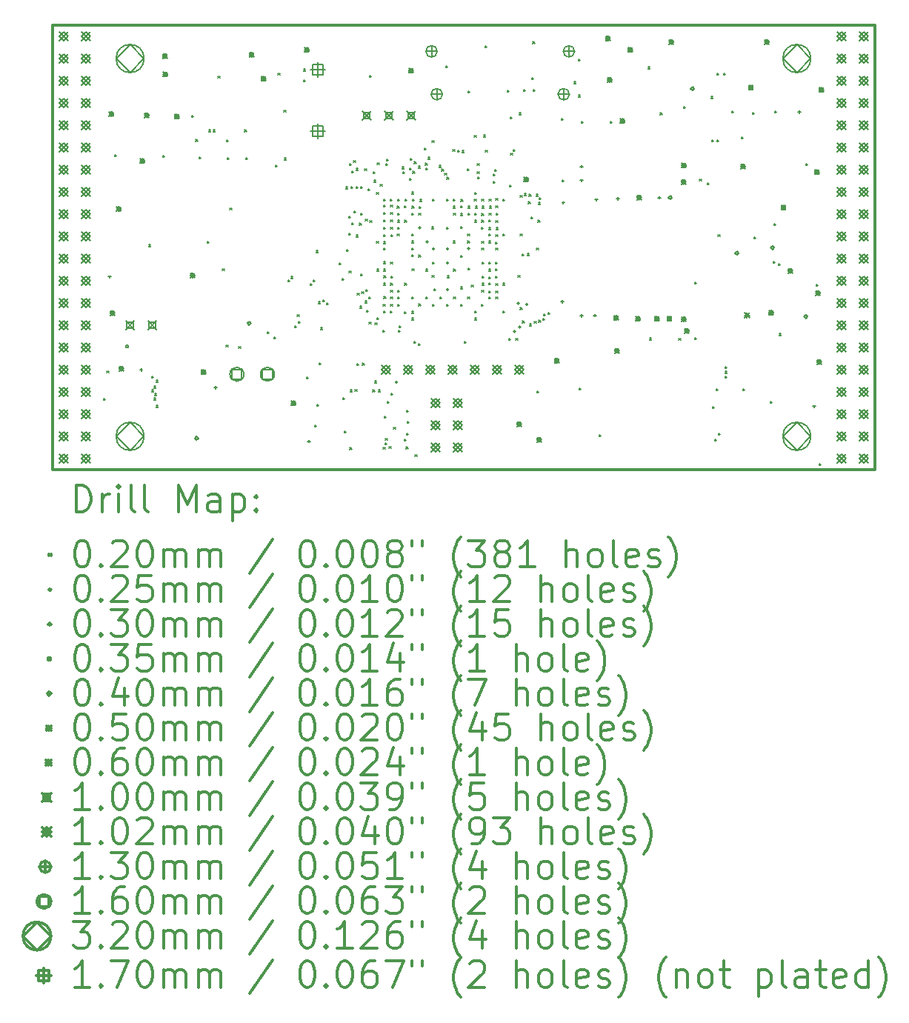
<source format=gbr>
%FSLAX45Y45*%
G04 Gerber Fmt 4.5, Leading zero omitted, Abs format (unit mm)*
G04 Created by KiCad (PCBNEW 5.0.0-rc2+dfsg1-3) date Thu Jul  5 03:27:08 2018*
%MOMM*%
%LPD*%
G01*
G04 APERTURE LIST*
%ADD10C,0.300000*%
%ADD11C,0.200000*%
G04 APERTURE END LIST*
D10*
X9410000Y-6142000D02*
X9410000Y-11222000D01*
X18808000Y-6142000D02*
X9410000Y-6142000D01*
X18808000Y-11222000D02*
X18808000Y-6142000D01*
X9410000Y-11222000D02*
X18808000Y-11222000D01*
D11*
X9998000Y-10410000D02*
X10018000Y-10430000D01*
X10018000Y-10410000D02*
X9998000Y-10430000D01*
X10035000Y-10094400D02*
X10055000Y-10114400D01*
X10055000Y-10094400D02*
X10035000Y-10114400D01*
X10125400Y-7619700D02*
X10145400Y-7639700D01*
X10145400Y-7619700D02*
X10125400Y-7639700D01*
X10514501Y-8649556D02*
X10534501Y-8669556D01*
X10534501Y-8649556D02*
X10514501Y-8669556D01*
X10545314Y-10310867D02*
X10565314Y-10330867D01*
X10565314Y-10310867D02*
X10545314Y-10330867D01*
X10547276Y-10151849D02*
X10567276Y-10171849D01*
X10567276Y-10151849D02*
X10547276Y-10171849D01*
X10574100Y-10266721D02*
X10594100Y-10286721D01*
X10594100Y-10266721D02*
X10574100Y-10286721D01*
X10574777Y-10403885D02*
X10594777Y-10423885D01*
X10594777Y-10403885D02*
X10574777Y-10423885D01*
X10579048Y-10351357D02*
X10599048Y-10371357D01*
X10599048Y-10351357D02*
X10579048Y-10371357D01*
X10597613Y-10199347D02*
X10617613Y-10219347D01*
X10617613Y-10199347D02*
X10597613Y-10219347D01*
X10598875Y-10487404D02*
X10618875Y-10507404D01*
X10618875Y-10487404D02*
X10598875Y-10507404D01*
X10671500Y-7632400D02*
X10691500Y-7652400D01*
X10691500Y-7632400D02*
X10671500Y-7652400D01*
X11001700Y-7175200D02*
X11021700Y-7195200D01*
X11021700Y-7175200D02*
X11001700Y-7195200D01*
X11049908Y-7448938D02*
X11069908Y-7468938D01*
X11069908Y-7448938D02*
X11049908Y-7468938D01*
X11090600Y-7645100D02*
X11110600Y-7665100D01*
X11110600Y-7645100D02*
X11090600Y-7665100D01*
X11179522Y-8615379D02*
X11199522Y-8635379D01*
X11199522Y-8615379D02*
X11179522Y-8635379D01*
X11197485Y-7337442D02*
X11217485Y-7357442D01*
X11217485Y-7337442D02*
X11197485Y-7357442D01*
X11251427Y-7337442D02*
X11271427Y-7357442D01*
X11271427Y-7337442D02*
X11251427Y-7357442D01*
X11305725Y-6724363D02*
X11325725Y-6744363D01*
X11325725Y-6724363D02*
X11305725Y-6744363D01*
X11356061Y-8927572D02*
X11376061Y-8947572D01*
X11376061Y-8927572D02*
X11356061Y-8947572D01*
X11397399Y-9798805D02*
X11417399Y-9818805D01*
X11417399Y-9798805D02*
X11397399Y-9818805D01*
X11400408Y-7451220D02*
X11420408Y-7471220D01*
X11420408Y-7451220D02*
X11400408Y-7471220D01*
X11408100Y-7657800D02*
X11428100Y-7677800D01*
X11428100Y-7657800D02*
X11408100Y-7677800D01*
X11441393Y-8230943D02*
X11461393Y-8250943D01*
X11461393Y-8230943D02*
X11441393Y-8250943D01*
X11541450Y-9816800D02*
X11561450Y-9836800D01*
X11561450Y-9816800D02*
X11541450Y-9836800D01*
X11609800Y-7337442D02*
X11629800Y-7357442D01*
X11629800Y-7337442D02*
X11609800Y-7357442D01*
X11624000Y-7657800D02*
X11644000Y-7677800D01*
X11644000Y-7657800D02*
X11624000Y-7677800D01*
X11869741Y-9643441D02*
X11889741Y-9663441D01*
X11889741Y-9643441D02*
X11869741Y-9663441D01*
X11941500Y-9702500D02*
X11961500Y-9722500D01*
X11961500Y-9702500D02*
X11941500Y-9722500D01*
X11959215Y-7739412D02*
X11979215Y-7759412D01*
X11979215Y-7739412D02*
X11959215Y-7759412D01*
X11990800Y-6690800D02*
X12010800Y-6710800D01*
X12010800Y-6690800D02*
X11990800Y-6710800D01*
X12056498Y-7112736D02*
X12076498Y-7132736D01*
X12076498Y-7112736D02*
X12056498Y-7132736D01*
X12063993Y-7659408D02*
X12083993Y-7679408D01*
X12083993Y-7659408D02*
X12063993Y-7679408D01*
X12106600Y-9054800D02*
X12126600Y-9074800D01*
X12126600Y-9054800D02*
X12106600Y-9074800D01*
X12139415Y-9013562D02*
X12159415Y-9033562D01*
X12159415Y-9013562D02*
X12139415Y-9033562D01*
X12182800Y-9575500D02*
X12202800Y-9595500D01*
X12202800Y-9575500D02*
X12182800Y-9595500D01*
X12210364Y-9448538D02*
X12230364Y-9468538D01*
X12230364Y-9448538D02*
X12210364Y-9468538D01*
X12220900Y-9524700D02*
X12240900Y-9544700D01*
X12240900Y-9524700D02*
X12220900Y-9544700D01*
X12282618Y-6643232D02*
X12302618Y-6663232D01*
X12302618Y-6643232D02*
X12282618Y-6663232D01*
X12284400Y-6768800D02*
X12304400Y-6788800D01*
X12304400Y-6768800D02*
X12284400Y-6788800D01*
X12317388Y-10161592D02*
X12337388Y-10181592D01*
X12337388Y-10161592D02*
X12317388Y-10181592D01*
X12360966Y-9096472D02*
X12380966Y-9116472D01*
X12380966Y-9096472D02*
X12360966Y-9116472D01*
X12391502Y-9053519D02*
X12411502Y-9073519D01*
X12411502Y-9053519D02*
X12391502Y-9073519D01*
X12410242Y-10710764D02*
X12430242Y-10730764D01*
X12430242Y-10710764D02*
X12410242Y-10730764D01*
X12426118Y-8717437D02*
X12446118Y-8737437D01*
X12446118Y-8717437D02*
X12426118Y-8737437D01*
X12426118Y-8717437D02*
X12446118Y-8737437D01*
X12446118Y-8717437D02*
X12426118Y-8737437D01*
X12434879Y-10477573D02*
X12454879Y-10497573D01*
X12454879Y-10477573D02*
X12434879Y-10497573D01*
X12453269Y-9302035D02*
X12473269Y-9322035D01*
X12473269Y-9302035D02*
X12453269Y-9322035D01*
X12460744Y-10002698D02*
X12480744Y-10022698D01*
X12480744Y-10002698D02*
X12460744Y-10022698D01*
X12474902Y-9600287D02*
X12494902Y-9620287D01*
X12494902Y-9600287D02*
X12474902Y-9620287D01*
X12501033Y-9279764D02*
X12521033Y-9299764D01*
X12521033Y-9279764D02*
X12501033Y-9299764D01*
X12542510Y-9313676D02*
X12562510Y-9333676D01*
X12562510Y-9313676D02*
X12542510Y-9333676D01*
X12687018Y-8855931D02*
X12707018Y-8875931D01*
X12707018Y-8855931D02*
X12687018Y-8875931D01*
X12720111Y-9035435D02*
X12740111Y-9055435D01*
X12740111Y-9035435D02*
X12720111Y-9055435D01*
X12731909Y-10397773D02*
X12751909Y-10417773D01*
X12751909Y-10397773D02*
X12731909Y-10417773D01*
X12748660Y-10777504D02*
X12768660Y-10797504D01*
X12768660Y-10777504D02*
X12748660Y-10797504D01*
X12764988Y-7989114D02*
X12784988Y-8009114D01*
X12784988Y-7989114D02*
X12764988Y-8009114D01*
X12771035Y-8708207D02*
X12791035Y-8728207D01*
X12791035Y-8708207D02*
X12771035Y-8728207D01*
X12796207Y-8322888D02*
X12816207Y-8342888D01*
X12816207Y-8322888D02*
X12796207Y-8342888D01*
X12799179Y-8517702D02*
X12819179Y-8537702D01*
X12819179Y-8517702D02*
X12799179Y-8537702D01*
X12803679Y-8951152D02*
X12823679Y-8971152D01*
X12823679Y-8951152D02*
X12803679Y-8971152D01*
X12805201Y-7723267D02*
X12825201Y-7743267D01*
X12825201Y-7723267D02*
X12805201Y-7743267D01*
X12811634Y-10971333D02*
X12831634Y-10991333D01*
X12831634Y-10971333D02*
X12811634Y-10991333D01*
X12814780Y-10310898D02*
X12834780Y-10330898D01*
X12834780Y-10310898D02*
X12814780Y-10330898D01*
X12822879Y-7985310D02*
X12842879Y-8005310D01*
X12842879Y-7985310D02*
X12822879Y-8005310D01*
X12834680Y-7807951D02*
X12854680Y-7827951D01*
X12854680Y-7807951D02*
X12834680Y-7827951D01*
X12835268Y-8401687D02*
X12855268Y-8421687D01*
X12855268Y-8401687D02*
X12835268Y-8421687D01*
X12854493Y-7691566D02*
X12874493Y-7711566D01*
X12874493Y-7691566D02*
X12854493Y-7711566D01*
X12859178Y-8263722D02*
X12879178Y-8283722D01*
X12879178Y-8263722D02*
X12859178Y-8283722D01*
X12870682Y-10308590D02*
X12890682Y-10328590D01*
X12890682Y-10308590D02*
X12870682Y-10328590D01*
X12880857Y-7988548D02*
X12900857Y-8008548D01*
X12900857Y-7988548D02*
X12880857Y-8008548D01*
X12881301Y-8540585D02*
X12901301Y-8560585D01*
X12901301Y-8540585D02*
X12881301Y-8560585D01*
X12886175Y-7777882D02*
X12906175Y-7797882D01*
X12906175Y-7777882D02*
X12886175Y-7797882D01*
X12890520Y-10007480D02*
X12910520Y-10027480D01*
X12910520Y-10007480D02*
X12890520Y-10027480D01*
X12895573Y-9206272D02*
X12915573Y-9226272D01*
X12915573Y-9206272D02*
X12895573Y-9226272D01*
X12920256Y-8405350D02*
X12940256Y-8425350D01*
X12940256Y-8405350D02*
X12920256Y-8425350D01*
X12926203Y-9354578D02*
X12946203Y-9374578D01*
X12946203Y-9354578D02*
X12926203Y-9374578D01*
X12933760Y-7984679D02*
X12953760Y-8004679D01*
X12953760Y-7984679D02*
X12933760Y-8004679D01*
X12934924Y-8983794D02*
X12954924Y-9003794D01*
X12954924Y-8983794D02*
X12934924Y-9003794D01*
X12935809Y-8290406D02*
X12955809Y-8310406D01*
X12955809Y-8290406D02*
X12935809Y-8310406D01*
X12946857Y-9190566D02*
X12966857Y-9210566D01*
X12966857Y-9190566D02*
X12946857Y-9210566D01*
X12956000Y-10005500D02*
X12976000Y-10025500D01*
X12976000Y-10005500D02*
X12956000Y-10025500D01*
X12982095Y-7781082D02*
X13002095Y-7801082D01*
X13002095Y-7781082D02*
X12982095Y-7801082D01*
X12987271Y-9293510D02*
X13007271Y-9313510D01*
X13007271Y-9293510D02*
X12987271Y-9313510D01*
X12989202Y-8359151D02*
X13009202Y-8379151D01*
X13009202Y-8359151D02*
X12989202Y-8379151D01*
X12991955Y-9163298D02*
X13011955Y-9183298D01*
X13011955Y-9163298D02*
X12991955Y-9183298D01*
X13002337Y-9402267D02*
X13022337Y-9422267D01*
X13022337Y-9402267D02*
X13002337Y-9422267D01*
X13017215Y-8013821D02*
X13037215Y-8033821D01*
X13037215Y-8013821D02*
X13017215Y-8033821D01*
X13028454Y-9248473D02*
X13048454Y-9268473D01*
X13048454Y-9248473D02*
X13028454Y-9268473D01*
X13032200Y-9535600D02*
X13052200Y-9555600D01*
X13052200Y-9535600D02*
X13032200Y-9555600D01*
X13033700Y-6718000D02*
X13053700Y-6738000D01*
X13053700Y-6718000D02*
X13033700Y-6738000D01*
X13038793Y-8376986D02*
X13058793Y-8396986D01*
X13058793Y-8376986D02*
X13038793Y-8396986D01*
X13073948Y-10310899D02*
X13093948Y-10330899D01*
X13093948Y-10310899D02*
X13073948Y-10330899D01*
X13077859Y-7815329D02*
X13097859Y-7835329D01*
X13097859Y-7815329D02*
X13077859Y-7835329D01*
X13085264Y-7914901D02*
X13105264Y-7934901D01*
X13105264Y-7914901D02*
X13085264Y-7934901D01*
X13093907Y-10208700D02*
X13113907Y-10228700D01*
X13113907Y-10208700D02*
X13093907Y-10228700D01*
X13098471Y-9546418D02*
X13118471Y-9566418D01*
X13118471Y-9546418D02*
X13098471Y-9566418D01*
X13116430Y-8612711D02*
X13136430Y-8632711D01*
X13136430Y-8612711D02*
X13116430Y-8632711D01*
X13116518Y-8052178D02*
X13136518Y-8072178D01*
X13136518Y-8052178D02*
X13116518Y-8072178D01*
X13117950Y-8930733D02*
X13137950Y-8950733D01*
X13137950Y-8930733D02*
X13117950Y-8950733D01*
X13121616Y-9485914D02*
X13141616Y-9505914D01*
X13141616Y-9485914D02*
X13121616Y-9505914D01*
X13125345Y-7716470D02*
X13145345Y-7736470D01*
X13145345Y-7716470D02*
X13125345Y-7736470D01*
X13135385Y-10310829D02*
X13155385Y-10330829D01*
X13155385Y-10310829D02*
X13135385Y-10330829D01*
X13157757Y-7959799D02*
X13177757Y-7979799D01*
X13177757Y-7959799D02*
X13157757Y-7979799D01*
X13188633Y-9630479D02*
X13208633Y-9650479D01*
X13208633Y-9630479D02*
X13188633Y-9650479D01*
X13192441Y-10966678D02*
X13212441Y-10986678D01*
X13212441Y-10966678D02*
X13192441Y-10986678D01*
X13193199Y-9330000D02*
X13213199Y-9350000D01*
X13213199Y-9330000D02*
X13193199Y-9350000D01*
X13197562Y-8931064D02*
X13217562Y-8951064D01*
X13217562Y-8931064D02*
X13197562Y-8951064D01*
X13197734Y-9090201D02*
X13217734Y-9110201D01*
X13217734Y-9090201D02*
X13197734Y-9110201D01*
X13197902Y-8284734D02*
X13217902Y-8304734D01*
X13217902Y-8284734D02*
X13197902Y-8304734D01*
X13197999Y-8200333D02*
X13217999Y-8220333D01*
X13217999Y-8200333D02*
X13197999Y-8220333D01*
X13198000Y-8690000D02*
X13218000Y-8710000D01*
X13218000Y-8690000D02*
X13198000Y-8710000D01*
X13198000Y-9410000D02*
X13218000Y-9430000D01*
X13218000Y-9410000D02*
X13198000Y-9430000D01*
X13198303Y-8616041D02*
X13218303Y-8636041D01*
X13218303Y-8616041D02*
X13198303Y-8636041D01*
X13198368Y-8369136D02*
X13218368Y-8389136D01*
X13218368Y-8369136D02*
X13198368Y-8389136D01*
X13198405Y-8845827D02*
X13218405Y-8865827D01*
X13218405Y-8845827D02*
X13198405Y-8865827D01*
X13198801Y-8130801D02*
X13218801Y-8150801D01*
X13218801Y-8130801D02*
X13198801Y-8150801D01*
X13198979Y-8537938D02*
X13218979Y-8557938D01*
X13218979Y-8537938D02*
X13198979Y-8557938D01*
X13199289Y-8453537D02*
X13219289Y-8473537D01*
X13219289Y-8453537D02*
X13199289Y-8473537D01*
X13200000Y-9005799D02*
X13220000Y-9025799D01*
X13220000Y-9005799D02*
X13200000Y-9025799D01*
X13201075Y-9242748D02*
X13221075Y-9262748D01*
X13221075Y-9242748D02*
X13201075Y-9262748D01*
X13206286Y-10608587D02*
X13226286Y-10628587D01*
X13226286Y-10608587D02*
X13206286Y-10628587D01*
X13211973Y-10917729D02*
X13231973Y-10937729D01*
X13231973Y-10917729D02*
X13211973Y-10937729D01*
X13218587Y-10865445D02*
X13238587Y-10885445D01*
X13238587Y-10865445D02*
X13218587Y-10885445D01*
X13220903Y-7724256D02*
X13240903Y-7744256D01*
X13240903Y-7724256D02*
X13220903Y-7744256D01*
X13232873Y-7672932D02*
X13252873Y-7692932D01*
X13252873Y-7672932D02*
X13232873Y-7692932D01*
X13236800Y-10440341D02*
X13256800Y-10460341D01*
X13256800Y-10440341D02*
X13236800Y-10460341D01*
X13260800Y-10958000D02*
X13280800Y-10978000D01*
X13280800Y-10958000D02*
X13260800Y-10978000D01*
X13272048Y-8130098D02*
X13292048Y-8150098D01*
X13292048Y-8130098D02*
X13272048Y-8150098D01*
X13274623Y-9409707D02*
X13294623Y-9429707D01*
X13294623Y-9409707D02*
X13274623Y-9429707D01*
X13277261Y-8284735D02*
X13297261Y-8304735D01*
X13297261Y-8284735D02*
X13277261Y-8304735D01*
X13278000Y-8200334D02*
X13298000Y-8220334D01*
X13298000Y-8200334D02*
X13278000Y-8220334D01*
X13278000Y-8850000D02*
X13298000Y-8870000D01*
X13298000Y-8850000D02*
X13278000Y-8870000D01*
X13278000Y-9090000D02*
X13298000Y-9110000D01*
X13298000Y-9090000D02*
X13278000Y-9110000D01*
X13278000Y-9170000D02*
X13298000Y-9190000D01*
X13298000Y-9170000D02*
X13278000Y-9190000D01*
X13278000Y-9250000D02*
X13298000Y-9270000D01*
X13298000Y-9250000D02*
X13278000Y-9270000D01*
X13278000Y-9330000D02*
X13298000Y-9350000D01*
X13298000Y-9330000D02*
X13278000Y-9350000D01*
X13278175Y-8369136D02*
X13298175Y-8389136D01*
X13298175Y-8369136D02*
X13278175Y-8389136D01*
X13278218Y-8453537D02*
X13298218Y-8473537D01*
X13298218Y-8453537D02*
X13278218Y-8473537D01*
X13279688Y-8536938D02*
X13299688Y-8556938D01*
X13299688Y-8536938D02*
X13279688Y-8556938D01*
X13280000Y-9008000D02*
X13300000Y-9028000D01*
X13300000Y-9008000D02*
X13280000Y-9028000D01*
X13282849Y-10350134D02*
X13302849Y-10370134D01*
X13302849Y-10350134D02*
X13282849Y-10370134D01*
X13311600Y-10736500D02*
X13331600Y-10756500D01*
X13331600Y-10736500D02*
X13311600Y-10756500D01*
X13352314Y-8526642D02*
X13372314Y-8546642D01*
X13372314Y-8526642D02*
X13352314Y-8546642D01*
X13354839Y-8209060D02*
X13374839Y-8229060D01*
X13374839Y-8209060D02*
X13354839Y-8229060D01*
X13356449Y-8131468D02*
X13376449Y-8151468D01*
X13376449Y-8131468D02*
X13356449Y-8151468D01*
X13357194Y-8449520D02*
X13377194Y-8469520D01*
X13377194Y-8449520D02*
X13357194Y-8469520D01*
X13358000Y-8290000D02*
X13378000Y-8310000D01*
X13378000Y-8290000D02*
X13358000Y-8310000D01*
X13358000Y-8370000D02*
X13378000Y-8390000D01*
X13378000Y-8370000D02*
X13358000Y-8390000D01*
X13358000Y-9170000D02*
X13378000Y-9190000D01*
X13378000Y-9170000D02*
X13358000Y-9190000D01*
X13358000Y-9250000D02*
X13378000Y-9270000D01*
X13378000Y-9250000D02*
X13358000Y-9270000D01*
X13358548Y-9330230D02*
X13378548Y-9350230D01*
X13378548Y-9330230D02*
X13358548Y-9350230D01*
X13366285Y-9629515D02*
X13386285Y-9649515D01*
X13386285Y-9629515D02*
X13366285Y-9649515D01*
X13375239Y-9577580D02*
X13395239Y-9597580D01*
X13395239Y-9577580D02*
X13375239Y-9597580D01*
X13407730Y-7762109D02*
X13427730Y-7782109D01*
X13427730Y-7762109D02*
X13407730Y-7782109D01*
X13415018Y-7815381D02*
X13435018Y-7835381D01*
X13435018Y-7815381D02*
X13415018Y-7835381D01*
X13433398Y-8208015D02*
X13453398Y-8228015D01*
X13453398Y-8208015D02*
X13433398Y-8228015D01*
X13435582Y-9416717D02*
X13455582Y-9436717D01*
X13455582Y-9416717D02*
X13435582Y-9436717D01*
X13436400Y-10874197D02*
X13456400Y-10894197D01*
X13456400Y-10874197D02*
X13436400Y-10894197D01*
X13438000Y-8370000D02*
X13458000Y-8390000D01*
X13458000Y-8370000D02*
X13438000Y-8390000D01*
X13438000Y-9090000D02*
X13458000Y-9110000D01*
X13458000Y-9090000D02*
X13438000Y-9110000D01*
X13440850Y-8130675D02*
X13460850Y-8150675D01*
X13460850Y-8130675D02*
X13440850Y-8150675D01*
X13453687Y-10961995D02*
X13473687Y-10981995D01*
X13473687Y-10961995D02*
X13453687Y-10981995D01*
X13457587Y-10803159D02*
X13477587Y-10823159D01*
X13477587Y-10803159D02*
X13457587Y-10823159D01*
X13460735Y-10540845D02*
X13480735Y-10560845D01*
X13480735Y-10540845D02*
X13460735Y-10560845D01*
X13465065Y-10671051D02*
X13485065Y-10691051D01*
X13485065Y-10671051D02*
X13465065Y-10691051D01*
X13492132Y-7892495D02*
X13512132Y-7912495D01*
X13512132Y-7892495D02*
X13492132Y-7912495D01*
X13493478Y-7773120D02*
X13513478Y-7793120D01*
X13513478Y-7773120D02*
X13493478Y-7793120D01*
X13502968Y-7663013D02*
X13522968Y-7683013D01*
X13522968Y-7663013D02*
X13502968Y-7683013D01*
X13516300Y-8762700D02*
X13536300Y-8782700D01*
X13536300Y-8762700D02*
X13516300Y-8782700D01*
X13518000Y-8292201D02*
X13538000Y-8312201D01*
X13538000Y-8292201D02*
X13518000Y-8312201D01*
X13518000Y-8530000D02*
X13538000Y-8550000D01*
X13538000Y-8530000D02*
X13518000Y-8550000D01*
X13518000Y-8610000D02*
X13538000Y-8630000D01*
X13538000Y-8610000D02*
X13518000Y-8630000D01*
X13518000Y-8690000D02*
X13538000Y-8710000D01*
X13538000Y-8690000D02*
X13518000Y-8710000D01*
X13518000Y-9250000D02*
X13538000Y-9270000D01*
X13538000Y-9250000D02*
X13518000Y-9270000D01*
X13518128Y-8048312D02*
X13538128Y-8068312D01*
X13538128Y-8048312D02*
X13518128Y-8068312D01*
X13518463Y-9488530D02*
X13538463Y-9508530D01*
X13538463Y-9488530D02*
X13518463Y-9508530D01*
X13518862Y-9412562D02*
X13538862Y-9432562D01*
X13538862Y-9412562D02*
X13518862Y-9432562D01*
X13521538Y-8209385D02*
X13541538Y-8229385D01*
X13541538Y-8209385D02*
X13521538Y-8229385D01*
X13524276Y-8928163D02*
X13544276Y-8948163D01*
X13544276Y-8928163D02*
X13524276Y-8948163D01*
X13525957Y-8129544D02*
X13545957Y-8149544D01*
X13545957Y-8129544D02*
X13525957Y-8149544D01*
X13531439Y-7812965D02*
X13551439Y-7832965D01*
X13551439Y-7812965D02*
X13531439Y-7832965D01*
X13541700Y-9753300D02*
X13561700Y-9773300D01*
X13561700Y-9753300D02*
X13541700Y-9773300D01*
X13548770Y-7704070D02*
X13568770Y-7724070D01*
X13568770Y-7704070D02*
X13548770Y-7724070D01*
X13555656Y-11051071D02*
X13575656Y-11071071D01*
X13575656Y-11051071D02*
X13555656Y-11071071D01*
X13594882Y-7754550D02*
X13614882Y-7774550D01*
X13614882Y-7754550D02*
X13594882Y-7774550D01*
X13595027Y-9781423D02*
X13615027Y-9801423D01*
X13615027Y-9781423D02*
X13595027Y-9801423D01*
X13598000Y-8290000D02*
X13618000Y-8310000D01*
X13618000Y-8290000D02*
X13598000Y-8310000D01*
X13598000Y-8770000D02*
X13618000Y-8790000D01*
X13618000Y-8770000D02*
X13598000Y-8790000D01*
X13599596Y-9326965D02*
X13619596Y-9346965D01*
X13619596Y-9326965D02*
X13599596Y-9346965D01*
X13602455Y-8216004D02*
X13622455Y-8236004D01*
X13622455Y-8216004D02*
X13602455Y-8236004D01*
X13613334Y-8133723D02*
X13633334Y-8153723D01*
X13633334Y-8133723D02*
X13613334Y-8153723D01*
X13664259Y-7547941D02*
X13684259Y-7567941D01*
X13684259Y-7547941D02*
X13664259Y-7567941D01*
X13676320Y-7718760D02*
X13696320Y-7738760D01*
X13696320Y-7718760D02*
X13676320Y-7738760D01*
X13678000Y-8930000D02*
X13698000Y-8950000D01*
X13698000Y-8930000D02*
X13678000Y-8950000D01*
X13678000Y-9250000D02*
X13698000Y-9270000D01*
X13698000Y-9250000D02*
X13678000Y-9270000D01*
X13679461Y-7776107D02*
X13699461Y-7796107D01*
X13699461Y-7776107D02*
X13679461Y-7796107D01*
X13707437Y-7652487D02*
X13727437Y-7672487D01*
X13727437Y-7652487D02*
X13707437Y-7672487D01*
X13745078Y-8447729D02*
X13765078Y-8467729D01*
X13765078Y-8447729D02*
X13745078Y-8467729D01*
X13752489Y-9002290D02*
X13772489Y-9022290D01*
X13772489Y-9002290D02*
X13752489Y-9022290D01*
X13752520Y-7459680D02*
X13772520Y-7479680D01*
X13772520Y-7459680D02*
X13752520Y-7479680D01*
X13758000Y-8130000D02*
X13778000Y-8150000D01*
X13778000Y-8130000D02*
X13758000Y-8150000D01*
X13758000Y-8850000D02*
X13778000Y-8870000D01*
X13778000Y-8850000D02*
X13758000Y-8870000D01*
X13758000Y-9330000D02*
X13778000Y-9350000D01*
X13778000Y-9330000D02*
X13758000Y-9350000D01*
X13770300Y-9156400D02*
X13790300Y-9176400D01*
X13790300Y-9156400D02*
X13770300Y-9176400D01*
X13830592Y-7745154D02*
X13850592Y-7765154D01*
X13850592Y-7745154D02*
X13830592Y-7765154D01*
X13838000Y-9250000D02*
X13858000Y-9270000D01*
X13858000Y-9250000D02*
X13838000Y-9270000D01*
X13862293Y-7788159D02*
X13882293Y-7808159D01*
X13882293Y-7788159D02*
X13862293Y-7808159D01*
X13893994Y-7831909D02*
X13913994Y-7851909D01*
X13913994Y-7831909D02*
X13893994Y-7851909D01*
X13910000Y-6603700D02*
X13930000Y-6623700D01*
X13930000Y-6603700D02*
X13910000Y-6623700D01*
X13917252Y-8451135D02*
X13937252Y-8471135D01*
X13937252Y-8451135D02*
X13917252Y-8471135D01*
X13918000Y-8130000D02*
X13938000Y-8150000D01*
X13938000Y-8130000D02*
X13918000Y-8150000D01*
X13918000Y-9330000D02*
X13938000Y-9350000D01*
X13938000Y-9330000D02*
X13918000Y-9350000D01*
X13921466Y-7881869D02*
X13941466Y-7901869D01*
X13941466Y-7881869D02*
X13921466Y-7901869D01*
X13922232Y-9006404D02*
X13942232Y-9026404D01*
X13942232Y-9006404D02*
X13922232Y-9026404D01*
X13989274Y-7564800D02*
X14009274Y-7584800D01*
X14009274Y-7564800D02*
X13989274Y-7584800D01*
X13991460Y-8609297D02*
X14011460Y-8629297D01*
X14011460Y-8609297D02*
X13991460Y-8629297D01*
X13992898Y-8130000D02*
X14012898Y-8150000D01*
X14012898Y-8130000D02*
X13992898Y-8150000D01*
X13992898Y-8210000D02*
X14012898Y-8230000D01*
X14012898Y-8210000D02*
X13992898Y-8230000D01*
X13996000Y-8292000D02*
X14016000Y-8312000D01*
X14016000Y-8292000D02*
X13996000Y-8312000D01*
X13998000Y-8930000D02*
X14018000Y-8950000D01*
X14018000Y-8930000D02*
X13998000Y-8950000D01*
X13998000Y-9250000D02*
X14018000Y-9270000D01*
X14018000Y-9250000D02*
X13998000Y-9270000D01*
X14041773Y-7569399D02*
X14061773Y-7589399D01*
X14061773Y-7569399D02*
X14041773Y-7589399D01*
X14076133Y-8294127D02*
X14096133Y-8314127D01*
X14096133Y-8294127D02*
X14076133Y-8314127D01*
X14077299Y-8207716D02*
X14097299Y-8227716D01*
X14097299Y-8207716D02*
X14077299Y-8227716D01*
X14077419Y-9133335D02*
X14097419Y-9153335D01*
X14097419Y-9133335D02*
X14077419Y-9153335D01*
X14077693Y-8445254D02*
X14097693Y-8465254D01*
X14097693Y-8445254D02*
X14077693Y-8465254D01*
X14078000Y-9330000D02*
X14098000Y-9350000D01*
X14098000Y-9330000D02*
X14078000Y-9350000D01*
X14079623Y-8771623D02*
X14099623Y-8791623D01*
X14099623Y-8771623D02*
X14079623Y-8791623D01*
X14082264Y-8134744D02*
X14102264Y-8154744D01*
X14102264Y-8134744D02*
X14082264Y-8154744D01*
X14094211Y-7574661D02*
X14114211Y-7594661D01*
X14114211Y-7574661D02*
X14094211Y-7594661D01*
X14118066Y-9754201D02*
X14138066Y-9774201D01*
X14138066Y-9754201D02*
X14118066Y-9774201D01*
X14152481Y-7781450D02*
X14172481Y-7801450D01*
X14172481Y-7781450D02*
X14152481Y-7801450D01*
X14158000Y-8530000D02*
X14178000Y-8550000D01*
X14178000Y-8530000D02*
X14158000Y-8550000D01*
X14158000Y-8610000D02*
X14178000Y-8630000D01*
X14178000Y-8610000D02*
X14158000Y-8630000D01*
X14158000Y-9250000D02*
X14178000Y-9270000D01*
X14178000Y-9250000D02*
X14158000Y-9270000D01*
X14162701Y-8209494D02*
X14182701Y-8229494D01*
X14182701Y-8209494D02*
X14162701Y-8229494D01*
X14162701Y-8289887D02*
X14182701Y-8309887D01*
X14182701Y-8289887D02*
X14162701Y-8309887D01*
X14164000Y-8915099D02*
X14184000Y-8935099D01*
X14184000Y-8915099D02*
X14164000Y-8935099D01*
X14164285Y-6893836D02*
X14184285Y-6913836D01*
X14184285Y-6893836D02*
X14164285Y-6913836D01*
X14200722Y-9110102D02*
X14220722Y-9130102D01*
X14220722Y-9110102D02*
X14200722Y-9130102D01*
X14233699Y-7403800D02*
X14253699Y-7423800D01*
X14253699Y-7403800D02*
X14233699Y-7423800D01*
X14235032Y-8132000D02*
X14255032Y-8152000D01*
X14255032Y-8132000D02*
X14235032Y-8152000D01*
X14236000Y-8052000D02*
X14256000Y-8072000D01*
X14256000Y-8052000D02*
X14236000Y-8072000D01*
X14236000Y-8292000D02*
X14256000Y-8312000D01*
X14256000Y-8292000D02*
X14236000Y-8312000D01*
X14238000Y-8370000D02*
X14258000Y-8390000D01*
X14258000Y-8370000D02*
X14238000Y-8390000D01*
X14238000Y-9410000D02*
X14258000Y-9430000D01*
X14258000Y-9410000D02*
X14238000Y-9430000D01*
X14238000Y-9490000D02*
X14258000Y-9510000D01*
X14258000Y-9490000D02*
X14238000Y-9510000D01*
X14247102Y-8210435D02*
X14267102Y-8230435D01*
X14267102Y-8210435D02*
X14247102Y-8230435D01*
X14268441Y-7818307D02*
X14288441Y-7838307D01*
X14288441Y-7818307D02*
X14268441Y-7838307D01*
X14268583Y-7724192D02*
X14288583Y-7744192D01*
X14288583Y-7724192D02*
X14268583Y-7744192D01*
X14271130Y-7874603D02*
X14291130Y-7894603D01*
X14291130Y-7874603D02*
X14271130Y-7894603D01*
X14316000Y-8452000D02*
X14336000Y-8472000D01*
X14336000Y-8452000D02*
X14316000Y-8472000D01*
X14316969Y-9331491D02*
X14336969Y-9351491D01*
X14336969Y-9331491D02*
X14316969Y-9351491D01*
X14318000Y-8370000D02*
X14338000Y-8390000D01*
X14338000Y-8370000D02*
X14318000Y-8390000D01*
X14318000Y-8690000D02*
X14338000Y-8710000D01*
X14338000Y-8690000D02*
X14318000Y-8710000D01*
X14318000Y-9170000D02*
X14338000Y-9190000D01*
X14338000Y-9170000D02*
X14318000Y-9190000D01*
X14318740Y-8294201D02*
X14338740Y-8314201D01*
X14338740Y-8294201D02*
X14318740Y-8314201D01*
X14319433Y-8127729D02*
X14339433Y-8147729D01*
X14339433Y-8127729D02*
X14319433Y-8147729D01*
X14320000Y-8612000D02*
X14340000Y-8632000D01*
X14340000Y-8612000D02*
X14320000Y-8632000D01*
X14322201Y-8849503D02*
X14342201Y-8869503D01*
X14342201Y-8849503D02*
X14322201Y-8869503D01*
X14322201Y-9010195D02*
X14342201Y-9030195D01*
X14342201Y-9010195D02*
X14322201Y-9030195D01*
X14322201Y-9090066D02*
X14342201Y-9110066D01*
X14342201Y-9090066D02*
X14322201Y-9110066D01*
X14323265Y-8209799D02*
X14343265Y-8229799D01*
X14343265Y-8209799D02*
X14323265Y-8229799D01*
X14341800Y-7397450D02*
X14361800Y-7417450D01*
X14361800Y-7397450D02*
X14341800Y-7417450D01*
X14355067Y-6376252D02*
X14375067Y-6396252D01*
X14375067Y-6376252D02*
X14355067Y-6396252D01*
X14360888Y-7571730D02*
X14380888Y-7591730D01*
X14380888Y-7571730D02*
X14360888Y-7591730D01*
X14396483Y-9177765D02*
X14416483Y-9197765D01*
X14416483Y-9177765D02*
X14396483Y-9197765D01*
X14397624Y-8929530D02*
X14417624Y-8949530D01*
X14417624Y-8929530D02*
X14397624Y-8949530D01*
X14397701Y-9016697D02*
X14417701Y-9036697D01*
X14417701Y-9016697D02*
X14397701Y-9036697D01*
X14398000Y-8610000D02*
X14418000Y-8630000D01*
X14418000Y-8610000D02*
X14398000Y-8630000D01*
X14398000Y-9085650D02*
X14418000Y-9105650D01*
X14418000Y-9085650D02*
X14398000Y-9105650D01*
X14398283Y-8848451D02*
X14418283Y-8868451D01*
X14418283Y-8848451D02*
X14398283Y-8868451D01*
X14400201Y-8529722D02*
X14420201Y-8549722D01*
X14420201Y-8529722D02*
X14400201Y-8549722D01*
X14400319Y-8367799D02*
X14420319Y-8387799D01*
X14420319Y-8367799D02*
X14400319Y-8387799D01*
X14400350Y-8456040D02*
X14420350Y-8476040D01*
X14420350Y-8456040D02*
X14400350Y-8476040D01*
X14401325Y-9248876D02*
X14421325Y-9268876D01*
X14421325Y-9248876D02*
X14401325Y-9268876D01*
X14403141Y-8290000D02*
X14423141Y-8310000D01*
X14423141Y-8290000D02*
X14403141Y-8310000D01*
X14403835Y-8128377D02*
X14423835Y-8148377D01*
X14423835Y-8128377D02*
X14403835Y-8148377D01*
X14407666Y-8210000D02*
X14427666Y-8230000D01*
X14427666Y-8210000D02*
X14407666Y-8230000D01*
X14450634Y-7841735D02*
X14470634Y-7861735D01*
X14470634Y-7841735D02*
X14450634Y-7861735D01*
X14450634Y-7926136D02*
X14470634Y-7946136D01*
X14470634Y-7926136D02*
X14450634Y-7946136D01*
X14469153Y-7792394D02*
X14489153Y-7812394D01*
X14489153Y-7792394D02*
X14469153Y-7812394D01*
X14475676Y-8924990D02*
X14495676Y-8944990D01*
X14495676Y-8924990D02*
X14475676Y-8944990D01*
X14476724Y-9009392D02*
X14496724Y-9029392D01*
X14496724Y-9009392D02*
X14476724Y-9029392D01*
X14477515Y-8619275D02*
X14497515Y-8639275D01*
X14497515Y-8619275D02*
X14477515Y-8639275D01*
X14477765Y-8852201D02*
X14497765Y-8872201D01*
X14497765Y-8852201D02*
X14477765Y-8872201D01*
X14478235Y-9247799D02*
X14498235Y-9267799D01*
X14498235Y-9247799D02*
X14478235Y-9267799D01*
X14478778Y-8123192D02*
X14498778Y-8143192D01*
X14498778Y-8123192D02*
X14478778Y-8143192D01*
X14478812Y-8207593D02*
X14498812Y-8227593D01*
X14498812Y-8207593D02*
X14478812Y-8227593D01*
X14478935Y-8534874D02*
X14498935Y-8554874D01*
X14498935Y-8534874D02*
X14478935Y-8554874D01*
X14479160Y-9178194D02*
X14499160Y-9198194D01*
X14499160Y-9178194D02*
X14479160Y-9198194D01*
X14479432Y-8687756D02*
X14499432Y-8707756D01*
X14499432Y-8687756D02*
X14479432Y-8707756D01*
X14479670Y-8376395D02*
X14499670Y-8396395D01*
X14499670Y-8376395D02*
X14479670Y-8396395D01*
X14480294Y-9093793D02*
X14500294Y-9113793D01*
X14500294Y-9093793D02*
X14480294Y-9113793D01*
X14481241Y-8455796D02*
X14501241Y-8475796D01*
X14501241Y-8455796D02*
X14481241Y-8475796D01*
X14481689Y-8291994D02*
X14501689Y-8311994D01*
X14501689Y-8291994D02*
X14481689Y-8311994D01*
X14557281Y-8529606D02*
X14577281Y-8549606D01*
X14577281Y-8529606D02*
X14557281Y-8549606D01*
X14558000Y-8130512D02*
X14578000Y-8150512D01*
X14578000Y-8130512D02*
X14558000Y-8150512D01*
X14558739Y-9089665D02*
X14578739Y-9109665D01*
X14578739Y-9089665D02*
X14558739Y-9109665D01*
X14559124Y-9406675D02*
X14579124Y-9426675D01*
X14579124Y-9406675D02*
X14559124Y-9426675D01*
X14613342Y-6884608D02*
X14633342Y-6904608D01*
X14633342Y-6884608D02*
X14613342Y-6904608D01*
X14629479Y-9723392D02*
X14649479Y-9743392D01*
X14649479Y-9723392D02*
X14629479Y-9743392D01*
X14638141Y-7971938D02*
X14658141Y-7991938D01*
X14658141Y-7971938D02*
X14638141Y-7991938D01*
X14646600Y-7187900D02*
X14666600Y-7207900D01*
X14666600Y-7187900D02*
X14646600Y-7207900D01*
X14648744Y-7607406D02*
X14668744Y-7627406D01*
X14668744Y-7607406D02*
X14648744Y-7627406D01*
X14680980Y-7560789D02*
X14700980Y-7580789D01*
X14700980Y-7560789D02*
X14680980Y-7580789D01*
X14707598Y-9723392D02*
X14727598Y-9743392D01*
X14727598Y-9723392D02*
X14707598Y-9743392D01*
X14733095Y-9001248D02*
X14753095Y-9021248D01*
X14753095Y-9001248D02*
X14733095Y-9021248D01*
X14748200Y-7143450D02*
X14768200Y-7163450D01*
X14768200Y-7143450D02*
X14748200Y-7163450D01*
X14758739Y-8527409D02*
X14778739Y-8547409D01*
X14778739Y-8527409D02*
X14758739Y-8547409D01*
X14758831Y-8088311D02*
X14778831Y-8108311D01*
X14778831Y-8088311D02*
X14758831Y-8108311D01*
X14760000Y-9372000D02*
X14780000Y-9392000D01*
X14780000Y-9372000D02*
X14760000Y-9392000D01*
X14781079Y-8758342D02*
X14801079Y-8778342D01*
X14801079Y-8758342D02*
X14781079Y-8778342D01*
X14782886Y-9523902D02*
X14802886Y-9543902D01*
X14802886Y-9523902D02*
X14782886Y-9543902D01*
X14799000Y-6876750D02*
X14819000Y-6896750D01*
X14819000Y-6876750D02*
X14799000Y-6896750D01*
X14807525Y-8068155D02*
X14827525Y-8088155D01*
X14827525Y-8068155D02*
X14807525Y-8088155D01*
X14838354Y-8752346D02*
X14858354Y-8772346D01*
X14858354Y-8752346D02*
X14838354Y-8772346D01*
X14851066Y-8160586D02*
X14871066Y-8180586D01*
X14871066Y-8160586D02*
X14851066Y-8180586D01*
X14859611Y-8076185D02*
X14879611Y-8096185D01*
X14879611Y-8076185D02*
X14859611Y-8096185D01*
X14864798Y-9556963D02*
X14884798Y-9576963D01*
X14884798Y-9556963D02*
X14864798Y-9576963D01*
X14882151Y-8334201D02*
X14902151Y-8354201D01*
X14902151Y-8334201D02*
X14882151Y-8354201D01*
X14887900Y-6742997D02*
X14907900Y-6762997D01*
X14907900Y-6742997D02*
X14887900Y-6762997D01*
X14903412Y-6332405D02*
X14923412Y-6352405D01*
X14923412Y-6332405D02*
X14903412Y-6352405D01*
X14906950Y-6876750D02*
X14926950Y-6896750D01*
X14926950Y-6876750D02*
X14906950Y-6896750D01*
X14918439Y-9527799D02*
X14938439Y-9547799D01*
X14938439Y-9527799D02*
X14918439Y-9547799D01*
X14942722Y-8073801D02*
X14962722Y-8093801D01*
X14962722Y-8073801D02*
X14942722Y-8093801D01*
X14945314Y-8688944D02*
X14965314Y-8708944D01*
X14965314Y-8688944D02*
X14945314Y-8708944D01*
X14947728Y-10322085D02*
X14967728Y-10342085D01*
X14967728Y-10322085D02*
X14947728Y-10342085D01*
X14963249Y-8370769D02*
X14983249Y-8390769D01*
X14983249Y-8370769D02*
X14963249Y-8390769D01*
X14968729Y-8167499D02*
X14988729Y-8187499D01*
X14988729Y-8167499D02*
X14968729Y-8187499D01*
X14969589Y-9515108D02*
X14989589Y-9535108D01*
X14989589Y-9515108D02*
X14969589Y-9535108D01*
X14975319Y-8115211D02*
X14995319Y-8135211D01*
X14995319Y-8115211D02*
X14975319Y-8135211D01*
X15017890Y-9494025D02*
X15037890Y-9514025D01*
X15037890Y-9494025D02*
X15017890Y-9514025D01*
X15024597Y-9441753D02*
X15044597Y-9461753D01*
X15044597Y-9441753D02*
X15024597Y-9461753D01*
X15078921Y-9423257D02*
X15098921Y-9443257D01*
X15098921Y-9423257D02*
X15078921Y-9443257D01*
X15230800Y-7206950D02*
X15250800Y-7226950D01*
X15250800Y-7206950D02*
X15230800Y-7226950D01*
X15239707Y-7909347D02*
X15259707Y-7929347D01*
X15259707Y-7909347D02*
X15239707Y-7929347D01*
X15370500Y-6789627D02*
X15390500Y-6809627D01*
X15390500Y-6789627D02*
X15370500Y-6809627D01*
X15421300Y-6527500D02*
X15441300Y-6547500D01*
X15441300Y-6527500D02*
X15421300Y-6547500D01*
X15421300Y-6940250D02*
X15441300Y-6960250D01*
X15441300Y-6940250D02*
X15421300Y-6960250D01*
X15432558Y-10288777D02*
X15452558Y-10308777D01*
X15452558Y-10288777D02*
X15432558Y-10308777D01*
X15459400Y-7238700D02*
X15479400Y-7258700D01*
X15479400Y-7238700D02*
X15459400Y-7258700D01*
X15662600Y-10820100D02*
X15682600Y-10840100D01*
X15682600Y-10820100D02*
X15662600Y-10840100D01*
X15789600Y-7238700D02*
X15809600Y-7258700D01*
X15809600Y-7238700D02*
X15789600Y-7258700D01*
X16217147Y-6618496D02*
X16237147Y-6638496D01*
X16237147Y-6618496D02*
X16217147Y-6638496D01*
X16234100Y-9717000D02*
X16254100Y-9737000D01*
X16254100Y-9717000D02*
X16234100Y-9737000D01*
X16360322Y-7144216D02*
X16380322Y-7164216D01*
X16380322Y-7144216D02*
X16360322Y-7164216D01*
X16570337Y-9724488D02*
X16590337Y-9744488D01*
X16590337Y-9724488D02*
X16570337Y-9744488D01*
X16625348Y-7073546D02*
X16645348Y-7093546D01*
X16645348Y-7073546D02*
X16625348Y-7093546D01*
X16754800Y-9080200D02*
X16774800Y-9100200D01*
X16774800Y-9080200D02*
X16754800Y-9100200D01*
X16754800Y-9715200D02*
X16774800Y-9735200D01*
X16774800Y-9715200D02*
X16754800Y-9735200D01*
X16806644Y-7900804D02*
X16826644Y-7920804D01*
X16826644Y-7900804D02*
X16806644Y-7920804D01*
X16894500Y-7943550D02*
X16914500Y-7963550D01*
X16914500Y-7943550D02*
X16894500Y-7963550D01*
X16941704Y-6958649D02*
X16961704Y-6978649D01*
X16961704Y-6958649D02*
X16941704Y-6978649D01*
X16945300Y-7454600D02*
X16965300Y-7474600D01*
X16965300Y-7454600D02*
X16945300Y-7474600D01*
X16958000Y-10502600D02*
X16978000Y-10522600D01*
X16978000Y-10502600D02*
X16958000Y-10522600D01*
X16983400Y-10870900D02*
X17003400Y-10890900D01*
X17003400Y-10870900D02*
X16983400Y-10890900D01*
X16996100Y-10299400D02*
X17016100Y-10319400D01*
X17016100Y-10299400D02*
X16996100Y-10319400D01*
X17008800Y-6692600D02*
X17028800Y-6712600D01*
X17028800Y-6692600D02*
X17008800Y-6712600D01*
X17008800Y-7454600D02*
X17028800Y-7474600D01*
X17028800Y-7454600D02*
X17008800Y-7474600D01*
X17020954Y-8534153D02*
X17040954Y-8554153D01*
X17040954Y-8534153D02*
X17020954Y-8554153D01*
X17021500Y-10807400D02*
X17041500Y-10827400D01*
X17041500Y-10807400D02*
X17021500Y-10827400D01*
X17085000Y-6692600D02*
X17105000Y-6712600D01*
X17105000Y-6692600D02*
X17085000Y-6712600D01*
X17098912Y-10045982D02*
X17118912Y-10065982D01*
X17118912Y-10045982D02*
X17098912Y-10065982D01*
X17098912Y-10098683D02*
X17118912Y-10118683D01*
X17118912Y-10098683D02*
X17098912Y-10118683D01*
X17098912Y-10155324D02*
X17118912Y-10175324D01*
X17118912Y-10155324D02*
X17098912Y-10175324D01*
X17173900Y-7124400D02*
X17193900Y-7144400D01*
X17193900Y-7124400D02*
X17173900Y-7144400D01*
X17288200Y-7416500D02*
X17308200Y-7436500D01*
X17308200Y-7416500D02*
X17288200Y-7436500D01*
X17300900Y-10299400D02*
X17320900Y-10319400D01*
X17320900Y-10299400D02*
X17300900Y-10319400D01*
X17415200Y-7137100D02*
X17435200Y-7157100D01*
X17435200Y-7137100D02*
X17415200Y-7157100D01*
X17427900Y-8564300D02*
X17447900Y-8584300D01*
X17447900Y-8564300D02*
X17427900Y-8584300D01*
X17618400Y-10439100D02*
X17638400Y-10459100D01*
X17638400Y-10439100D02*
X17618400Y-10459100D01*
X17650543Y-8840716D02*
X17670543Y-8860716D01*
X17670543Y-8840716D02*
X17650543Y-8860716D01*
X17660000Y-8412000D02*
X17680000Y-8432000D01*
X17680000Y-8412000D02*
X17660000Y-8432000D01*
X17669708Y-7124179D02*
X17689708Y-7144179D01*
X17689708Y-7124179D02*
X17669708Y-7144179D01*
X17711107Y-8866403D02*
X17731107Y-8886403D01*
X17731107Y-8866403D02*
X17711107Y-8886403D01*
X17718798Y-9667866D02*
X17738798Y-9687866D01*
X17738798Y-9667866D02*
X17718798Y-9687866D01*
X18024078Y-7721693D02*
X18044078Y-7741693D01*
X18044078Y-7721693D02*
X18024078Y-7741693D01*
X18139100Y-9105600D02*
X18159100Y-9125600D01*
X18159100Y-9105600D02*
X18139100Y-9125600D01*
X18177200Y-11150300D02*
X18197200Y-11170300D01*
X18197200Y-11150300D02*
X18177200Y-11170300D01*
X13357629Y-10223262D02*
G75*
G03X13357629Y-10223262I-12700J0D01*
G01*
X13620700Y-8460000D02*
G75*
G03X13620700Y-8460000I-12700J0D01*
G01*
X13706511Y-8619631D02*
G75*
G03X13706511Y-8619631I-12700J0D01*
G01*
X13780700Y-8700000D02*
G75*
G03X13780700Y-8700000I-12700J0D01*
G01*
X13939164Y-9161521D02*
G75*
G03X13939164Y-9161521I-12700J0D01*
G01*
X13940700Y-8700000D02*
G75*
G03X13940700Y-8700000I-12700J0D01*
G01*
X13940700Y-8860000D02*
G75*
G03X13940700Y-8860000I-12700J0D01*
G01*
X14180298Y-8698652D02*
G75*
G03X14180298Y-8698652I-12700J0D01*
G01*
X14706928Y-9645206D02*
G75*
G03X14706928Y-9645206I-12700J0D01*
G01*
X14747089Y-9321713D02*
G75*
G03X14747089Y-9321713I-12700J0D01*
G01*
X14766147Y-9591326D02*
G75*
G03X14766147Y-9591326I-12700J0D01*
G01*
X14847601Y-9332231D02*
G75*
G03X14847601Y-9332231I-12700J0D01*
G01*
X10065212Y-9001224D02*
X10065212Y-9031224D01*
X10050212Y-9016224D02*
X10080212Y-9016224D01*
X10426000Y-10064000D02*
X10426000Y-10094000D01*
X10411000Y-10079000D02*
X10441000Y-10079000D01*
X11278400Y-10269000D02*
X11278400Y-10299000D01*
X11263400Y-10284000D02*
X11293400Y-10284000D01*
X12343700Y-10882200D02*
X12343700Y-10912200D01*
X12328700Y-10897200D02*
X12358700Y-10897200D01*
X15240800Y-9284750D02*
X15240800Y-9314750D01*
X15225800Y-9299750D02*
X15255800Y-9299750D01*
X15251012Y-8154523D02*
X15251012Y-8184523D01*
X15236012Y-8169523D02*
X15266012Y-8169523D01*
X15456700Y-7741700D02*
X15456700Y-7771700D01*
X15441700Y-7756700D02*
X15471700Y-7756700D01*
X15456700Y-7900450D02*
X15456700Y-7930450D01*
X15441700Y-7915450D02*
X15471700Y-7915450D01*
X15459390Y-9445795D02*
X15459390Y-9475795D01*
X15444390Y-9460795D02*
X15474390Y-9460795D01*
X15609100Y-9443500D02*
X15609100Y-9473500D01*
X15594100Y-9458500D02*
X15624100Y-9458500D01*
X15626277Y-8119937D02*
X15626277Y-8149937D01*
X15611277Y-8134937D02*
X15641277Y-8134937D01*
X15875800Y-8110000D02*
X15875800Y-8140000D01*
X15860800Y-8125000D02*
X15890800Y-8125000D01*
X16345700Y-8097300D02*
X16345700Y-8127300D01*
X16330700Y-8112300D02*
X16360700Y-8112300D01*
X17945900Y-7119400D02*
X17945900Y-7149400D01*
X17930900Y-7134400D02*
X17960900Y-7134400D01*
X18115592Y-10483071D02*
X18115592Y-10513071D01*
X18100592Y-10498071D02*
X18130592Y-10498071D01*
X10274775Y-9826475D02*
X10274775Y-9801726D01*
X10250026Y-9801726D01*
X10250026Y-9826475D01*
X10274775Y-9826475D01*
X11059391Y-10883646D02*
X11079391Y-10863646D01*
X11059391Y-10843646D01*
X11039391Y-10863646D01*
X11059391Y-10883646D01*
X11659400Y-9567400D02*
X11679400Y-9547400D01*
X11659400Y-9527400D01*
X11639400Y-9547400D01*
X11659400Y-9567400D01*
X16472700Y-8132300D02*
X16492700Y-8112300D01*
X16472700Y-8092300D01*
X16452700Y-8112300D01*
X16472700Y-8132300D01*
X16726700Y-6887700D02*
X16746700Y-6867700D01*
X16726700Y-6847700D01*
X16706700Y-6867700D01*
X16726700Y-6887700D01*
X17234700Y-8767300D02*
X17254700Y-8747300D01*
X17234700Y-8727300D01*
X17214700Y-8747300D01*
X17234700Y-8767300D01*
X17641100Y-8703800D02*
X17661100Y-8683800D01*
X17641100Y-8663800D01*
X17621100Y-8683800D01*
X17641100Y-8703800D01*
X18022100Y-9491200D02*
X18042100Y-9471200D01*
X18022100Y-9451200D01*
X18002100Y-9471200D01*
X18022100Y-9491200D01*
X10060589Y-7132486D02*
X10110589Y-7182486D01*
X10110589Y-7132486D02*
X10060589Y-7182486D01*
X10110589Y-7157486D02*
G75*
G03X10110589Y-7157486I-25000J0D01*
G01*
X10072300Y-9408100D02*
X10122300Y-9458100D01*
X10122300Y-9408100D02*
X10072300Y-9458100D01*
X10122300Y-9433100D02*
G75*
G03X10122300Y-9433100I-25000J0D01*
G01*
X10145789Y-8217318D02*
X10195789Y-8267318D01*
X10195789Y-8217318D02*
X10145789Y-8267318D01*
X10195789Y-8242318D02*
G75*
G03X10195789Y-8242318I-25000J0D01*
G01*
X10173900Y-10043100D02*
X10223900Y-10093100D01*
X10223900Y-10043100D02*
X10173900Y-10093100D01*
X10223900Y-10068100D02*
G75*
G03X10223900Y-10068100I-25000J0D01*
G01*
X10415200Y-7668200D02*
X10465200Y-7718200D01*
X10465200Y-7668200D02*
X10415200Y-7718200D01*
X10465200Y-7693200D02*
G75*
G03X10465200Y-7693200I-25000J0D01*
G01*
X10466000Y-7147500D02*
X10516000Y-7197500D01*
X10516000Y-7147500D02*
X10466000Y-7197500D01*
X10516000Y-7172500D02*
G75*
G03X10516000Y-7172500I-25000J0D01*
G01*
X10672481Y-6470397D02*
X10722481Y-6520397D01*
X10722481Y-6470397D02*
X10672481Y-6520397D01*
X10722481Y-6495397D02*
G75*
G03X10722481Y-6495397I-25000J0D01*
G01*
X10677149Y-6679363D02*
X10727149Y-6729363D01*
X10727149Y-6679363D02*
X10677149Y-6729363D01*
X10727149Y-6704363D02*
G75*
G03X10727149Y-6704363I-25000J0D01*
G01*
X10808900Y-7160200D02*
X10858900Y-7210200D01*
X10858900Y-7160200D02*
X10808900Y-7210200D01*
X10858900Y-7185200D02*
G75*
G03X10858900Y-7185200I-25000J0D01*
G01*
X10987889Y-8977815D02*
X11037889Y-9027815D01*
X11037889Y-8977815D02*
X10987889Y-9027815D01*
X11037889Y-9002815D02*
G75*
G03X11037889Y-9002815I-25000J0D01*
G01*
X11113700Y-10081200D02*
X11163700Y-10131200D01*
X11163700Y-10081200D02*
X11113700Y-10131200D01*
X11163700Y-10106200D02*
G75*
G03X11163700Y-10106200I-25000J0D01*
G01*
X11663050Y-6455294D02*
X11713050Y-6505294D01*
X11713050Y-6455294D02*
X11663050Y-6505294D01*
X11713050Y-6480294D02*
G75*
G03X11713050Y-6480294I-25000J0D01*
G01*
X11799500Y-6728400D02*
X11849500Y-6778400D01*
X11849500Y-6728400D02*
X11799500Y-6778400D01*
X11849500Y-6753400D02*
G75*
G03X11849500Y-6753400I-25000J0D01*
G01*
X12142400Y-10436800D02*
X12192400Y-10486800D01*
X12192400Y-10436800D02*
X12142400Y-10486800D01*
X12192400Y-10461800D02*
G75*
G03X12192400Y-10461800I-25000J0D01*
G01*
X12294800Y-6398200D02*
X12344800Y-6448200D01*
X12344800Y-6398200D02*
X12294800Y-6448200D01*
X12344800Y-6423200D02*
G75*
G03X12344800Y-6423200I-25000J0D01*
G01*
X13485559Y-6636662D02*
X13535559Y-6686662D01*
X13535559Y-6636662D02*
X13485559Y-6686662D01*
X13535559Y-6661662D02*
G75*
G03X13535559Y-6661662I-25000J0D01*
G01*
X14720500Y-10678100D02*
X14770500Y-10728100D01*
X14770500Y-10678100D02*
X14720500Y-10728100D01*
X14770500Y-10703100D02*
G75*
G03X14770500Y-10703100I-25000J0D01*
G01*
X14801839Y-7880002D02*
X14851839Y-7930002D01*
X14851839Y-7880002D02*
X14801839Y-7930002D01*
X14851839Y-7905002D02*
G75*
G03X14851839Y-7905002I-25000J0D01*
G01*
X14949100Y-10855900D02*
X14999100Y-10905900D01*
X14999100Y-10855900D02*
X14949100Y-10905900D01*
X14999100Y-10880900D02*
G75*
G03X14999100Y-10880900I-25000J0D01*
G01*
X15150800Y-9952400D02*
X15200800Y-10002400D01*
X15200800Y-9952400D02*
X15150800Y-10002400D01*
X15200800Y-9977400D02*
G75*
G03X15200800Y-9977400I-25000J0D01*
G01*
X15735000Y-6269400D02*
X15785000Y-6319400D01*
X15785000Y-6269400D02*
X15735000Y-6319400D01*
X15785000Y-6294400D02*
G75*
G03X15785000Y-6294400I-25000J0D01*
G01*
X15755757Y-6741927D02*
X15805757Y-6791927D01*
X15805757Y-6741927D02*
X15755757Y-6791927D01*
X15805757Y-6766927D02*
G75*
G03X15805757Y-6766927I-25000J0D01*
G01*
X15828999Y-9461877D02*
X15878999Y-9511877D01*
X15878999Y-9461877D02*
X15828999Y-9511877D01*
X15878999Y-9486877D02*
G75*
G03X15878999Y-9486877I-25000J0D01*
G01*
X15839500Y-9838500D02*
X15889500Y-9888500D01*
X15889500Y-9838500D02*
X15839500Y-9888500D01*
X15889500Y-9863500D02*
G75*
G03X15889500Y-9863500I-25000J0D01*
G01*
X15901600Y-7211000D02*
X15951600Y-7261000D01*
X15951600Y-7211000D02*
X15901600Y-7261000D01*
X15951600Y-7236000D02*
G75*
G03X15951600Y-7236000I-25000J0D01*
G01*
X15990500Y-6398311D02*
X16040500Y-6448311D01*
X16040500Y-6398311D02*
X15990500Y-6448311D01*
X16040500Y-6423311D02*
G75*
G03X16040500Y-6423311I-25000J0D01*
G01*
X16079400Y-9471600D02*
X16129400Y-9521600D01*
X16129400Y-9471600D02*
X16079400Y-9521600D01*
X16129400Y-9496600D02*
G75*
G03X16129400Y-9496600I-25000J0D01*
G01*
X16092100Y-8087300D02*
X16142100Y-8137300D01*
X16142100Y-8087300D02*
X16092100Y-8137300D01*
X16142100Y-8112300D02*
G75*
G03X16142100Y-8112300I-25000J0D01*
G01*
X16295300Y-9471600D02*
X16345300Y-9521600D01*
X16345300Y-9471600D02*
X16295300Y-9521600D01*
X16345300Y-9496600D02*
G75*
G03X16345300Y-9496600I-25000J0D01*
G01*
X16437573Y-9473247D02*
X16487573Y-9523247D01*
X16487573Y-9473247D02*
X16437573Y-9523247D01*
X16487573Y-9498247D02*
G75*
G03X16487573Y-9498247I-25000J0D01*
G01*
X16460400Y-6309300D02*
X16510400Y-6359300D01*
X16510400Y-6309300D02*
X16460400Y-6359300D01*
X16510400Y-6334300D02*
G75*
G03X16510400Y-6334300I-25000J0D01*
G01*
X16600554Y-7910074D02*
X16650554Y-7960074D01*
X16650554Y-7910074D02*
X16600554Y-7960074D01*
X16650554Y-7935074D02*
G75*
G03X16650554Y-7935074I-25000J0D01*
G01*
X16602543Y-7720953D02*
X16652543Y-7770953D01*
X16652543Y-7720953D02*
X16602543Y-7770953D01*
X16652543Y-7745953D02*
G75*
G03X16652543Y-7745953I-25000J0D01*
G01*
X16603469Y-9477515D02*
X16653469Y-9527515D01*
X16653469Y-9477515D02*
X16603469Y-9527515D01*
X16653469Y-9502515D02*
G75*
G03X16653469Y-9502515I-25000J0D01*
G01*
X16638200Y-9611300D02*
X16688200Y-9661300D01*
X16688200Y-9611300D02*
X16638200Y-9661300D01*
X16688200Y-9636300D02*
G75*
G03X16688200Y-9636300I-25000J0D01*
G01*
X17279550Y-7731700D02*
X17329550Y-7781700D01*
X17329550Y-7731700D02*
X17279550Y-7781700D01*
X17329550Y-7756700D02*
G75*
G03X17329550Y-7756700I-25000J0D01*
G01*
X17368450Y-6830000D02*
X17418450Y-6880000D01*
X17418450Y-6830000D02*
X17368450Y-6880000D01*
X17418450Y-6855000D02*
G75*
G03X17418450Y-6855000I-25000J0D01*
G01*
X17552600Y-6309300D02*
X17602600Y-6359300D01*
X17602600Y-6309300D02*
X17552600Y-6359300D01*
X17602600Y-6334300D02*
G75*
G03X17602600Y-6334300I-25000J0D01*
G01*
X17600494Y-9403846D02*
X17650494Y-9453846D01*
X17650494Y-9403846D02*
X17600494Y-9453846D01*
X17650494Y-9428846D02*
G75*
G03X17650494Y-9428846I-25000J0D01*
G01*
X17740844Y-8203135D02*
X17790844Y-8253135D01*
X17790844Y-8203135D02*
X17740844Y-8253135D01*
X17790844Y-8228135D02*
G75*
G03X17790844Y-8228135I-25000J0D01*
G01*
X17819300Y-8925500D02*
X17869300Y-8975500D01*
X17869300Y-8925500D02*
X17819300Y-8975500D01*
X17869300Y-8950500D02*
G75*
G03X17869300Y-8950500I-25000J0D01*
G01*
X18124100Y-7795200D02*
X18174100Y-7845200D01*
X18174100Y-7795200D02*
X18124100Y-7845200D01*
X18174100Y-7820200D02*
G75*
G03X18174100Y-7820200I-25000J0D01*
G01*
X18136800Y-9179500D02*
X18186800Y-9229500D01*
X18186800Y-9179500D02*
X18136800Y-9229500D01*
X18186800Y-9204500D02*
G75*
G03X18186800Y-9204500I-25000J0D01*
G01*
X18149500Y-9966900D02*
X18199500Y-10016900D01*
X18199500Y-9966900D02*
X18149500Y-10016900D01*
X18199500Y-9991900D02*
G75*
G03X18199500Y-9991900I-25000J0D01*
G01*
X18174900Y-6855400D02*
X18224900Y-6905400D01*
X18224900Y-6855400D02*
X18174900Y-6905400D01*
X18224900Y-6880400D02*
G75*
G03X18224900Y-6880400I-25000J0D01*
G01*
X17319000Y-9428500D02*
X17379000Y-9488500D01*
X17379000Y-9428500D02*
X17319000Y-9488500D01*
X17349000Y-9428500D02*
X17349000Y-9488500D01*
X17319000Y-9458500D02*
X17379000Y-9458500D01*
X10249000Y-9521000D02*
X10349000Y-9621000D01*
X10349000Y-9521000D02*
X10249000Y-9621000D01*
X10334356Y-9606356D02*
X10334356Y-9535644D01*
X10263644Y-9535644D01*
X10263644Y-9606356D01*
X10334356Y-9606356D01*
X10503000Y-9521000D02*
X10603000Y-9621000D01*
X10603000Y-9521000D02*
X10503000Y-9621000D01*
X10588356Y-9606356D02*
X10588356Y-9535644D01*
X10517644Y-9535644D01*
X10517644Y-9606356D01*
X10588356Y-9606356D01*
X12955600Y-7122500D02*
X13055600Y-7222500D01*
X13055600Y-7122500D02*
X12955600Y-7222500D01*
X13040956Y-7207856D02*
X13040956Y-7137144D01*
X12970244Y-7137144D01*
X12970244Y-7207856D01*
X13040956Y-7207856D01*
X13209600Y-7122500D02*
X13309600Y-7222500D01*
X13309600Y-7122500D02*
X13209600Y-7222500D01*
X13294956Y-7207856D02*
X13294956Y-7137144D01*
X13224244Y-7137144D01*
X13224244Y-7207856D01*
X13294956Y-7207856D01*
X13463600Y-7122500D02*
X13563600Y-7222500D01*
X13563600Y-7122500D02*
X13463600Y-7222500D01*
X13548956Y-7207856D02*
X13548956Y-7137144D01*
X13478244Y-7137144D01*
X13478244Y-7207856D01*
X13548956Y-7207856D01*
X9486200Y-6218200D02*
X9587800Y-6319800D01*
X9587800Y-6218200D02*
X9486200Y-6319800D01*
X9537000Y-6319800D02*
X9587800Y-6269000D01*
X9537000Y-6218200D01*
X9486200Y-6269000D01*
X9537000Y-6319800D01*
X9486200Y-6472200D02*
X9587800Y-6573800D01*
X9587800Y-6472200D02*
X9486200Y-6573800D01*
X9537000Y-6573800D02*
X9587800Y-6523000D01*
X9537000Y-6472200D01*
X9486200Y-6523000D01*
X9537000Y-6573800D01*
X9486200Y-6726200D02*
X9587800Y-6827800D01*
X9587800Y-6726200D02*
X9486200Y-6827800D01*
X9537000Y-6827800D02*
X9587800Y-6777000D01*
X9537000Y-6726200D01*
X9486200Y-6777000D01*
X9537000Y-6827800D01*
X9486200Y-6980200D02*
X9587800Y-7081800D01*
X9587800Y-6980200D02*
X9486200Y-7081800D01*
X9537000Y-7081800D02*
X9587800Y-7031000D01*
X9537000Y-6980200D01*
X9486200Y-7031000D01*
X9537000Y-7081800D01*
X9486200Y-7234200D02*
X9587800Y-7335800D01*
X9587800Y-7234200D02*
X9486200Y-7335800D01*
X9537000Y-7335800D02*
X9587800Y-7285000D01*
X9537000Y-7234200D01*
X9486200Y-7285000D01*
X9537000Y-7335800D01*
X9486200Y-7488200D02*
X9587800Y-7589800D01*
X9587800Y-7488200D02*
X9486200Y-7589800D01*
X9537000Y-7589800D02*
X9587800Y-7539000D01*
X9537000Y-7488200D01*
X9486200Y-7539000D01*
X9537000Y-7589800D01*
X9486200Y-7742200D02*
X9587800Y-7843800D01*
X9587800Y-7742200D02*
X9486200Y-7843800D01*
X9537000Y-7843800D02*
X9587800Y-7793000D01*
X9537000Y-7742200D01*
X9486200Y-7793000D01*
X9537000Y-7843800D01*
X9486200Y-7996200D02*
X9587800Y-8097800D01*
X9587800Y-7996200D02*
X9486200Y-8097800D01*
X9537000Y-8097800D02*
X9587800Y-8047000D01*
X9537000Y-7996200D01*
X9486200Y-8047000D01*
X9537000Y-8097800D01*
X9486200Y-8250200D02*
X9587800Y-8351800D01*
X9587800Y-8250200D02*
X9486200Y-8351800D01*
X9537000Y-8351800D02*
X9587800Y-8301000D01*
X9537000Y-8250200D01*
X9486200Y-8301000D01*
X9537000Y-8351800D01*
X9486200Y-8504200D02*
X9587800Y-8605800D01*
X9587800Y-8504200D02*
X9486200Y-8605800D01*
X9537000Y-8605800D02*
X9587800Y-8555000D01*
X9537000Y-8504200D01*
X9486200Y-8555000D01*
X9537000Y-8605800D01*
X9486200Y-8758200D02*
X9587800Y-8859800D01*
X9587800Y-8758200D02*
X9486200Y-8859800D01*
X9537000Y-8859800D02*
X9587800Y-8809000D01*
X9537000Y-8758200D01*
X9486200Y-8809000D01*
X9537000Y-8859800D01*
X9486200Y-9012200D02*
X9587800Y-9113800D01*
X9587800Y-9012200D02*
X9486200Y-9113800D01*
X9537000Y-9113800D02*
X9587800Y-9063000D01*
X9537000Y-9012200D01*
X9486200Y-9063000D01*
X9537000Y-9113800D01*
X9486200Y-9266200D02*
X9587800Y-9367800D01*
X9587800Y-9266200D02*
X9486200Y-9367800D01*
X9537000Y-9367800D02*
X9587800Y-9317000D01*
X9537000Y-9266200D01*
X9486200Y-9317000D01*
X9537000Y-9367800D01*
X9486200Y-9520200D02*
X9587800Y-9621800D01*
X9587800Y-9520200D02*
X9486200Y-9621800D01*
X9537000Y-9621800D02*
X9587800Y-9571000D01*
X9537000Y-9520200D01*
X9486200Y-9571000D01*
X9537000Y-9621800D01*
X9486200Y-9774200D02*
X9587800Y-9875800D01*
X9587800Y-9774200D02*
X9486200Y-9875800D01*
X9537000Y-9875800D02*
X9587800Y-9825000D01*
X9537000Y-9774200D01*
X9486200Y-9825000D01*
X9537000Y-9875800D01*
X9486200Y-10028200D02*
X9587800Y-10129800D01*
X9587800Y-10028200D02*
X9486200Y-10129800D01*
X9537000Y-10129800D02*
X9587800Y-10079000D01*
X9537000Y-10028200D01*
X9486200Y-10079000D01*
X9537000Y-10129800D01*
X9486200Y-10282200D02*
X9587800Y-10383800D01*
X9587800Y-10282200D02*
X9486200Y-10383800D01*
X9537000Y-10383800D02*
X9587800Y-10333000D01*
X9537000Y-10282200D01*
X9486200Y-10333000D01*
X9537000Y-10383800D01*
X9486200Y-10536200D02*
X9587800Y-10637800D01*
X9587800Y-10536200D02*
X9486200Y-10637800D01*
X9537000Y-10637800D02*
X9587800Y-10587000D01*
X9537000Y-10536200D01*
X9486200Y-10587000D01*
X9537000Y-10637800D01*
X9486200Y-10790200D02*
X9587800Y-10891800D01*
X9587800Y-10790200D02*
X9486200Y-10891800D01*
X9537000Y-10891800D02*
X9587800Y-10841000D01*
X9537000Y-10790200D01*
X9486200Y-10841000D01*
X9537000Y-10891800D01*
X9486200Y-11044200D02*
X9587800Y-11145800D01*
X9587800Y-11044200D02*
X9486200Y-11145800D01*
X9537000Y-11145800D02*
X9587800Y-11095000D01*
X9537000Y-11044200D01*
X9486200Y-11095000D01*
X9537000Y-11145800D01*
X9740200Y-6218200D02*
X9841800Y-6319800D01*
X9841800Y-6218200D02*
X9740200Y-6319800D01*
X9791000Y-6319800D02*
X9841800Y-6269000D01*
X9791000Y-6218200D01*
X9740200Y-6269000D01*
X9791000Y-6319800D01*
X9740200Y-6472200D02*
X9841800Y-6573800D01*
X9841800Y-6472200D02*
X9740200Y-6573800D01*
X9791000Y-6573800D02*
X9841800Y-6523000D01*
X9791000Y-6472200D01*
X9740200Y-6523000D01*
X9791000Y-6573800D01*
X9740200Y-6726200D02*
X9841800Y-6827800D01*
X9841800Y-6726200D02*
X9740200Y-6827800D01*
X9791000Y-6827800D02*
X9841800Y-6777000D01*
X9791000Y-6726200D01*
X9740200Y-6777000D01*
X9791000Y-6827800D01*
X9740200Y-6980200D02*
X9841800Y-7081800D01*
X9841800Y-6980200D02*
X9740200Y-7081800D01*
X9791000Y-7081800D02*
X9841800Y-7031000D01*
X9791000Y-6980200D01*
X9740200Y-7031000D01*
X9791000Y-7081800D01*
X9740200Y-7234200D02*
X9841800Y-7335800D01*
X9841800Y-7234200D02*
X9740200Y-7335800D01*
X9791000Y-7335800D02*
X9841800Y-7285000D01*
X9791000Y-7234200D01*
X9740200Y-7285000D01*
X9791000Y-7335800D01*
X9740200Y-7488200D02*
X9841800Y-7589800D01*
X9841800Y-7488200D02*
X9740200Y-7589800D01*
X9791000Y-7589800D02*
X9841800Y-7539000D01*
X9791000Y-7488200D01*
X9740200Y-7539000D01*
X9791000Y-7589800D01*
X9740200Y-7742200D02*
X9841800Y-7843800D01*
X9841800Y-7742200D02*
X9740200Y-7843800D01*
X9791000Y-7843800D02*
X9841800Y-7793000D01*
X9791000Y-7742200D01*
X9740200Y-7793000D01*
X9791000Y-7843800D01*
X9740200Y-7996200D02*
X9841800Y-8097800D01*
X9841800Y-7996200D02*
X9740200Y-8097800D01*
X9791000Y-8097800D02*
X9841800Y-8047000D01*
X9791000Y-7996200D01*
X9740200Y-8047000D01*
X9791000Y-8097800D01*
X9740200Y-8250200D02*
X9841800Y-8351800D01*
X9841800Y-8250200D02*
X9740200Y-8351800D01*
X9791000Y-8351800D02*
X9841800Y-8301000D01*
X9791000Y-8250200D01*
X9740200Y-8301000D01*
X9791000Y-8351800D01*
X9740200Y-8504200D02*
X9841800Y-8605800D01*
X9841800Y-8504200D02*
X9740200Y-8605800D01*
X9791000Y-8605800D02*
X9841800Y-8555000D01*
X9791000Y-8504200D01*
X9740200Y-8555000D01*
X9791000Y-8605800D01*
X9740200Y-8758200D02*
X9841800Y-8859800D01*
X9841800Y-8758200D02*
X9740200Y-8859800D01*
X9791000Y-8859800D02*
X9841800Y-8809000D01*
X9791000Y-8758200D01*
X9740200Y-8809000D01*
X9791000Y-8859800D01*
X9740200Y-9012200D02*
X9841800Y-9113800D01*
X9841800Y-9012200D02*
X9740200Y-9113800D01*
X9791000Y-9113800D02*
X9841800Y-9063000D01*
X9791000Y-9012200D01*
X9740200Y-9063000D01*
X9791000Y-9113800D01*
X9740200Y-9266200D02*
X9841800Y-9367800D01*
X9841800Y-9266200D02*
X9740200Y-9367800D01*
X9791000Y-9367800D02*
X9841800Y-9317000D01*
X9791000Y-9266200D01*
X9740200Y-9317000D01*
X9791000Y-9367800D01*
X9740200Y-9520200D02*
X9841800Y-9621800D01*
X9841800Y-9520200D02*
X9740200Y-9621800D01*
X9791000Y-9621800D02*
X9841800Y-9571000D01*
X9791000Y-9520200D01*
X9740200Y-9571000D01*
X9791000Y-9621800D01*
X9740200Y-9774200D02*
X9841800Y-9875800D01*
X9841800Y-9774200D02*
X9740200Y-9875800D01*
X9791000Y-9875800D02*
X9841800Y-9825000D01*
X9791000Y-9774200D01*
X9740200Y-9825000D01*
X9791000Y-9875800D01*
X9740200Y-10028200D02*
X9841800Y-10129800D01*
X9841800Y-10028200D02*
X9740200Y-10129800D01*
X9791000Y-10129800D02*
X9841800Y-10079000D01*
X9791000Y-10028200D01*
X9740200Y-10079000D01*
X9791000Y-10129800D01*
X9740200Y-10282200D02*
X9841800Y-10383800D01*
X9841800Y-10282200D02*
X9740200Y-10383800D01*
X9791000Y-10383800D02*
X9841800Y-10333000D01*
X9791000Y-10282200D01*
X9740200Y-10333000D01*
X9791000Y-10383800D01*
X9740200Y-10536200D02*
X9841800Y-10637800D01*
X9841800Y-10536200D02*
X9740200Y-10637800D01*
X9791000Y-10637800D02*
X9841800Y-10587000D01*
X9791000Y-10536200D01*
X9740200Y-10587000D01*
X9791000Y-10637800D01*
X9740200Y-10790200D02*
X9841800Y-10891800D01*
X9841800Y-10790200D02*
X9740200Y-10891800D01*
X9791000Y-10891800D02*
X9841800Y-10841000D01*
X9791000Y-10790200D01*
X9740200Y-10841000D01*
X9791000Y-10891800D01*
X9740200Y-11044200D02*
X9841800Y-11145800D01*
X9841800Y-11044200D02*
X9740200Y-11145800D01*
X9791000Y-11145800D02*
X9841800Y-11095000D01*
X9791000Y-11044200D01*
X9740200Y-11095000D01*
X9791000Y-11145800D01*
X18376200Y-6218200D02*
X18477800Y-6319800D01*
X18477800Y-6218200D02*
X18376200Y-6319800D01*
X18427000Y-6319800D02*
X18477800Y-6269000D01*
X18427000Y-6218200D01*
X18376200Y-6269000D01*
X18427000Y-6319800D01*
X18376200Y-6472200D02*
X18477800Y-6573800D01*
X18477800Y-6472200D02*
X18376200Y-6573800D01*
X18427000Y-6573800D02*
X18477800Y-6523000D01*
X18427000Y-6472200D01*
X18376200Y-6523000D01*
X18427000Y-6573800D01*
X18376200Y-6726200D02*
X18477800Y-6827800D01*
X18477800Y-6726200D02*
X18376200Y-6827800D01*
X18427000Y-6827800D02*
X18477800Y-6777000D01*
X18427000Y-6726200D01*
X18376200Y-6777000D01*
X18427000Y-6827800D01*
X18376200Y-6980200D02*
X18477800Y-7081800D01*
X18477800Y-6980200D02*
X18376200Y-7081800D01*
X18427000Y-7081800D02*
X18477800Y-7031000D01*
X18427000Y-6980200D01*
X18376200Y-7031000D01*
X18427000Y-7081800D01*
X18376200Y-7234200D02*
X18477800Y-7335800D01*
X18477800Y-7234200D02*
X18376200Y-7335800D01*
X18427000Y-7335800D02*
X18477800Y-7285000D01*
X18427000Y-7234200D01*
X18376200Y-7285000D01*
X18427000Y-7335800D01*
X18376200Y-7488200D02*
X18477800Y-7589800D01*
X18477800Y-7488200D02*
X18376200Y-7589800D01*
X18427000Y-7589800D02*
X18477800Y-7539000D01*
X18427000Y-7488200D01*
X18376200Y-7539000D01*
X18427000Y-7589800D01*
X18376200Y-7742200D02*
X18477800Y-7843800D01*
X18477800Y-7742200D02*
X18376200Y-7843800D01*
X18427000Y-7843800D02*
X18477800Y-7793000D01*
X18427000Y-7742200D01*
X18376200Y-7793000D01*
X18427000Y-7843800D01*
X18376200Y-7996200D02*
X18477800Y-8097800D01*
X18477800Y-7996200D02*
X18376200Y-8097800D01*
X18427000Y-8097800D02*
X18477800Y-8047000D01*
X18427000Y-7996200D01*
X18376200Y-8047000D01*
X18427000Y-8097800D01*
X18376200Y-8250200D02*
X18477800Y-8351800D01*
X18477800Y-8250200D02*
X18376200Y-8351800D01*
X18427000Y-8351800D02*
X18477800Y-8301000D01*
X18427000Y-8250200D01*
X18376200Y-8301000D01*
X18427000Y-8351800D01*
X18376200Y-8504200D02*
X18477800Y-8605800D01*
X18477800Y-8504200D02*
X18376200Y-8605800D01*
X18427000Y-8605800D02*
X18477800Y-8555000D01*
X18427000Y-8504200D01*
X18376200Y-8555000D01*
X18427000Y-8605800D01*
X18376200Y-8758200D02*
X18477800Y-8859800D01*
X18477800Y-8758200D02*
X18376200Y-8859800D01*
X18427000Y-8859800D02*
X18477800Y-8809000D01*
X18427000Y-8758200D01*
X18376200Y-8809000D01*
X18427000Y-8859800D01*
X18376200Y-9012200D02*
X18477800Y-9113800D01*
X18477800Y-9012200D02*
X18376200Y-9113800D01*
X18427000Y-9113800D02*
X18477800Y-9063000D01*
X18427000Y-9012200D01*
X18376200Y-9063000D01*
X18427000Y-9113800D01*
X18376200Y-9266200D02*
X18477800Y-9367800D01*
X18477800Y-9266200D02*
X18376200Y-9367800D01*
X18427000Y-9367800D02*
X18477800Y-9317000D01*
X18427000Y-9266200D01*
X18376200Y-9317000D01*
X18427000Y-9367800D01*
X18376200Y-9520200D02*
X18477800Y-9621800D01*
X18477800Y-9520200D02*
X18376200Y-9621800D01*
X18427000Y-9621800D02*
X18477800Y-9571000D01*
X18427000Y-9520200D01*
X18376200Y-9571000D01*
X18427000Y-9621800D01*
X18376200Y-9774200D02*
X18477800Y-9875800D01*
X18477800Y-9774200D02*
X18376200Y-9875800D01*
X18427000Y-9875800D02*
X18477800Y-9825000D01*
X18427000Y-9774200D01*
X18376200Y-9825000D01*
X18427000Y-9875800D01*
X18376200Y-10028200D02*
X18477800Y-10129800D01*
X18477800Y-10028200D02*
X18376200Y-10129800D01*
X18427000Y-10129800D02*
X18477800Y-10079000D01*
X18427000Y-10028200D01*
X18376200Y-10079000D01*
X18427000Y-10129800D01*
X18376200Y-10282200D02*
X18477800Y-10383800D01*
X18477800Y-10282200D02*
X18376200Y-10383800D01*
X18427000Y-10383800D02*
X18477800Y-10333000D01*
X18427000Y-10282200D01*
X18376200Y-10333000D01*
X18427000Y-10383800D01*
X18376200Y-10536200D02*
X18477800Y-10637800D01*
X18477800Y-10536200D02*
X18376200Y-10637800D01*
X18427000Y-10637800D02*
X18477800Y-10587000D01*
X18427000Y-10536200D01*
X18376200Y-10587000D01*
X18427000Y-10637800D01*
X18376200Y-10790200D02*
X18477800Y-10891800D01*
X18477800Y-10790200D02*
X18376200Y-10891800D01*
X18427000Y-10891800D02*
X18477800Y-10841000D01*
X18427000Y-10790200D01*
X18376200Y-10841000D01*
X18427000Y-10891800D01*
X18376200Y-11044200D02*
X18477800Y-11145800D01*
X18477800Y-11044200D02*
X18376200Y-11145800D01*
X18427000Y-11145800D02*
X18477800Y-11095000D01*
X18427000Y-11044200D01*
X18376200Y-11095000D01*
X18427000Y-11145800D01*
X18630200Y-6218200D02*
X18731800Y-6319800D01*
X18731800Y-6218200D02*
X18630200Y-6319800D01*
X18681000Y-6319800D02*
X18731800Y-6269000D01*
X18681000Y-6218200D01*
X18630200Y-6269000D01*
X18681000Y-6319800D01*
X18630200Y-6472200D02*
X18731800Y-6573800D01*
X18731800Y-6472200D02*
X18630200Y-6573800D01*
X18681000Y-6573800D02*
X18731800Y-6523000D01*
X18681000Y-6472200D01*
X18630200Y-6523000D01*
X18681000Y-6573800D01*
X18630200Y-6726200D02*
X18731800Y-6827800D01*
X18731800Y-6726200D02*
X18630200Y-6827800D01*
X18681000Y-6827800D02*
X18731800Y-6777000D01*
X18681000Y-6726200D01*
X18630200Y-6777000D01*
X18681000Y-6827800D01*
X18630200Y-6980200D02*
X18731800Y-7081800D01*
X18731800Y-6980200D02*
X18630200Y-7081800D01*
X18681000Y-7081800D02*
X18731800Y-7031000D01*
X18681000Y-6980200D01*
X18630200Y-7031000D01*
X18681000Y-7081800D01*
X18630200Y-7234200D02*
X18731800Y-7335800D01*
X18731800Y-7234200D02*
X18630200Y-7335800D01*
X18681000Y-7335800D02*
X18731800Y-7285000D01*
X18681000Y-7234200D01*
X18630200Y-7285000D01*
X18681000Y-7335800D01*
X18630200Y-7488200D02*
X18731800Y-7589800D01*
X18731800Y-7488200D02*
X18630200Y-7589800D01*
X18681000Y-7589800D02*
X18731800Y-7539000D01*
X18681000Y-7488200D01*
X18630200Y-7539000D01*
X18681000Y-7589800D01*
X18630200Y-7742200D02*
X18731800Y-7843800D01*
X18731800Y-7742200D02*
X18630200Y-7843800D01*
X18681000Y-7843800D02*
X18731800Y-7793000D01*
X18681000Y-7742200D01*
X18630200Y-7793000D01*
X18681000Y-7843800D01*
X18630200Y-7996200D02*
X18731800Y-8097800D01*
X18731800Y-7996200D02*
X18630200Y-8097800D01*
X18681000Y-8097800D02*
X18731800Y-8047000D01*
X18681000Y-7996200D01*
X18630200Y-8047000D01*
X18681000Y-8097800D01*
X18630200Y-8250200D02*
X18731800Y-8351800D01*
X18731800Y-8250200D02*
X18630200Y-8351800D01*
X18681000Y-8351800D02*
X18731800Y-8301000D01*
X18681000Y-8250200D01*
X18630200Y-8301000D01*
X18681000Y-8351800D01*
X18630200Y-8504200D02*
X18731800Y-8605800D01*
X18731800Y-8504200D02*
X18630200Y-8605800D01*
X18681000Y-8605800D02*
X18731800Y-8555000D01*
X18681000Y-8504200D01*
X18630200Y-8555000D01*
X18681000Y-8605800D01*
X18630200Y-8758200D02*
X18731800Y-8859800D01*
X18731800Y-8758200D02*
X18630200Y-8859800D01*
X18681000Y-8859800D02*
X18731800Y-8809000D01*
X18681000Y-8758200D01*
X18630200Y-8809000D01*
X18681000Y-8859800D01*
X18630200Y-9012200D02*
X18731800Y-9113800D01*
X18731800Y-9012200D02*
X18630200Y-9113800D01*
X18681000Y-9113800D02*
X18731800Y-9063000D01*
X18681000Y-9012200D01*
X18630200Y-9063000D01*
X18681000Y-9113800D01*
X18630200Y-9266200D02*
X18731800Y-9367800D01*
X18731800Y-9266200D02*
X18630200Y-9367800D01*
X18681000Y-9367800D02*
X18731800Y-9317000D01*
X18681000Y-9266200D01*
X18630200Y-9317000D01*
X18681000Y-9367800D01*
X18630200Y-9520200D02*
X18731800Y-9621800D01*
X18731800Y-9520200D02*
X18630200Y-9621800D01*
X18681000Y-9621800D02*
X18731800Y-9571000D01*
X18681000Y-9520200D01*
X18630200Y-9571000D01*
X18681000Y-9621800D01*
X18630200Y-9774200D02*
X18731800Y-9875800D01*
X18731800Y-9774200D02*
X18630200Y-9875800D01*
X18681000Y-9875800D02*
X18731800Y-9825000D01*
X18681000Y-9774200D01*
X18630200Y-9825000D01*
X18681000Y-9875800D01*
X18630200Y-10028200D02*
X18731800Y-10129800D01*
X18731800Y-10028200D02*
X18630200Y-10129800D01*
X18681000Y-10129800D02*
X18731800Y-10079000D01*
X18681000Y-10028200D01*
X18630200Y-10079000D01*
X18681000Y-10129800D01*
X18630200Y-10282200D02*
X18731800Y-10383800D01*
X18731800Y-10282200D02*
X18630200Y-10383800D01*
X18681000Y-10383800D02*
X18731800Y-10333000D01*
X18681000Y-10282200D01*
X18630200Y-10333000D01*
X18681000Y-10383800D01*
X18630200Y-10536200D02*
X18731800Y-10637800D01*
X18731800Y-10536200D02*
X18630200Y-10637800D01*
X18681000Y-10637800D02*
X18731800Y-10587000D01*
X18681000Y-10536200D01*
X18630200Y-10587000D01*
X18681000Y-10637800D01*
X18630200Y-10790200D02*
X18731800Y-10891800D01*
X18731800Y-10790200D02*
X18630200Y-10891800D01*
X18681000Y-10891800D02*
X18731800Y-10841000D01*
X18681000Y-10790200D01*
X18630200Y-10841000D01*
X18681000Y-10891800D01*
X18630200Y-11044200D02*
X18731800Y-11145800D01*
X18731800Y-11044200D02*
X18630200Y-11145800D01*
X18681000Y-11145800D02*
X18731800Y-11095000D01*
X18681000Y-11044200D01*
X18630200Y-11095000D01*
X18681000Y-11145800D01*
X13169200Y-10028200D02*
X13270800Y-10129800D01*
X13270800Y-10028200D02*
X13169200Y-10129800D01*
X13220000Y-10129800D02*
X13270800Y-10079000D01*
X13220000Y-10028200D01*
X13169200Y-10079000D01*
X13220000Y-10129800D01*
X13423200Y-10028200D02*
X13524800Y-10129800D01*
X13524800Y-10028200D02*
X13423200Y-10129800D01*
X13474000Y-10129800D02*
X13524800Y-10079000D01*
X13474000Y-10028200D01*
X13423200Y-10079000D01*
X13474000Y-10129800D01*
X13677200Y-10028200D02*
X13778800Y-10129800D01*
X13778800Y-10028200D02*
X13677200Y-10129800D01*
X13728000Y-10129800D02*
X13778800Y-10079000D01*
X13728000Y-10028200D01*
X13677200Y-10079000D01*
X13728000Y-10129800D01*
X13931200Y-10028200D02*
X14032800Y-10129800D01*
X14032800Y-10028200D02*
X13931200Y-10129800D01*
X13982000Y-10129800D02*
X14032800Y-10079000D01*
X13982000Y-10028200D01*
X13931200Y-10079000D01*
X13982000Y-10129800D01*
X14185200Y-10028200D02*
X14286800Y-10129800D01*
X14286800Y-10028200D02*
X14185200Y-10129800D01*
X14236000Y-10129800D02*
X14286800Y-10079000D01*
X14236000Y-10028200D01*
X14185200Y-10079000D01*
X14236000Y-10129800D01*
X14439200Y-10028200D02*
X14540800Y-10129800D01*
X14540800Y-10028200D02*
X14439200Y-10129800D01*
X14490000Y-10129800D02*
X14540800Y-10079000D01*
X14490000Y-10028200D01*
X14439200Y-10079000D01*
X14490000Y-10129800D01*
X14693200Y-10028200D02*
X14794800Y-10129800D01*
X14794800Y-10028200D02*
X14693200Y-10129800D01*
X14744000Y-10129800D02*
X14794800Y-10079000D01*
X14744000Y-10028200D01*
X14693200Y-10079000D01*
X14744000Y-10129800D01*
X13740700Y-10409200D02*
X13842300Y-10510800D01*
X13842300Y-10409200D02*
X13740700Y-10510800D01*
X13791500Y-10510800D02*
X13842300Y-10460000D01*
X13791500Y-10409200D01*
X13740700Y-10460000D01*
X13791500Y-10510800D01*
X13740700Y-10663200D02*
X13842300Y-10764800D01*
X13842300Y-10663200D02*
X13740700Y-10764800D01*
X13791500Y-10764800D02*
X13842300Y-10714000D01*
X13791500Y-10663200D01*
X13740700Y-10714000D01*
X13791500Y-10764800D01*
X13740700Y-10917200D02*
X13842300Y-11018800D01*
X13842300Y-10917200D02*
X13740700Y-11018800D01*
X13791500Y-11018800D02*
X13842300Y-10968000D01*
X13791500Y-10917200D01*
X13740700Y-10968000D01*
X13791500Y-11018800D01*
X13994700Y-10409200D02*
X14096300Y-10510800D01*
X14096300Y-10409200D02*
X13994700Y-10510800D01*
X14045500Y-10510800D02*
X14096300Y-10460000D01*
X14045500Y-10409200D01*
X13994700Y-10460000D01*
X14045500Y-10510800D01*
X13994700Y-10663200D02*
X14096300Y-10764800D01*
X14096300Y-10663200D02*
X13994700Y-10764800D01*
X14045500Y-10764800D02*
X14096300Y-10714000D01*
X14045500Y-10663200D01*
X13994700Y-10714000D01*
X14045500Y-10764800D01*
X13994700Y-10917200D02*
X14096300Y-11018800D01*
X14096300Y-10917200D02*
X13994700Y-11018800D01*
X14045500Y-11018800D02*
X14096300Y-10968000D01*
X14045500Y-10917200D01*
X13994700Y-10968000D01*
X14045500Y-11018800D01*
X13744600Y-6376200D02*
X13744600Y-6506200D01*
X13679600Y-6441200D02*
X13809600Y-6441200D01*
X13809600Y-6441200D02*
G75*
G03X13809600Y-6441200I-65000J0D01*
G01*
X13804600Y-6866200D02*
X13804600Y-6996200D01*
X13739600Y-6931200D02*
X13869600Y-6931200D01*
X13869600Y-6931200D02*
G75*
G03X13869600Y-6931200I-65000J0D01*
G01*
X15254600Y-6866200D02*
X15254600Y-6996200D01*
X15189600Y-6931200D02*
X15319600Y-6931200D01*
X15319600Y-6931200D02*
G75*
G03X15319600Y-6931200I-65000J0D01*
G01*
X15314600Y-6376200D02*
X15314600Y-6506200D01*
X15249600Y-6441200D02*
X15379600Y-6441200D01*
X15379600Y-6441200D02*
G75*
G03X15379600Y-6441200I-65000J0D01*
G01*
X11576269Y-10188169D02*
X11576269Y-10075031D01*
X11463131Y-10075031D01*
X11463131Y-10188169D01*
X11576269Y-10188169D01*
X11599700Y-10131600D02*
G75*
G03X11599700Y-10131600I-80000J0D01*
G01*
X11925519Y-10188169D02*
X11925519Y-10075031D01*
X11812381Y-10075031D01*
X11812381Y-10188169D01*
X11925519Y-10188169D01*
X11948950Y-10131600D02*
G75*
G03X11948950Y-10131600I-80000J0D01*
G01*
X10299000Y-11001000D02*
X10459000Y-10841000D01*
X10299000Y-10681000D01*
X10139000Y-10841000D01*
X10299000Y-11001000D01*
X10459000Y-10841000D02*
G75*
G03X10459000Y-10841000I-160000J0D01*
G01*
X17919000Y-11001000D02*
X18079000Y-10841000D01*
X17919000Y-10681000D01*
X17759000Y-10841000D01*
X17919000Y-11001000D01*
X18079000Y-10841000D02*
G75*
G03X18079000Y-10841000I-160000J0D01*
G01*
X17919000Y-6683000D02*
X18079000Y-6523000D01*
X17919000Y-6363000D01*
X17759000Y-6523000D01*
X17919000Y-6683000D01*
X18079000Y-6523000D02*
G75*
G03X18079000Y-6523000I-160000J0D01*
G01*
X10299000Y-6683000D02*
X10459000Y-6523000D01*
X10299000Y-6363000D01*
X10139000Y-6523000D01*
X10299000Y-6683000D01*
X10459000Y-6523000D02*
G75*
G03X10459000Y-6523000I-160000J0D01*
G01*
X12446800Y-6566800D02*
X12446800Y-6736800D01*
X12361800Y-6651800D02*
X12531800Y-6651800D01*
X12506905Y-6711905D02*
X12506905Y-6591695D01*
X12386695Y-6591695D01*
X12386695Y-6711905D01*
X12506905Y-6711905D01*
X12446800Y-7266800D02*
X12446800Y-7436800D01*
X12361800Y-7351800D02*
X12531800Y-7351800D01*
X12506905Y-7411905D02*
X12506905Y-7291695D01*
X12386695Y-7291695D01*
X12386695Y-7411905D01*
X12506905Y-7411905D01*
D10*
X9681428Y-11702714D02*
X9681428Y-11402714D01*
X9752857Y-11402714D01*
X9795714Y-11417000D01*
X9824286Y-11445571D01*
X9838571Y-11474143D01*
X9852857Y-11531286D01*
X9852857Y-11574143D01*
X9838571Y-11631286D01*
X9824286Y-11659857D01*
X9795714Y-11688429D01*
X9752857Y-11702714D01*
X9681428Y-11702714D01*
X9981428Y-11702714D02*
X9981428Y-11502714D01*
X9981428Y-11559857D02*
X9995714Y-11531286D01*
X10010000Y-11517000D01*
X10038571Y-11502714D01*
X10067143Y-11502714D01*
X10167143Y-11702714D02*
X10167143Y-11502714D01*
X10167143Y-11402714D02*
X10152857Y-11417000D01*
X10167143Y-11431286D01*
X10181428Y-11417000D01*
X10167143Y-11402714D01*
X10167143Y-11431286D01*
X10352857Y-11702714D02*
X10324286Y-11688429D01*
X10310000Y-11659857D01*
X10310000Y-11402714D01*
X10510000Y-11702714D02*
X10481428Y-11688429D01*
X10467143Y-11659857D01*
X10467143Y-11402714D01*
X10852857Y-11702714D02*
X10852857Y-11402714D01*
X10952857Y-11617000D01*
X11052857Y-11402714D01*
X11052857Y-11702714D01*
X11324286Y-11702714D02*
X11324286Y-11545571D01*
X11310000Y-11517000D01*
X11281428Y-11502714D01*
X11224286Y-11502714D01*
X11195714Y-11517000D01*
X11324286Y-11688429D02*
X11295714Y-11702714D01*
X11224286Y-11702714D01*
X11195714Y-11688429D01*
X11181428Y-11659857D01*
X11181428Y-11631286D01*
X11195714Y-11602714D01*
X11224286Y-11588429D01*
X11295714Y-11588429D01*
X11324286Y-11574143D01*
X11467143Y-11502714D02*
X11467143Y-11802714D01*
X11467143Y-11517000D02*
X11495714Y-11502714D01*
X11552857Y-11502714D01*
X11581428Y-11517000D01*
X11595714Y-11531286D01*
X11610000Y-11559857D01*
X11610000Y-11645571D01*
X11595714Y-11674143D01*
X11581428Y-11688429D01*
X11552857Y-11702714D01*
X11495714Y-11702714D01*
X11467143Y-11688429D01*
X11738571Y-11674143D02*
X11752857Y-11688429D01*
X11738571Y-11702714D01*
X11724286Y-11688429D01*
X11738571Y-11674143D01*
X11738571Y-11702714D01*
X11738571Y-11517000D02*
X11752857Y-11531286D01*
X11738571Y-11545571D01*
X11724286Y-11531286D01*
X11738571Y-11517000D01*
X11738571Y-11545571D01*
X9375000Y-12187000D02*
X9395000Y-12207000D01*
X9395000Y-12187000D02*
X9375000Y-12207000D01*
X9738571Y-12032714D02*
X9767143Y-12032714D01*
X9795714Y-12047000D01*
X9810000Y-12061286D01*
X9824286Y-12089857D01*
X9838571Y-12147000D01*
X9838571Y-12218429D01*
X9824286Y-12275571D01*
X9810000Y-12304143D01*
X9795714Y-12318429D01*
X9767143Y-12332714D01*
X9738571Y-12332714D01*
X9710000Y-12318429D01*
X9695714Y-12304143D01*
X9681428Y-12275571D01*
X9667143Y-12218429D01*
X9667143Y-12147000D01*
X9681428Y-12089857D01*
X9695714Y-12061286D01*
X9710000Y-12047000D01*
X9738571Y-12032714D01*
X9967143Y-12304143D02*
X9981428Y-12318429D01*
X9967143Y-12332714D01*
X9952857Y-12318429D01*
X9967143Y-12304143D01*
X9967143Y-12332714D01*
X10095714Y-12061286D02*
X10110000Y-12047000D01*
X10138571Y-12032714D01*
X10210000Y-12032714D01*
X10238571Y-12047000D01*
X10252857Y-12061286D01*
X10267143Y-12089857D01*
X10267143Y-12118429D01*
X10252857Y-12161286D01*
X10081428Y-12332714D01*
X10267143Y-12332714D01*
X10452857Y-12032714D02*
X10481428Y-12032714D01*
X10510000Y-12047000D01*
X10524286Y-12061286D01*
X10538571Y-12089857D01*
X10552857Y-12147000D01*
X10552857Y-12218429D01*
X10538571Y-12275571D01*
X10524286Y-12304143D01*
X10510000Y-12318429D01*
X10481428Y-12332714D01*
X10452857Y-12332714D01*
X10424286Y-12318429D01*
X10410000Y-12304143D01*
X10395714Y-12275571D01*
X10381428Y-12218429D01*
X10381428Y-12147000D01*
X10395714Y-12089857D01*
X10410000Y-12061286D01*
X10424286Y-12047000D01*
X10452857Y-12032714D01*
X10681428Y-12332714D02*
X10681428Y-12132714D01*
X10681428Y-12161286D02*
X10695714Y-12147000D01*
X10724286Y-12132714D01*
X10767143Y-12132714D01*
X10795714Y-12147000D01*
X10810000Y-12175571D01*
X10810000Y-12332714D01*
X10810000Y-12175571D02*
X10824286Y-12147000D01*
X10852857Y-12132714D01*
X10895714Y-12132714D01*
X10924286Y-12147000D01*
X10938571Y-12175571D01*
X10938571Y-12332714D01*
X11081428Y-12332714D02*
X11081428Y-12132714D01*
X11081428Y-12161286D02*
X11095714Y-12147000D01*
X11124286Y-12132714D01*
X11167143Y-12132714D01*
X11195714Y-12147000D01*
X11210000Y-12175571D01*
X11210000Y-12332714D01*
X11210000Y-12175571D02*
X11224286Y-12147000D01*
X11252857Y-12132714D01*
X11295714Y-12132714D01*
X11324286Y-12147000D01*
X11338571Y-12175571D01*
X11338571Y-12332714D01*
X11924286Y-12018429D02*
X11667143Y-12404143D01*
X12310000Y-12032714D02*
X12338571Y-12032714D01*
X12367143Y-12047000D01*
X12381428Y-12061286D01*
X12395714Y-12089857D01*
X12410000Y-12147000D01*
X12410000Y-12218429D01*
X12395714Y-12275571D01*
X12381428Y-12304143D01*
X12367143Y-12318429D01*
X12338571Y-12332714D01*
X12310000Y-12332714D01*
X12281428Y-12318429D01*
X12267143Y-12304143D01*
X12252857Y-12275571D01*
X12238571Y-12218429D01*
X12238571Y-12147000D01*
X12252857Y-12089857D01*
X12267143Y-12061286D01*
X12281428Y-12047000D01*
X12310000Y-12032714D01*
X12538571Y-12304143D02*
X12552857Y-12318429D01*
X12538571Y-12332714D01*
X12524286Y-12318429D01*
X12538571Y-12304143D01*
X12538571Y-12332714D01*
X12738571Y-12032714D02*
X12767143Y-12032714D01*
X12795714Y-12047000D01*
X12810000Y-12061286D01*
X12824286Y-12089857D01*
X12838571Y-12147000D01*
X12838571Y-12218429D01*
X12824286Y-12275571D01*
X12810000Y-12304143D01*
X12795714Y-12318429D01*
X12767143Y-12332714D01*
X12738571Y-12332714D01*
X12710000Y-12318429D01*
X12695714Y-12304143D01*
X12681428Y-12275571D01*
X12667143Y-12218429D01*
X12667143Y-12147000D01*
X12681428Y-12089857D01*
X12695714Y-12061286D01*
X12710000Y-12047000D01*
X12738571Y-12032714D01*
X13024286Y-12032714D02*
X13052857Y-12032714D01*
X13081428Y-12047000D01*
X13095714Y-12061286D01*
X13110000Y-12089857D01*
X13124286Y-12147000D01*
X13124286Y-12218429D01*
X13110000Y-12275571D01*
X13095714Y-12304143D01*
X13081428Y-12318429D01*
X13052857Y-12332714D01*
X13024286Y-12332714D01*
X12995714Y-12318429D01*
X12981428Y-12304143D01*
X12967143Y-12275571D01*
X12952857Y-12218429D01*
X12952857Y-12147000D01*
X12967143Y-12089857D01*
X12981428Y-12061286D01*
X12995714Y-12047000D01*
X13024286Y-12032714D01*
X13295714Y-12161286D02*
X13267143Y-12147000D01*
X13252857Y-12132714D01*
X13238571Y-12104143D01*
X13238571Y-12089857D01*
X13252857Y-12061286D01*
X13267143Y-12047000D01*
X13295714Y-12032714D01*
X13352857Y-12032714D01*
X13381428Y-12047000D01*
X13395714Y-12061286D01*
X13410000Y-12089857D01*
X13410000Y-12104143D01*
X13395714Y-12132714D01*
X13381428Y-12147000D01*
X13352857Y-12161286D01*
X13295714Y-12161286D01*
X13267143Y-12175571D01*
X13252857Y-12189857D01*
X13238571Y-12218429D01*
X13238571Y-12275571D01*
X13252857Y-12304143D01*
X13267143Y-12318429D01*
X13295714Y-12332714D01*
X13352857Y-12332714D01*
X13381428Y-12318429D01*
X13395714Y-12304143D01*
X13410000Y-12275571D01*
X13410000Y-12218429D01*
X13395714Y-12189857D01*
X13381428Y-12175571D01*
X13352857Y-12161286D01*
X13524286Y-12032714D02*
X13524286Y-12089857D01*
X13638571Y-12032714D02*
X13638571Y-12089857D01*
X14081428Y-12447000D02*
X14067143Y-12432714D01*
X14038571Y-12389857D01*
X14024286Y-12361286D01*
X14010000Y-12318429D01*
X13995714Y-12247000D01*
X13995714Y-12189857D01*
X14010000Y-12118429D01*
X14024286Y-12075571D01*
X14038571Y-12047000D01*
X14067143Y-12004143D01*
X14081428Y-11989857D01*
X14167143Y-12032714D02*
X14352857Y-12032714D01*
X14252857Y-12147000D01*
X14295714Y-12147000D01*
X14324286Y-12161286D01*
X14338571Y-12175571D01*
X14352857Y-12204143D01*
X14352857Y-12275571D01*
X14338571Y-12304143D01*
X14324286Y-12318429D01*
X14295714Y-12332714D01*
X14210000Y-12332714D01*
X14181428Y-12318429D01*
X14167143Y-12304143D01*
X14524286Y-12161286D02*
X14495714Y-12147000D01*
X14481428Y-12132714D01*
X14467143Y-12104143D01*
X14467143Y-12089857D01*
X14481428Y-12061286D01*
X14495714Y-12047000D01*
X14524286Y-12032714D01*
X14581428Y-12032714D01*
X14610000Y-12047000D01*
X14624286Y-12061286D01*
X14638571Y-12089857D01*
X14638571Y-12104143D01*
X14624286Y-12132714D01*
X14610000Y-12147000D01*
X14581428Y-12161286D01*
X14524286Y-12161286D01*
X14495714Y-12175571D01*
X14481428Y-12189857D01*
X14467143Y-12218429D01*
X14467143Y-12275571D01*
X14481428Y-12304143D01*
X14495714Y-12318429D01*
X14524286Y-12332714D01*
X14581428Y-12332714D01*
X14610000Y-12318429D01*
X14624286Y-12304143D01*
X14638571Y-12275571D01*
X14638571Y-12218429D01*
X14624286Y-12189857D01*
X14610000Y-12175571D01*
X14581428Y-12161286D01*
X14924286Y-12332714D02*
X14752857Y-12332714D01*
X14838571Y-12332714D02*
X14838571Y-12032714D01*
X14810000Y-12075571D01*
X14781428Y-12104143D01*
X14752857Y-12118429D01*
X15281428Y-12332714D02*
X15281428Y-12032714D01*
X15410000Y-12332714D02*
X15410000Y-12175571D01*
X15395714Y-12147000D01*
X15367143Y-12132714D01*
X15324286Y-12132714D01*
X15295714Y-12147000D01*
X15281428Y-12161286D01*
X15595714Y-12332714D02*
X15567143Y-12318429D01*
X15552857Y-12304143D01*
X15538571Y-12275571D01*
X15538571Y-12189857D01*
X15552857Y-12161286D01*
X15567143Y-12147000D01*
X15595714Y-12132714D01*
X15638571Y-12132714D01*
X15667143Y-12147000D01*
X15681428Y-12161286D01*
X15695714Y-12189857D01*
X15695714Y-12275571D01*
X15681428Y-12304143D01*
X15667143Y-12318429D01*
X15638571Y-12332714D01*
X15595714Y-12332714D01*
X15867143Y-12332714D02*
X15838571Y-12318429D01*
X15824286Y-12289857D01*
X15824286Y-12032714D01*
X16095714Y-12318429D02*
X16067143Y-12332714D01*
X16010000Y-12332714D01*
X15981428Y-12318429D01*
X15967143Y-12289857D01*
X15967143Y-12175571D01*
X15981428Y-12147000D01*
X16010000Y-12132714D01*
X16067143Y-12132714D01*
X16095714Y-12147000D01*
X16110000Y-12175571D01*
X16110000Y-12204143D01*
X15967143Y-12232714D01*
X16224286Y-12318429D02*
X16252857Y-12332714D01*
X16310000Y-12332714D01*
X16338571Y-12318429D01*
X16352857Y-12289857D01*
X16352857Y-12275571D01*
X16338571Y-12247000D01*
X16310000Y-12232714D01*
X16267143Y-12232714D01*
X16238571Y-12218429D01*
X16224286Y-12189857D01*
X16224286Y-12175571D01*
X16238571Y-12147000D01*
X16267143Y-12132714D01*
X16310000Y-12132714D01*
X16338571Y-12147000D01*
X16452857Y-12447000D02*
X16467143Y-12432714D01*
X16495714Y-12389857D01*
X16510000Y-12361286D01*
X16524286Y-12318429D01*
X16538571Y-12247000D01*
X16538571Y-12189857D01*
X16524286Y-12118429D01*
X16510000Y-12075571D01*
X16495714Y-12047000D01*
X16467143Y-12004143D01*
X16452857Y-11989857D01*
X9395000Y-12593000D02*
G75*
G03X9395000Y-12593000I-12700J0D01*
G01*
X9738571Y-12428714D02*
X9767143Y-12428714D01*
X9795714Y-12443000D01*
X9810000Y-12457286D01*
X9824286Y-12485857D01*
X9838571Y-12543000D01*
X9838571Y-12614429D01*
X9824286Y-12671571D01*
X9810000Y-12700143D01*
X9795714Y-12714429D01*
X9767143Y-12728714D01*
X9738571Y-12728714D01*
X9710000Y-12714429D01*
X9695714Y-12700143D01*
X9681428Y-12671571D01*
X9667143Y-12614429D01*
X9667143Y-12543000D01*
X9681428Y-12485857D01*
X9695714Y-12457286D01*
X9710000Y-12443000D01*
X9738571Y-12428714D01*
X9967143Y-12700143D02*
X9981428Y-12714429D01*
X9967143Y-12728714D01*
X9952857Y-12714429D01*
X9967143Y-12700143D01*
X9967143Y-12728714D01*
X10095714Y-12457286D02*
X10110000Y-12443000D01*
X10138571Y-12428714D01*
X10210000Y-12428714D01*
X10238571Y-12443000D01*
X10252857Y-12457286D01*
X10267143Y-12485857D01*
X10267143Y-12514429D01*
X10252857Y-12557286D01*
X10081428Y-12728714D01*
X10267143Y-12728714D01*
X10538571Y-12428714D02*
X10395714Y-12428714D01*
X10381428Y-12571571D01*
X10395714Y-12557286D01*
X10424286Y-12543000D01*
X10495714Y-12543000D01*
X10524286Y-12557286D01*
X10538571Y-12571571D01*
X10552857Y-12600143D01*
X10552857Y-12671571D01*
X10538571Y-12700143D01*
X10524286Y-12714429D01*
X10495714Y-12728714D01*
X10424286Y-12728714D01*
X10395714Y-12714429D01*
X10381428Y-12700143D01*
X10681428Y-12728714D02*
X10681428Y-12528714D01*
X10681428Y-12557286D02*
X10695714Y-12543000D01*
X10724286Y-12528714D01*
X10767143Y-12528714D01*
X10795714Y-12543000D01*
X10810000Y-12571571D01*
X10810000Y-12728714D01*
X10810000Y-12571571D02*
X10824286Y-12543000D01*
X10852857Y-12528714D01*
X10895714Y-12528714D01*
X10924286Y-12543000D01*
X10938571Y-12571571D01*
X10938571Y-12728714D01*
X11081428Y-12728714D02*
X11081428Y-12528714D01*
X11081428Y-12557286D02*
X11095714Y-12543000D01*
X11124286Y-12528714D01*
X11167143Y-12528714D01*
X11195714Y-12543000D01*
X11210000Y-12571571D01*
X11210000Y-12728714D01*
X11210000Y-12571571D02*
X11224286Y-12543000D01*
X11252857Y-12528714D01*
X11295714Y-12528714D01*
X11324286Y-12543000D01*
X11338571Y-12571571D01*
X11338571Y-12728714D01*
X11924286Y-12414429D02*
X11667143Y-12800143D01*
X12310000Y-12428714D02*
X12338571Y-12428714D01*
X12367143Y-12443000D01*
X12381428Y-12457286D01*
X12395714Y-12485857D01*
X12410000Y-12543000D01*
X12410000Y-12614429D01*
X12395714Y-12671571D01*
X12381428Y-12700143D01*
X12367143Y-12714429D01*
X12338571Y-12728714D01*
X12310000Y-12728714D01*
X12281428Y-12714429D01*
X12267143Y-12700143D01*
X12252857Y-12671571D01*
X12238571Y-12614429D01*
X12238571Y-12543000D01*
X12252857Y-12485857D01*
X12267143Y-12457286D01*
X12281428Y-12443000D01*
X12310000Y-12428714D01*
X12538571Y-12700143D02*
X12552857Y-12714429D01*
X12538571Y-12728714D01*
X12524286Y-12714429D01*
X12538571Y-12700143D01*
X12538571Y-12728714D01*
X12738571Y-12428714D02*
X12767143Y-12428714D01*
X12795714Y-12443000D01*
X12810000Y-12457286D01*
X12824286Y-12485857D01*
X12838571Y-12543000D01*
X12838571Y-12614429D01*
X12824286Y-12671571D01*
X12810000Y-12700143D01*
X12795714Y-12714429D01*
X12767143Y-12728714D01*
X12738571Y-12728714D01*
X12710000Y-12714429D01*
X12695714Y-12700143D01*
X12681428Y-12671571D01*
X12667143Y-12614429D01*
X12667143Y-12543000D01*
X12681428Y-12485857D01*
X12695714Y-12457286D01*
X12710000Y-12443000D01*
X12738571Y-12428714D01*
X13124286Y-12728714D02*
X12952857Y-12728714D01*
X13038571Y-12728714D02*
X13038571Y-12428714D01*
X13010000Y-12471571D01*
X12981428Y-12500143D01*
X12952857Y-12514429D01*
X13310000Y-12428714D02*
X13338571Y-12428714D01*
X13367143Y-12443000D01*
X13381428Y-12457286D01*
X13395714Y-12485857D01*
X13410000Y-12543000D01*
X13410000Y-12614429D01*
X13395714Y-12671571D01*
X13381428Y-12700143D01*
X13367143Y-12714429D01*
X13338571Y-12728714D01*
X13310000Y-12728714D01*
X13281428Y-12714429D01*
X13267143Y-12700143D01*
X13252857Y-12671571D01*
X13238571Y-12614429D01*
X13238571Y-12543000D01*
X13252857Y-12485857D01*
X13267143Y-12457286D01*
X13281428Y-12443000D01*
X13310000Y-12428714D01*
X13524286Y-12428714D02*
X13524286Y-12485857D01*
X13638571Y-12428714D02*
X13638571Y-12485857D01*
X14081428Y-12843000D02*
X14067143Y-12828714D01*
X14038571Y-12785857D01*
X14024286Y-12757286D01*
X14010000Y-12714429D01*
X13995714Y-12643000D01*
X13995714Y-12585857D01*
X14010000Y-12514429D01*
X14024286Y-12471571D01*
X14038571Y-12443000D01*
X14067143Y-12400143D01*
X14081428Y-12385857D01*
X14352857Y-12728714D02*
X14181428Y-12728714D01*
X14267143Y-12728714D02*
X14267143Y-12428714D01*
X14238571Y-12471571D01*
X14210000Y-12500143D01*
X14181428Y-12514429D01*
X14467143Y-12457286D02*
X14481428Y-12443000D01*
X14510000Y-12428714D01*
X14581428Y-12428714D01*
X14610000Y-12443000D01*
X14624286Y-12457286D01*
X14638571Y-12485857D01*
X14638571Y-12514429D01*
X14624286Y-12557286D01*
X14452857Y-12728714D01*
X14638571Y-12728714D01*
X14995714Y-12728714D02*
X14995714Y-12428714D01*
X15124286Y-12728714D02*
X15124286Y-12571571D01*
X15110000Y-12543000D01*
X15081428Y-12528714D01*
X15038571Y-12528714D01*
X15010000Y-12543000D01*
X14995714Y-12557286D01*
X15310000Y-12728714D02*
X15281428Y-12714429D01*
X15267143Y-12700143D01*
X15252857Y-12671571D01*
X15252857Y-12585857D01*
X15267143Y-12557286D01*
X15281428Y-12543000D01*
X15310000Y-12528714D01*
X15352857Y-12528714D01*
X15381428Y-12543000D01*
X15395714Y-12557286D01*
X15410000Y-12585857D01*
X15410000Y-12671571D01*
X15395714Y-12700143D01*
X15381428Y-12714429D01*
X15352857Y-12728714D01*
X15310000Y-12728714D01*
X15581428Y-12728714D02*
X15552857Y-12714429D01*
X15538571Y-12685857D01*
X15538571Y-12428714D01*
X15810000Y-12714429D02*
X15781428Y-12728714D01*
X15724286Y-12728714D01*
X15695714Y-12714429D01*
X15681428Y-12685857D01*
X15681428Y-12571571D01*
X15695714Y-12543000D01*
X15724286Y-12528714D01*
X15781428Y-12528714D01*
X15810000Y-12543000D01*
X15824286Y-12571571D01*
X15824286Y-12600143D01*
X15681428Y-12628714D01*
X15938571Y-12714429D02*
X15967143Y-12728714D01*
X16024286Y-12728714D01*
X16052857Y-12714429D01*
X16067143Y-12685857D01*
X16067143Y-12671571D01*
X16052857Y-12643000D01*
X16024286Y-12628714D01*
X15981428Y-12628714D01*
X15952857Y-12614429D01*
X15938571Y-12585857D01*
X15938571Y-12571571D01*
X15952857Y-12543000D01*
X15981428Y-12528714D01*
X16024286Y-12528714D01*
X16052857Y-12543000D01*
X16167143Y-12843000D02*
X16181428Y-12828714D01*
X16210000Y-12785857D01*
X16224286Y-12757286D01*
X16238571Y-12714429D01*
X16252857Y-12643000D01*
X16252857Y-12585857D01*
X16238571Y-12514429D01*
X16224286Y-12471571D01*
X16210000Y-12443000D01*
X16181428Y-12400143D01*
X16167143Y-12385857D01*
X9380000Y-12974000D02*
X9380000Y-13004000D01*
X9365000Y-12989000D02*
X9395000Y-12989000D01*
X9738571Y-12824714D02*
X9767143Y-12824714D01*
X9795714Y-12839000D01*
X9810000Y-12853286D01*
X9824286Y-12881857D01*
X9838571Y-12939000D01*
X9838571Y-13010429D01*
X9824286Y-13067571D01*
X9810000Y-13096143D01*
X9795714Y-13110429D01*
X9767143Y-13124714D01*
X9738571Y-13124714D01*
X9710000Y-13110429D01*
X9695714Y-13096143D01*
X9681428Y-13067571D01*
X9667143Y-13010429D01*
X9667143Y-12939000D01*
X9681428Y-12881857D01*
X9695714Y-12853286D01*
X9710000Y-12839000D01*
X9738571Y-12824714D01*
X9967143Y-13096143D02*
X9981428Y-13110429D01*
X9967143Y-13124714D01*
X9952857Y-13110429D01*
X9967143Y-13096143D01*
X9967143Y-13124714D01*
X10081428Y-12824714D02*
X10267143Y-12824714D01*
X10167143Y-12939000D01*
X10210000Y-12939000D01*
X10238571Y-12953286D01*
X10252857Y-12967571D01*
X10267143Y-12996143D01*
X10267143Y-13067571D01*
X10252857Y-13096143D01*
X10238571Y-13110429D01*
X10210000Y-13124714D01*
X10124286Y-13124714D01*
X10095714Y-13110429D01*
X10081428Y-13096143D01*
X10452857Y-12824714D02*
X10481428Y-12824714D01*
X10510000Y-12839000D01*
X10524286Y-12853286D01*
X10538571Y-12881857D01*
X10552857Y-12939000D01*
X10552857Y-13010429D01*
X10538571Y-13067571D01*
X10524286Y-13096143D01*
X10510000Y-13110429D01*
X10481428Y-13124714D01*
X10452857Y-13124714D01*
X10424286Y-13110429D01*
X10410000Y-13096143D01*
X10395714Y-13067571D01*
X10381428Y-13010429D01*
X10381428Y-12939000D01*
X10395714Y-12881857D01*
X10410000Y-12853286D01*
X10424286Y-12839000D01*
X10452857Y-12824714D01*
X10681428Y-13124714D02*
X10681428Y-12924714D01*
X10681428Y-12953286D02*
X10695714Y-12939000D01*
X10724286Y-12924714D01*
X10767143Y-12924714D01*
X10795714Y-12939000D01*
X10810000Y-12967571D01*
X10810000Y-13124714D01*
X10810000Y-12967571D02*
X10824286Y-12939000D01*
X10852857Y-12924714D01*
X10895714Y-12924714D01*
X10924286Y-12939000D01*
X10938571Y-12967571D01*
X10938571Y-13124714D01*
X11081428Y-13124714D02*
X11081428Y-12924714D01*
X11081428Y-12953286D02*
X11095714Y-12939000D01*
X11124286Y-12924714D01*
X11167143Y-12924714D01*
X11195714Y-12939000D01*
X11210000Y-12967571D01*
X11210000Y-13124714D01*
X11210000Y-12967571D02*
X11224286Y-12939000D01*
X11252857Y-12924714D01*
X11295714Y-12924714D01*
X11324286Y-12939000D01*
X11338571Y-12967571D01*
X11338571Y-13124714D01*
X11924286Y-12810429D02*
X11667143Y-13196143D01*
X12310000Y-12824714D02*
X12338571Y-12824714D01*
X12367143Y-12839000D01*
X12381428Y-12853286D01*
X12395714Y-12881857D01*
X12410000Y-12939000D01*
X12410000Y-13010429D01*
X12395714Y-13067571D01*
X12381428Y-13096143D01*
X12367143Y-13110429D01*
X12338571Y-13124714D01*
X12310000Y-13124714D01*
X12281428Y-13110429D01*
X12267143Y-13096143D01*
X12252857Y-13067571D01*
X12238571Y-13010429D01*
X12238571Y-12939000D01*
X12252857Y-12881857D01*
X12267143Y-12853286D01*
X12281428Y-12839000D01*
X12310000Y-12824714D01*
X12538571Y-13096143D02*
X12552857Y-13110429D01*
X12538571Y-13124714D01*
X12524286Y-13110429D01*
X12538571Y-13096143D01*
X12538571Y-13124714D01*
X12738571Y-12824714D02*
X12767143Y-12824714D01*
X12795714Y-12839000D01*
X12810000Y-12853286D01*
X12824286Y-12881857D01*
X12838571Y-12939000D01*
X12838571Y-13010429D01*
X12824286Y-13067571D01*
X12810000Y-13096143D01*
X12795714Y-13110429D01*
X12767143Y-13124714D01*
X12738571Y-13124714D01*
X12710000Y-13110429D01*
X12695714Y-13096143D01*
X12681428Y-13067571D01*
X12667143Y-13010429D01*
X12667143Y-12939000D01*
X12681428Y-12881857D01*
X12695714Y-12853286D01*
X12710000Y-12839000D01*
X12738571Y-12824714D01*
X13124286Y-13124714D02*
X12952857Y-13124714D01*
X13038571Y-13124714D02*
X13038571Y-12824714D01*
X13010000Y-12867571D01*
X12981428Y-12896143D01*
X12952857Y-12910429D01*
X13238571Y-12853286D02*
X13252857Y-12839000D01*
X13281428Y-12824714D01*
X13352857Y-12824714D01*
X13381428Y-12839000D01*
X13395714Y-12853286D01*
X13410000Y-12881857D01*
X13410000Y-12910429D01*
X13395714Y-12953286D01*
X13224286Y-13124714D01*
X13410000Y-13124714D01*
X13524286Y-12824714D02*
X13524286Y-12881857D01*
X13638571Y-12824714D02*
X13638571Y-12881857D01*
X14081428Y-13239000D02*
X14067143Y-13224714D01*
X14038571Y-13181857D01*
X14024286Y-13153286D01*
X14010000Y-13110429D01*
X13995714Y-13039000D01*
X13995714Y-12981857D01*
X14010000Y-12910429D01*
X14024286Y-12867571D01*
X14038571Y-12839000D01*
X14067143Y-12796143D01*
X14081428Y-12781857D01*
X14352857Y-13124714D02*
X14181428Y-13124714D01*
X14267143Y-13124714D02*
X14267143Y-12824714D01*
X14238571Y-12867571D01*
X14210000Y-12896143D01*
X14181428Y-12910429D01*
X14624286Y-12824714D02*
X14481428Y-12824714D01*
X14467143Y-12967571D01*
X14481428Y-12953286D01*
X14510000Y-12939000D01*
X14581428Y-12939000D01*
X14610000Y-12953286D01*
X14624286Y-12967571D01*
X14638571Y-12996143D01*
X14638571Y-13067571D01*
X14624286Y-13096143D01*
X14610000Y-13110429D01*
X14581428Y-13124714D01*
X14510000Y-13124714D01*
X14481428Y-13110429D01*
X14467143Y-13096143D01*
X14995714Y-13124714D02*
X14995714Y-12824714D01*
X15124286Y-13124714D02*
X15124286Y-12967571D01*
X15110000Y-12939000D01*
X15081428Y-12924714D01*
X15038571Y-12924714D01*
X15010000Y-12939000D01*
X14995714Y-12953286D01*
X15310000Y-13124714D02*
X15281428Y-13110429D01*
X15267143Y-13096143D01*
X15252857Y-13067571D01*
X15252857Y-12981857D01*
X15267143Y-12953286D01*
X15281428Y-12939000D01*
X15310000Y-12924714D01*
X15352857Y-12924714D01*
X15381428Y-12939000D01*
X15395714Y-12953286D01*
X15410000Y-12981857D01*
X15410000Y-13067571D01*
X15395714Y-13096143D01*
X15381428Y-13110429D01*
X15352857Y-13124714D01*
X15310000Y-13124714D01*
X15581428Y-13124714D02*
X15552857Y-13110429D01*
X15538571Y-13081857D01*
X15538571Y-12824714D01*
X15810000Y-13110429D02*
X15781428Y-13124714D01*
X15724286Y-13124714D01*
X15695714Y-13110429D01*
X15681428Y-13081857D01*
X15681428Y-12967571D01*
X15695714Y-12939000D01*
X15724286Y-12924714D01*
X15781428Y-12924714D01*
X15810000Y-12939000D01*
X15824286Y-12967571D01*
X15824286Y-12996143D01*
X15681428Y-13024714D01*
X15938571Y-13110429D02*
X15967143Y-13124714D01*
X16024286Y-13124714D01*
X16052857Y-13110429D01*
X16067143Y-13081857D01*
X16067143Y-13067571D01*
X16052857Y-13039000D01*
X16024286Y-13024714D01*
X15981428Y-13024714D01*
X15952857Y-13010429D01*
X15938571Y-12981857D01*
X15938571Y-12967571D01*
X15952857Y-12939000D01*
X15981428Y-12924714D01*
X16024286Y-12924714D01*
X16052857Y-12939000D01*
X16167143Y-13239000D02*
X16181428Y-13224714D01*
X16210000Y-13181857D01*
X16224286Y-13153286D01*
X16238571Y-13110429D01*
X16252857Y-13039000D01*
X16252857Y-12981857D01*
X16238571Y-12910429D01*
X16224286Y-12867571D01*
X16210000Y-12839000D01*
X16181428Y-12796143D01*
X16167143Y-12781857D01*
X9389874Y-13397375D02*
X9389874Y-13372626D01*
X9365125Y-13372626D01*
X9365125Y-13397375D01*
X9389874Y-13397375D01*
X9738571Y-13220714D02*
X9767143Y-13220714D01*
X9795714Y-13235000D01*
X9810000Y-13249286D01*
X9824286Y-13277857D01*
X9838571Y-13335000D01*
X9838571Y-13406429D01*
X9824286Y-13463571D01*
X9810000Y-13492143D01*
X9795714Y-13506429D01*
X9767143Y-13520714D01*
X9738571Y-13520714D01*
X9710000Y-13506429D01*
X9695714Y-13492143D01*
X9681428Y-13463571D01*
X9667143Y-13406429D01*
X9667143Y-13335000D01*
X9681428Y-13277857D01*
X9695714Y-13249286D01*
X9710000Y-13235000D01*
X9738571Y-13220714D01*
X9967143Y-13492143D02*
X9981428Y-13506429D01*
X9967143Y-13520714D01*
X9952857Y-13506429D01*
X9967143Y-13492143D01*
X9967143Y-13520714D01*
X10081428Y-13220714D02*
X10267143Y-13220714D01*
X10167143Y-13335000D01*
X10210000Y-13335000D01*
X10238571Y-13349286D01*
X10252857Y-13363571D01*
X10267143Y-13392143D01*
X10267143Y-13463571D01*
X10252857Y-13492143D01*
X10238571Y-13506429D01*
X10210000Y-13520714D01*
X10124286Y-13520714D01*
X10095714Y-13506429D01*
X10081428Y-13492143D01*
X10538571Y-13220714D02*
X10395714Y-13220714D01*
X10381428Y-13363571D01*
X10395714Y-13349286D01*
X10424286Y-13335000D01*
X10495714Y-13335000D01*
X10524286Y-13349286D01*
X10538571Y-13363571D01*
X10552857Y-13392143D01*
X10552857Y-13463571D01*
X10538571Y-13492143D01*
X10524286Y-13506429D01*
X10495714Y-13520714D01*
X10424286Y-13520714D01*
X10395714Y-13506429D01*
X10381428Y-13492143D01*
X10681428Y-13520714D02*
X10681428Y-13320714D01*
X10681428Y-13349286D02*
X10695714Y-13335000D01*
X10724286Y-13320714D01*
X10767143Y-13320714D01*
X10795714Y-13335000D01*
X10810000Y-13363571D01*
X10810000Y-13520714D01*
X10810000Y-13363571D02*
X10824286Y-13335000D01*
X10852857Y-13320714D01*
X10895714Y-13320714D01*
X10924286Y-13335000D01*
X10938571Y-13363571D01*
X10938571Y-13520714D01*
X11081428Y-13520714D02*
X11081428Y-13320714D01*
X11081428Y-13349286D02*
X11095714Y-13335000D01*
X11124286Y-13320714D01*
X11167143Y-13320714D01*
X11195714Y-13335000D01*
X11210000Y-13363571D01*
X11210000Y-13520714D01*
X11210000Y-13363571D02*
X11224286Y-13335000D01*
X11252857Y-13320714D01*
X11295714Y-13320714D01*
X11324286Y-13335000D01*
X11338571Y-13363571D01*
X11338571Y-13520714D01*
X11924286Y-13206429D02*
X11667143Y-13592143D01*
X12310000Y-13220714D02*
X12338571Y-13220714D01*
X12367143Y-13235000D01*
X12381428Y-13249286D01*
X12395714Y-13277857D01*
X12410000Y-13335000D01*
X12410000Y-13406429D01*
X12395714Y-13463571D01*
X12381428Y-13492143D01*
X12367143Y-13506429D01*
X12338571Y-13520714D01*
X12310000Y-13520714D01*
X12281428Y-13506429D01*
X12267143Y-13492143D01*
X12252857Y-13463571D01*
X12238571Y-13406429D01*
X12238571Y-13335000D01*
X12252857Y-13277857D01*
X12267143Y-13249286D01*
X12281428Y-13235000D01*
X12310000Y-13220714D01*
X12538571Y-13492143D02*
X12552857Y-13506429D01*
X12538571Y-13520714D01*
X12524286Y-13506429D01*
X12538571Y-13492143D01*
X12538571Y-13520714D01*
X12738571Y-13220714D02*
X12767143Y-13220714D01*
X12795714Y-13235000D01*
X12810000Y-13249286D01*
X12824286Y-13277857D01*
X12838571Y-13335000D01*
X12838571Y-13406429D01*
X12824286Y-13463571D01*
X12810000Y-13492143D01*
X12795714Y-13506429D01*
X12767143Y-13520714D01*
X12738571Y-13520714D01*
X12710000Y-13506429D01*
X12695714Y-13492143D01*
X12681428Y-13463571D01*
X12667143Y-13406429D01*
X12667143Y-13335000D01*
X12681428Y-13277857D01*
X12695714Y-13249286D01*
X12710000Y-13235000D01*
X12738571Y-13220714D01*
X13124286Y-13520714D02*
X12952857Y-13520714D01*
X13038571Y-13520714D02*
X13038571Y-13220714D01*
X13010000Y-13263571D01*
X12981428Y-13292143D01*
X12952857Y-13306429D01*
X13381428Y-13320714D02*
X13381428Y-13520714D01*
X13310000Y-13206429D02*
X13238571Y-13420714D01*
X13424286Y-13420714D01*
X13524286Y-13220714D02*
X13524286Y-13277857D01*
X13638571Y-13220714D02*
X13638571Y-13277857D01*
X14081428Y-13635000D02*
X14067143Y-13620714D01*
X14038571Y-13577857D01*
X14024286Y-13549286D01*
X14010000Y-13506429D01*
X13995714Y-13435000D01*
X13995714Y-13377857D01*
X14010000Y-13306429D01*
X14024286Y-13263571D01*
X14038571Y-13235000D01*
X14067143Y-13192143D01*
X14081428Y-13177857D01*
X14352857Y-13520714D02*
X14181428Y-13520714D01*
X14267143Y-13520714D02*
X14267143Y-13220714D01*
X14238571Y-13263571D01*
X14210000Y-13292143D01*
X14181428Y-13306429D01*
X14710000Y-13520714D02*
X14710000Y-13220714D01*
X14838571Y-13520714D02*
X14838571Y-13363571D01*
X14824286Y-13335000D01*
X14795714Y-13320714D01*
X14752857Y-13320714D01*
X14724286Y-13335000D01*
X14710000Y-13349286D01*
X15024286Y-13520714D02*
X14995714Y-13506429D01*
X14981428Y-13492143D01*
X14967143Y-13463571D01*
X14967143Y-13377857D01*
X14981428Y-13349286D01*
X14995714Y-13335000D01*
X15024286Y-13320714D01*
X15067143Y-13320714D01*
X15095714Y-13335000D01*
X15110000Y-13349286D01*
X15124286Y-13377857D01*
X15124286Y-13463571D01*
X15110000Y-13492143D01*
X15095714Y-13506429D01*
X15067143Y-13520714D01*
X15024286Y-13520714D01*
X15295714Y-13520714D02*
X15267143Y-13506429D01*
X15252857Y-13477857D01*
X15252857Y-13220714D01*
X15524286Y-13506429D02*
X15495714Y-13520714D01*
X15438571Y-13520714D01*
X15410000Y-13506429D01*
X15395714Y-13477857D01*
X15395714Y-13363571D01*
X15410000Y-13335000D01*
X15438571Y-13320714D01*
X15495714Y-13320714D01*
X15524286Y-13335000D01*
X15538571Y-13363571D01*
X15538571Y-13392143D01*
X15395714Y-13420714D01*
X15638571Y-13635000D02*
X15652857Y-13620714D01*
X15681428Y-13577857D01*
X15695714Y-13549286D01*
X15710000Y-13506429D01*
X15724286Y-13435000D01*
X15724286Y-13377857D01*
X15710000Y-13306429D01*
X15695714Y-13263571D01*
X15681428Y-13235000D01*
X15652857Y-13192143D01*
X15638571Y-13177857D01*
X9375000Y-13801000D02*
X9395000Y-13781000D01*
X9375000Y-13761000D01*
X9355000Y-13781000D01*
X9375000Y-13801000D01*
X9738571Y-13616714D02*
X9767143Y-13616714D01*
X9795714Y-13631000D01*
X9810000Y-13645286D01*
X9824286Y-13673857D01*
X9838571Y-13731000D01*
X9838571Y-13802429D01*
X9824286Y-13859571D01*
X9810000Y-13888143D01*
X9795714Y-13902429D01*
X9767143Y-13916714D01*
X9738571Y-13916714D01*
X9710000Y-13902429D01*
X9695714Y-13888143D01*
X9681428Y-13859571D01*
X9667143Y-13802429D01*
X9667143Y-13731000D01*
X9681428Y-13673857D01*
X9695714Y-13645286D01*
X9710000Y-13631000D01*
X9738571Y-13616714D01*
X9967143Y-13888143D02*
X9981428Y-13902429D01*
X9967143Y-13916714D01*
X9952857Y-13902429D01*
X9967143Y-13888143D01*
X9967143Y-13916714D01*
X10238571Y-13716714D02*
X10238571Y-13916714D01*
X10167143Y-13602429D02*
X10095714Y-13816714D01*
X10281428Y-13816714D01*
X10452857Y-13616714D02*
X10481428Y-13616714D01*
X10510000Y-13631000D01*
X10524286Y-13645286D01*
X10538571Y-13673857D01*
X10552857Y-13731000D01*
X10552857Y-13802429D01*
X10538571Y-13859571D01*
X10524286Y-13888143D01*
X10510000Y-13902429D01*
X10481428Y-13916714D01*
X10452857Y-13916714D01*
X10424286Y-13902429D01*
X10410000Y-13888143D01*
X10395714Y-13859571D01*
X10381428Y-13802429D01*
X10381428Y-13731000D01*
X10395714Y-13673857D01*
X10410000Y-13645286D01*
X10424286Y-13631000D01*
X10452857Y-13616714D01*
X10681428Y-13916714D02*
X10681428Y-13716714D01*
X10681428Y-13745286D02*
X10695714Y-13731000D01*
X10724286Y-13716714D01*
X10767143Y-13716714D01*
X10795714Y-13731000D01*
X10810000Y-13759571D01*
X10810000Y-13916714D01*
X10810000Y-13759571D02*
X10824286Y-13731000D01*
X10852857Y-13716714D01*
X10895714Y-13716714D01*
X10924286Y-13731000D01*
X10938571Y-13759571D01*
X10938571Y-13916714D01*
X11081428Y-13916714D02*
X11081428Y-13716714D01*
X11081428Y-13745286D02*
X11095714Y-13731000D01*
X11124286Y-13716714D01*
X11167143Y-13716714D01*
X11195714Y-13731000D01*
X11210000Y-13759571D01*
X11210000Y-13916714D01*
X11210000Y-13759571D02*
X11224286Y-13731000D01*
X11252857Y-13716714D01*
X11295714Y-13716714D01*
X11324286Y-13731000D01*
X11338571Y-13759571D01*
X11338571Y-13916714D01*
X11924286Y-13602429D02*
X11667143Y-13988143D01*
X12310000Y-13616714D02*
X12338571Y-13616714D01*
X12367143Y-13631000D01*
X12381428Y-13645286D01*
X12395714Y-13673857D01*
X12410000Y-13731000D01*
X12410000Y-13802429D01*
X12395714Y-13859571D01*
X12381428Y-13888143D01*
X12367143Y-13902429D01*
X12338571Y-13916714D01*
X12310000Y-13916714D01*
X12281428Y-13902429D01*
X12267143Y-13888143D01*
X12252857Y-13859571D01*
X12238571Y-13802429D01*
X12238571Y-13731000D01*
X12252857Y-13673857D01*
X12267143Y-13645286D01*
X12281428Y-13631000D01*
X12310000Y-13616714D01*
X12538571Y-13888143D02*
X12552857Y-13902429D01*
X12538571Y-13916714D01*
X12524286Y-13902429D01*
X12538571Y-13888143D01*
X12538571Y-13916714D01*
X12738571Y-13616714D02*
X12767143Y-13616714D01*
X12795714Y-13631000D01*
X12810000Y-13645286D01*
X12824286Y-13673857D01*
X12838571Y-13731000D01*
X12838571Y-13802429D01*
X12824286Y-13859571D01*
X12810000Y-13888143D01*
X12795714Y-13902429D01*
X12767143Y-13916714D01*
X12738571Y-13916714D01*
X12710000Y-13902429D01*
X12695714Y-13888143D01*
X12681428Y-13859571D01*
X12667143Y-13802429D01*
X12667143Y-13731000D01*
X12681428Y-13673857D01*
X12695714Y-13645286D01*
X12710000Y-13631000D01*
X12738571Y-13616714D01*
X13124286Y-13916714D02*
X12952857Y-13916714D01*
X13038571Y-13916714D02*
X13038571Y-13616714D01*
X13010000Y-13659571D01*
X12981428Y-13688143D01*
X12952857Y-13702429D01*
X13381428Y-13616714D02*
X13324286Y-13616714D01*
X13295714Y-13631000D01*
X13281428Y-13645286D01*
X13252857Y-13688143D01*
X13238571Y-13745286D01*
X13238571Y-13859571D01*
X13252857Y-13888143D01*
X13267143Y-13902429D01*
X13295714Y-13916714D01*
X13352857Y-13916714D01*
X13381428Y-13902429D01*
X13395714Y-13888143D01*
X13410000Y-13859571D01*
X13410000Y-13788143D01*
X13395714Y-13759571D01*
X13381428Y-13745286D01*
X13352857Y-13731000D01*
X13295714Y-13731000D01*
X13267143Y-13745286D01*
X13252857Y-13759571D01*
X13238571Y-13788143D01*
X13524286Y-13616714D02*
X13524286Y-13673857D01*
X13638571Y-13616714D02*
X13638571Y-13673857D01*
X14081428Y-14031000D02*
X14067143Y-14016714D01*
X14038571Y-13973857D01*
X14024286Y-13945286D01*
X14010000Y-13902429D01*
X13995714Y-13831000D01*
X13995714Y-13773857D01*
X14010000Y-13702429D01*
X14024286Y-13659571D01*
X14038571Y-13631000D01*
X14067143Y-13588143D01*
X14081428Y-13573857D01*
X14167143Y-13616714D02*
X14367143Y-13616714D01*
X14238571Y-13916714D01*
X14710000Y-13916714D02*
X14710000Y-13616714D01*
X14838571Y-13916714D02*
X14838571Y-13759571D01*
X14824286Y-13731000D01*
X14795714Y-13716714D01*
X14752857Y-13716714D01*
X14724286Y-13731000D01*
X14710000Y-13745286D01*
X15024286Y-13916714D02*
X14995714Y-13902429D01*
X14981428Y-13888143D01*
X14967143Y-13859571D01*
X14967143Y-13773857D01*
X14981428Y-13745286D01*
X14995714Y-13731000D01*
X15024286Y-13716714D01*
X15067143Y-13716714D01*
X15095714Y-13731000D01*
X15110000Y-13745286D01*
X15124286Y-13773857D01*
X15124286Y-13859571D01*
X15110000Y-13888143D01*
X15095714Y-13902429D01*
X15067143Y-13916714D01*
X15024286Y-13916714D01*
X15295714Y-13916714D02*
X15267143Y-13902429D01*
X15252857Y-13873857D01*
X15252857Y-13616714D01*
X15524286Y-13902429D02*
X15495714Y-13916714D01*
X15438571Y-13916714D01*
X15410000Y-13902429D01*
X15395714Y-13873857D01*
X15395714Y-13759571D01*
X15410000Y-13731000D01*
X15438571Y-13716714D01*
X15495714Y-13716714D01*
X15524286Y-13731000D01*
X15538571Y-13759571D01*
X15538571Y-13788143D01*
X15395714Y-13816714D01*
X15652857Y-13902429D02*
X15681428Y-13916714D01*
X15738571Y-13916714D01*
X15767143Y-13902429D01*
X15781428Y-13873857D01*
X15781428Y-13859571D01*
X15767143Y-13831000D01*
X15738571Y-13816714D01*
X15695714Y-13816714D01*
X15667143Y-13802429D01*
X15652857Y-13773857D01*
X15652857Y-13759571D01*
X15667143Y-13731000D01*
X15695714Y-13716714D01*
X15738571Y-13716714D01*
X15767143Y-13731000D01*
X15881428Y-14031000D02*
X15895714Y-14016714D01*
X15924286Y-13973857D01*
X15938571Y-13945286D01*
X15952857Y-13902429D01*
X15967143Y-13831000D01*
X15967143Y-13773857D01*
X15952857Y-13702429D01*
X15938571Y-13659571D01*
X15924286Y-13631000D01*
X15895714Y-13588143D01*
X15881428Y-13573857D01*
X9345000Y-14152000D02*
X9395000Y-14202000D01*
X9395000Y-14152000D02*
X9345000Y-14202000D01*
X9395000Y-14177000D02*
G75*
G03X9395000Y-14177000I-25000J0D01*
G01*
X9738571Y-14012714D02*
X9767143Y-14012714D01*
X9795714Y-14027000D01*
X9810000Y-14041286D01*
X9824286Y-14069857D01*
X9838571Y-14127000D01*
X9838571Y-14198429D01*
X9824286Y-14255571D01*
X9810000Y-14284143D01*
X9795714Y-14298429D01*
X9767143Y-14312714D01*
X9738571Y-14312714D01*
X9710000Y-14298429D01*
X9695714Y-14284143D01*
X9681428Y-14255571D01*
X9667143Y-14198429D01*
X9667143Y-14127000D01*
X9681428Y-14069857D01*
X9695714Y-14041286D01*
X9710000Y-14027000D01*
X9738571Y-14012714D01*
X9967143Y-14284143D02*
X9981428Y-14298429D01*
X9967143Y-14312714D01*
X9952857Y-14298429D01*
X9967143Y-14284143D01*
X9967143Y-14312714D01*
X10252857Y-14012714D02*
X10110000Y-14012714D01*
X10095714Y-14155571D01*
X10110000Y-14141286D01*
X10138571Y-14127000D01*
X10210000Y-14127000D01*
X10238571Y-14141286D01*
X10252857Y-14155571D01*
X10267143Y-14184143D01*
X10267143Y-14255571D01*
X10252857Y-14284143D01*
X10238571Y-14298429D01*
X10210000Y-14312714D01*
X10138571Y-14312714D01*
X10110000Y-14298429D01*
X10095714Y-14284143D01*
X10452857Y-14012714D02*
X10481428Y-14012714D01*
X10510000Y-14027000D01*
X10524286Y-14041286D01*
X10538571Y-14069857D01*
X10552857Y-14127000D01*
X10552857Y-14198429D01*
X10538571Y-14255571D01*
X10524286Y-14284143D01*
X10510000Y-14298429D01*
X10481428Y-14312714D01*
X10452857Y-14312714D01*
X10424286Y-14298429D01*
X10410000Y-14284143D01*
X10395714Y-14255571D01*
X10381428Y-14198429D01*
X10381428Y-14127000D01*
X10395714Y-14069857D01*
X10410000Y-14041286D01*
X10424286Y-14027000D01*
X10452857Y-14012714D01*
X10681428Y-14312714D02*
X10681428Y-14112714D01*
X10681428Y-14141286D02*
X10695714Y-14127000D01*
X10724286Y-14112714D01*
X10767143Y-14112714D01*
X10795714Y-14127000D01*
X10810000Y-14155571D01*
X10810000Y-14312714D01*
X10810000Y-14155571D02*
X10824286Y-14127000D01*
X10852857Y-14112714D01*
X10895714Y-14112714D01*
X10924286Y-14127000D01*
X10938571Y-14155571D01*
X10938571Y-14312714D01*
X11081428Y-14312714D02*
X11081428Y-14112714D01*
X11081428Y-14141286D02*
X11095714Y-14127000D01*
X11124286Y-14112714D01*
X11167143Y-14112714D01*
X11195714Y-14127000D01*
X11210000Y-14155571D01*
X11210000Y-14312714D01*
X11210000Y-14155571D02*
X11224286Y-14127000D01*
X11252857Y-14112714D01*
X11295714Y-14112714D01*
X11324286Y-14127000D01*
X11338571Y-14155571D01*
X11338571Y-14312714D01*
X11924286Y-13998429D02*
X11667143Y-14384143D01*
X12310000Y-14012714D02*
X12338571Y-14012714D01*
X12367143Y-14027000D01*
X12381428Y-14041286D01*
X12395714Y-14069857D01*
X12410000Y-14127000D01*
X12410000Y-14198429D01*
X12395714Y-14255571D01*
X12381428Y-14284143D01*
X12367143Y-14298429D01*
X12338571Y-14312714D01*
X12310000Y-14312714D01*
X12281428Y-14298429D01*
X12267143Y-14284143D01*
X12252857Y-14255571D01*
X12238571Y-14198429D01*
X12238571Y-14127000D01*
X12252857Y-14069857D01*
X12267143Y-14041286D01*
X12281428Y-14027000D01*
X12310000Y-14012714D01*
X12538571Y-14284143D02*
X12552857Y-14298429D01*
X12538571Y-14312714D01*
X12524286Y-14298429D01*
X12538571Y-14284143D01*
X12538571Y-14312714D01*
X12738571Y-14012714D02*
X12767143Y-14012714D01*
X12795714Y-14027000D01*
X12810000Y-14041286D01*
X12824286Y-14069857D01*
X12838571Y-14127000D01*
X12838571Y-14198429D01*
X12824286Y-14255571D01*
X12810000Y-14284143D01*
X12795714Y-14298429D01*
X12767143Y-14312714D01*
X12738571Y-14312714D01*
X12710000Y-14298429D01*
X12695714Y-14284143D01*
X12681428Y-14255571D01*
X12667143Y-14198429D01*
X12667143Y-14127000D01*
X12681428Y-14069857D01*
X12695714Y-14041286D01*
X12710000Y-14027000D01*
X12738571Y-14012714D01*
X12952857Y-14041286D02*
X12967143Y-14027000D01*
X12995714Y-14012714D01*
X13067143Y-14012714D01*
X13095714Y-14027000D01*
X13110000Y-14041286D01*
X13124286Y-14069857D01*
X13124286Y-14098429D01*
X13110000Y-14141286D01*
X12938571Y-14312714D01*
X13124286Y-14312714D01*
X13310000Y-14012714D02*
X13338571Y-14012714D01*
X13367143Y-14027000D01*
X13381428Y-14041286D01*
X13395714Y-14069857D01*
X13410000Y-14127000D01*
X13410000Y-14198429D01*
X13395714Y-14255571D01*
X13381428Y-14284143D01*
X13367143Y-14298429D01*
X13338571Y-14312714D01*
X13310000Y-14312714D01*
X13281428Y-14298429D01*
X13267143Y-14284143D01*
X13252857Y-14255571D01*
X13238571Y-14198429D01*
X13238571Y-14127000D01*
X13252857Y-14069857D01*
X13267143Y-14041286D01*
X13281428Y-14027000D01*
X13310000Y-14012714D01*
X13524286Y-14012714D02*
X13524286Y-14069857D01*
X13638571Y-14012714D02*
X13638571Y-14069857D01*
X14081428Y-14427000D02*
X14067143Y-14412714D01*
X14038571Y-14369857D01*
X14024286Y-14341286D01*
X14010000Y-14298429D01*
X13995714Y-14227000D01*
X13995714Y-14169857D01*
X14010000Y-14098429D01*
X14024286Y-14055571D01*
X14038571Y-14027000D01*
X14067143Y-13984143D01*
X14081428Y-13969857D01*
X14324286Y-14112714D02*
X14324286Y-14312714D01*
X14252857Y-13998429D02*
X14181428Y-14212714D01*
X14367143Y-14212714D01*
X14624286Y-14012714D02*
X14481428Y-14012714D01*
X14467143Y-14155571D01*
X14481428Y-14141286D01*
X14510000Y-14127000D01*
X14581428Y-14127000D01*
X14610000Y-14141286D01*
X14624286Y-14155571D01*
X14638571Y-14184143D01*
X14638571Y-14255571D01*
X14624286Y-14284143D01*
X14610000Y-14298429D01*
X14581428Y-14312714D01*
X14510000Y-14312714D01*
X14481428Y-14298429D01*
X14467143Y-14284143D01*
X14995714Y-14312714D02*
X14995714Y-14012714D01*
X15124286Y-14312714D02*
X15124286Y-14155571D01*
X15110000Y-14127000D01*
X15081428Y-14112714D01*
X15038571Y-14112714D01*
X15010000Y-14127000D01*
X14995714Y-14141286D01*
X15310000Y-14312714D02*
X15281428Y-14298429D01*
X15267143Y-14284143D01*
X15252857Y-14255571D01*
X15252857Y-14169857D01*
X15267143Y-14141286D01*
X15281428Y-14127000D01*
X15310000Y-14112714D01*
X15352857Y-14112714D01*
X15381428Y-14127000D01*
X15395714Y-14141286D01*
X15410000Y-14169857D01*
X15410000Y-14255571D01*
X15395714Y-14284143D01*
X15381428Y-14298429D01*
X15352857Y-14312714D01*
X15310000Y-14312714D01*
X15581428Y-14312714D02*
X15552857Y-14298429D01*
X15538571Y-14269857D01*
X15538571Y-14012714D01*
X15810000Y-14298429D02*
X15781428Y-14312714D01*
X15724286Y-14312714D01*
X15695714Y-14298429D01*
X15681428Y-14269857D01*
X15681428Y-14155571D01*
X15695714Y-14127000D01*
X15724286Y-14112714D01*
X15781428Y-14112714D01*
X15810000Y-14127000D01*
X15824286Y-14155571D01*
X15824286Y-14184143D01*
X15681428Y-14212714D01*
X15938571Y-14298429D02*
X15967143Y-14312714D01*
X16024286Y-14312714D01*
X16052857Y-14298429D01*
X16067143Y-14269857D01*
X16067143Y-14255571D01*
X16052857Y-14227000D01*
X16024286Y-14212714D01*
X15981428Y-14212714D01*
X15952857Y-14198429D01*
X15938571Y-14169857D01*
X15938571Y-14155571D01*
X15952857Y-14127000D01*
X15981428Y-14112714D01*
X16024286Y-14112714D01*
X16052857Y-14127000D01*
X16167143Y-14427000D02*
X16181428Y-14412714D01*
X16210000Y-14369857D01*
X16224286Y-14341286D01*
X16238571Y-14298429D01*
X16252857Y-14227000D01*
X16252857Y-14169857D01*
X16238571Y-14098429D01*
X16224286Y-14055571D01*
X16210000Y-14027000D01*
X16181428Y-13984143D01*
X16167143Y-13969857D01*
X9335000Y-14543000D02*
X9395000Y-14603000D01*
X9395000Y-14543000D02*
X9335000Y-14603000D01*
X9365000Y-14543000D02*
X9365000Y-14603000D01*
X9335000Y-14573000D02*
X9395000Y-14573000D01*
X9738571Y-14408714D02*
X9767143Y-14408714D01*
X9795714Y-14423000D01*
X9810000Y-14437286D01*
X9824286Y-14465857D01*
X9838571Y-14523000D01*
X9838571Y-14594429D01*
X9824286Y-14651571D01*
X9810000Y-14680143D01*
X9795714Y-14694429D01*
X9767143Y-14708714D01*
X9738571Y-14708714D01*
X9710000Y-14694429D01*
X9695714Y-14680143D01*
X9681428Y-14651571D01*
X9667143Y-14594429D01*
X9667143Y-14523000D01*
X9681428Y-14465857D01*
X9695714Y-14437286D01*
X9710000Y-14423000D01*
X9738571Y-14408714D01*
X9967143Y-14680143D02*
X9981428Y-14694429D01*
X9967143Y-14708714D01*
X9952857Y-14694429D01*
X9967143Y-14680143D01*
X9967143Y-14708714D01*
X10238571Y-14408714D02*
X10181428Y-14408714D01*
X10152857Y-14423000D01*
X10138571Y-14437286D01*
X10110000Y-14480143D01*
X10095714Y-14537286D01*
X10095714Y-14651571D01*
X10110000Y-14680143D01*
X10124286Y-14694429D01*
X10152857Y-14708714D01*
X10210000Y-14708714D01*
X10238571Y-14694429D01*
X10252857Y-14680143D01*
X10267143Y-14651571D01*
X10267143Y-14580143D01*
X10252857Y-14551571D01*
X10238571Y-14537286D01*
X10210000Y-14523000D01*
X10152857Y-14523000D01*
X10124286Y-14537286D01*
X10110000Y-14551571D01*
X10095714Y-14580143D01*
X10452857Y-14408714D02*
X10481428Y-14408714D01*
X10510000Y-14423000D01*
X10524286Y-14437286D01*
X10538571Y-14465857D01*
X10552857Y-14523000D01*
X10552857Y-14594429D01*
X10538571Y-14651571D01*
X10524286Y-14680143D01*
X10510000Y-14694429D01*
X10481428Y-14708714D01*
X10452857Y-14708714D01*
X10424286Y-14694429D01*
X10410000Y-14680143D01*
X10395714Y-14651571D01*
X10381428Y-14594429D01*
X10381428Y-14523000D01*
X10395714Y-14465857D01*
X10410000Y-14437286D01*
X10424286Y-14423000D01*
X10452857Y-14408714D01*
X10681428Y-14708714D02*
X10681428Y-14508714D01*
X10681428Y-14537286D02*
X10695714Y-14523000D01*
X10724286Y-14508714D01*
X10767143Y-14508714D01*
X10795714Y-14523000D01*
X10810000Y-14551571D01*
X10810000Y-14708714D01*
X10810000Y-14551571D02*
X10824286Y-14523000D01*
X10852857Y-14508714D01*
X10895714Y-14508714D01*
X10924286Y-14523000D01*
X10938571Y-14551571D01*
X10938571Y-14708714D01*
X11081428Y-14708714D02*
X11081428Y-14508714D01*
X11081428Y-14537286D02*
X11095714Y-14523000D01*
X11124286Y-14508714D01*
X11167143Y-14508714D01*
X11195714Y-14523000D01*
X11210000Y-14551571D01*
X11210000Y-14708714D01*
X11210000Y-14551571D02*
X11224286Y-14523000D01*
X11252857Y-14508714D01*
X11295714Y-14508714D01*
X11324286Y-14523000D01*
X11338571Y-14551571D01*
X11338571Y-14708714D01*
X11924286Y-14394429D02*
X11667143Y-14780143D01*
X12310000Y-14408714D02*
X12338571Y-14408714D01*
X12367143Y-14423000D01*
X12381428Y-14437286D01*
X12395714Y-14465857D01*
X12410000Y-14523000D01*
X12410000Y-14594429D01*
X12395714Y-14651571D01*
X12381428Y-14680143D01*
X12367143Y-14694429D01*
X12338571Y-14708714D01*
X12310000Y-14708714D01*
X12281428Y-14694429D01*
X12267143Y-14680143D01*
X12252857Y-14651571D01*
X12238571Y-14594429D01*
X12238571Y-14523000D01*
X12252857Y-14465857D01*
X12267143Y-14437286D01*
X12281428Y-14423000D01*
X12310000Y-14408714D01*
X12538571Y-14680143D02*
X12552857Y-14694429D01*
X12538571Y-14708714D01*
X12524286Y-14694429D01*
X12538571Y-14680143D01*
X12538571Y-14708714D01*
X12738571Y-14408714D02*
X12767143Y-14408714D01*
X12795714Y-14423000D01*
X12810000Y-14437286D01*
X12824286Y-14465857D01*
X12838571Y-14523000D01*
X12838571Y-14594429D01*
X12824286Y-14651571D01*
X12810000Y-14680143D01*
X12795714Y-14694429D01*
X12767143Y-14708714D01*
X12738571Y-14708714D01*
X12710000Y-14694429D01*
X12695714Y-14680143D01*
X12681428Y-14651571D01*
X12667143Y-14594429D01*
X12667143Y-14523000D01*
X12681428Y-14465857D01*
X12695714Y-14437286D01*
X12710000Y-14423000D01*
X12738571Y-14408714D01*
X12952857Y-14437286D02*
X12967143Y-14423000D01*
X12995714Y-14408714D01*
X13067143Y-14408714D01*
X13095714Y-14423000D01*
X13110000Y-14437286D01*
X13124286Y-14465857D01*
X13124286Y-14494429D01*
X13110000Y-14537286D01*
X12938571Y-14708714D01*
X13124286Y-14708714D01*
X13381428Y-14508714D02*
X13381428Y-14708714D01*
X13310000Y-14394429D02*
X13238571Y-14608714D01*
X13424286Y-14608714D01*
X13524286Y-14408714D02*
X13524286Y-14465857D01*
X13638571Y-14408714D02*
X13638571Y-14465857D01*
X14081428Y-14823000D02*
X14067143Y-14808714D01*
X14038571Y-14765857D01*
X14024286Y-14737286D01*
X14010000Y-14694429D01*
X13995714Y-14623000D01*
X13995714Y-14565857D01*
X14010000Y-14494429D01*
X14024286Y-14451571D01*
X14038571Y-14423000D01*
X14067143Y-14380143D01*
X14081428Y-14365857D01*
X14352857Y-14708714D02*
X14181428Y-14708714D01*
X14267143Y-14708714D02*
X14267143Y-14408714D01*
X14238571Y-14451571D01*
X14210000Y-14480143D01*
X14181428Y-14494429D01*
X14710000Y-14708714D02*
X14710000Y-14408714D01*
X14838571Y-14708714D02*
X14838571Y-14551571D01*
X14824286Y-14523000D01*
X14795714Y-14508714D01*
X14752857Y-14508714D01*
X14724286Y-14523000D01*
X14710000Y-14537286D01*
X15024286Y-14708714D02*
X14995714Y-14694429D01*
X14981428Y-14680143D01*
X14967143Y-14651571D01*
X14967143Y-14565857D01*
X14981428Y-14537286D01*
X14995714Y-14523000D01*
X15024286Y-14508714D01*
X15067143Y-14508714D01*
X15095714Y-14523000D01*
X15110000Y-14537286D01*
X15124286Y-14565857D01*
X15124286Y-14651571D01*
X15110000Y-14680143D01*
X15095714Y-14694429D01*
X15067143Y-14708714D01*
X15024286Y-14708714D01*
X15295714Y-14708714D02*
X15267143Y-14694429D01*
X15252857Y-14665857D01*
X15252857Y-14408714D01*
X15524286Y-14694429D02*
X15495714Y-14708714D01*
X15438571Y-14708714D01*
X15410000Y-14694429D01*
X15395714Y-14665857D01*
X15395714Y-14551571D01*
X15410000Y-14523000D01*
X15438571Y-14508714D01*
X15495714Y-14508714D01*
X15524286Y-14523000D01*
X15538571Y-14551571D01*
X15538571Y-14580143D01*
X15395714Y-14608714D01*
X15638571Y-14823000D02*
X15652857Y-14808714D01*
X15681428Y-14765857D01*
X15695714Y-14737286D01*
X15710000Y-14694429D01*
X15724286Y-14623000D01*
X15724286Y-14565857D01*
X15710000Y-14494429D01*
X15695714Y-14451571D01*
X15681428Y-14423000D01*
X15652857Y-14380143D01*
X15638571Y-14365857D01*
X9295000Y-14919000D02*
X9395000Y-15019000D01*
X9395000Y-14919000D02*
X9295000Y-15019000D01*
X9380356Y-15004356D02*
X9380356Y-14933644D01*
X9309644Y-14933644D01*
X9309644Y-15004356D01*
X9380356Y-15004356D01*
X9838571Y-15104714D02*
X9667143Y-15104714D01*
X9752857Y-15104714D02*
X9752857Y-14804714D01*
X9724286Y-14847571D01*
X9695714Y-14876143D01*
X9667143Y-14890429D01*
X9967143Y-15076143D02*
X9981428Y-15090429D01*
X9967143Y-15104714D01*
X9952857Y-15090429D01*
X9967143Y-15076143D01*
X9967143Y-15104714D01*
X10167143Y-14804714D02*
X10195714Y-14804714D01*
X10224286Y-14819000D01*
X10238571Y-14833286D01*
X10252857Y-14861857D01*
X10267143Y-14919000D01*
X10267143Y-14990429D01*
X10252857Y-15047571D01*
X10238571Y-15076143D01*
X10224286Y-15090429D01*
X10195714Y-15104714D01*
X10167143Y-15104714D01*
X10138571Y-15090429D01*
X10124286Y-15076143D01*
X10110000Y-15047571D01*
X10095714Y-14990429D01*
X10095714Y-14919000D01*
X10110000Y-14861857D01*
X10124286Y-14833286D01*
X10138571Y-14819000D01*
X10167143Y-14804714D01*
X10452857Y-14804714D02*
X10481428Y-14804714D01*
X10510000Y-14819000D01*
X10524286Y-14833286D01*
X10538571Y-14861857D01*
X10552857Y-14919000D01*
X10552857Y-14990429D01*
X10538571Y-15047571D01*
X10524286Y-15076143D01*
X10510000Y-15090429D01*
X10481428Y-15104714D01*
X10452857Y-15104714D01*
X10424286Y-15090429D01*
X10410000Y-15076143D01*
X10395714Y-15047571D01*
X10381428Y-14990429D01*
X10381428Y-14919000D01*
X10395714Y-14861857D01*
X10410000Y-14833286D01*
X10424286Y-14819000D01*
X10452857Y-14804714D01*
X10681428Y-15104714D02*
X10681428Y-14904714D01*
X10681428Y-14933286D02*
X10695714Y-14919000D01*
X10724286Y-14904714D01*
X10767143Y-14904714D01*
X10795714Y-14919000D01*
X10810000Y-14947571D01*
X10810000Y-15104714D01*
X10810000Y-14947571D02*
X10824286Y-14919000D01*
X10852857Y-14904714D01*
X10895714Y-14904714D01*
X10924286Y-14919000D01*
X10938571Y-14947571D01*
X10938571Y-15104714D01*
X11081428Y-15104714D02*
X11081428Y-14904714D01*
X11081428Y-14933286D02*
X11095714Y-14919000D01*
X11124286Y-14904714D01*
X11167143Y-14904714D01*
X11195714Y-14919000D01*
X11210000Y-14947571D01*
X11210000Y-15104714D01*
X11210000Y-14947571D02*
X11224286Y-14919000D01*
X11252857Y-14904714D01*
X11295714Y-14904714D01*
X11324286Y-14919000D01*
X11338571Y-14947571D01*
X11338571Y-15104714D01*
X11924286Y-14790429D02*
X11667143Y-15176143D01*
X12310000Y-14804714D02*
X12338571Y-14804714D01*
X12367143Y-14819000D01*
X12381428Y-14833286D01*
X12395714Y-14861857D01*
X12410000Y-14919000D01*
X12410000Y-14990429D01*
X12395714Y-15047571D01*
X12381428Y-15076143D01*
X12367143Y-15090429D01*
X12338571Y-15104714D01*
X12310000Y-15104714D01*
X12281428Y-15090429D01*
X12267143Y-15076143D01*
X12252857Y-15047571D01*
X12238571Y-14990429D01*
X12238571Y-14919000D01*
X12252857Y-14861857D01*
X12267143Y-14833286D01*
X12281428Y-14819000D01*
X12310000Y-14804714D01*
X12538571Y-15076143D02*
X12552857Y-15090429D01*
X12538571Y-15104714D01*
X12524286Y-15090429D01*
X12538571Y-15076143D01*
X12538571Y-15104714D01*
X12738571Y-14804714D02*
X12767143Y-14804714D01*
X12795714Y-14819000D01*
X12810000Y-14833286D01*
X12824286Y-14861857D01*
X12838571Y-14919000D01*
X12838571Y-14990429D01*
X12824286Y-15047571D01*
X12810000Y-15076143D01*
X12795714Y-15090429D01*
X12767143Y-15104714D01*
X12738571Y-15104714D01*
X12710000Y-15090429D01*
X12695714Y-15076143D01*
X12681428Y-15047571D01*
X12667143Y-14990429D01*
X12667143Y-14919000D01*
X12681428Y-14861857D01*
X12695714Y-14833286D01*
X12710000Y-14819000D01*
X12738571Y-14804714D01*
X12938571Y-14804714D02*
X13124286Y-14804714D01*
X13024286Y-14919000D01*
X13067143Y-14919000D01*
X13095714Y-14933286D01*
X13110000Y-14947571D01*
X13124286Y-14976143D01*
X13124286Y-15047571D01*
X13110000Y-15076143D01*
X13095714Y-15090429D01*
X13067143Y-15104714D01*
X12981428Y-15104714D01*
X12952857Y-15090429D01*
X12938571Y-15076143D01*
X13267143Y-15104714D02*
X13324286Y-15104714D01*
X13352857Y-15090429D01*
X13367143Y-15076143D01*
X13395714Y-15033286D01*
X13410000Y-14976143D01*
X13410000Y-14861857D01*
X13395714Y-14833286D01*
X13381428Y-14819000D01*
X13352857Y-14804714D01*
X13295714Y-14804714D01*
X13267143Y-14819000D01*
X13252857Y-14833286D01*
X13238571Y-14861857D01*
X13238571Y-14933286D01*
X13252857Y-14961857D01*
X13267143Y-14976143D01*
X13295714Y-14990429D01*
X13352857Y-14990429D01*
X13381428Y-14976143D01*
X13395714Y-14961857D01*
X13410000Y-14933286D01*
X13524286Y-14804714D02*
X13524286Y-14861857D01*
X13638571Y-14804714D02*
X13638571Y-14861857D01*
X14081428Y-15219000D02*
X14067143Y-15204714D01*
X14038571Y-15161857D01*
X14024286Y-15133286D01*
X14010000Y-15090429D01*
X13995714Y-15019000D01*
X13995714Y-14961857D01*
X14010000Y-14890429D01*
X14024286Y-14847571D01*
X14038571Y-14819000D01*
X14067143Y-14776143D01*
X14081428Y-14761857D01*
X14338571Y-14804714D02*
X14195714Y-14804714D01*
X14181428Y-14947571D01*
X14195714Y-14933286D01*
X14224286Y-14919000D01*
X14295714Y-14919000D01*
X14324286Y-14933286D01*
X14338571Y-14947571D01*
X14352857Y-14976143D01*
X14352857Y-15047571D01*
X14338571Y-15076143D01*
X14324286Y-15090429D01*
X14295714Y-15104714D01*
X14224286Y-15104714D01*
X14195714Y-15090429D01*
X14181428Y-15076143D01*
X14710000Y-15104714D02*
X14710000Y-14804714D01*
X14838571Y-15104714D02*
X14838571Y-14947571D01*
X14824286Y-14919000D01*
X14795714Y-14904714D01*
X14752857Y-14904714D01*
X14724286Y-14919000D01*
X14710000Y-14933286D01*
X15024286Y-15104714D02*
X14995714Y-15090429D01*
X14981428Y-15076143D01*
X14967143Y-15047571D01*
X14967143Y-14961857D01*
X14981428Y-14933286D01*
X14995714Y-14919000D01*
X15024286Y-14904714D01*
X15067143Y-14904714D01*
X15095714Y-14919000D01*
X15110000Y-14933286D01*
X15124286Y-14961857D01*
X15124286Y-15047571D01*
X15110000Y-15076143D01*
X15095714Y-15090429D01*
X15067143Y-15104714D01*
X15024286Y-15104714D01*
X15295714Y-15104714D02*
X15267143Y-15090429D01*
X15252857Y-15061857D01*
X15252857Y-14804714D01*
X15524286Y-15090429D02*
X15495714Y-15104714D01*
X15438571Y-15104714D01*
X15410000Y-15090429D01*
X15395714Y-15061857D01*
X15395714Y-14947571D01*
X15410000Y-14919000D01*
X15438571Y-14904714D01*
X15495714Y-14904714D01*
X15524286Y-14919000D01*
X15538571Y-14947571D01*
X15538571Y-14976143D01*
X15395714Y-15004714D01*
X15652857Y-15090429D02*
X15681428Y-15104714D01*
X15738571Y-15104714D01*
X15767143Y-15090429D01*
X15781428Y-15061857D01*
X15781428Y-15047571D01*
X15767143Y-15019000D01*
X15738571Y-15004714D01*
X15695714Y-15004714D01*
X15667143Y-14990429D01*
X15652857Y-14961857D01*
X15652857Y-14947571D01*
X15667143Y-14919000D01*
X15695714Y-14904714D01*
X15738571Y-14904714D01*
X15767143Y-14919000D01*
X15881428Y-15219000D02*
X15895714Y-15204714D01*
X15924286Y-15161857D01*
X15938571Y-15133286D01*
X15952857Y-15090429D01*
X15967143Y-15019000D01*
X15967143Y-14961857D01*
X15952857Y-14890429D01*
X15938571Y-14847571D01*
X15924286Y-14819000D01*
X15895714Y-14776143D01*
X15881428Y-14761857D01*
X9293400Y-15314200D02*
X9395000Y-15415800D01*
X9395000Y-15314200D02*
X9293400Y-15415800D01*
X9344200Y-15415800D02*
X9395000Y-15365000D01*
X9344200Y-15314200D01*
X9293400Y-15365000D01*
X9344200Y-15415800D01*
X9838571Y-15500714D02*
X9667143Y-15500714D01*
X9752857Y-15500714D02*
X9752857Y-15200714D01*
X9724286Y-15243571D01*
X9695714Y-15272143D01*
X9667143Y-15286429D01*
X9967143Y-15472143D02*
X9981428Y-15486429D01*
X9967143Y-15500714D01*
X9952857Y-15486429D01*
X9967143Y-15472143D01*
X9967143Y-15500714D01*
X10167143Y-15200714D02*
X10195714Y-15200714D01*
X10224286Y-15215000D01*
X10238571Y-15229286D01*
X10252857Y-15257857D01*
X10267143Y-15315000D01*
X10267143Y-15386429D01*
X10252857Y-15443571D01*
X10238571Y-15472143D01*
X10224286Y-15486429D01*
X10195714Y-15500714D01*
X10167143Y-15500714D01*
X10138571Y-15486429D01*
X10124286Y-15472143D01*
X10110000Y-15443571D01*
X10095714Y-15386429D01*
X10095714Y-15315000D01*
X10110000Y-15257857D01*
X10124286Y-15229286D01*
X10138571Y-15215000D01*
X10167143Y-15200714D01*
X10381428Y-15229286D02*
X10395714Y-15215000D01*
X10424286Y-15200714D01*
X10495714Y-15200714D01*
X10524286Y-15215000D01*
X10538571Y-15229286D01*
X10552857Y-15257857D01*
X10552857Y-15286429D01*
X10538571Y-15329286D01*
X10367143Y-15500714D01*
X10552857Y-15500714D01*
X10681428Y-15500714D02*
X10681428Y-15300714D01*
X10681428Y-15329286D02*
X10695714Y-15315000D01*
X10724286Y-15300714D01*
X10767143Y-15300714D01*
X10795714Y-15315000D01*
X10810000Y-15343571D01*
X10810000Y-15500714D01*
X10810000Y-15343571D02*
X10824286Y-15315000D01*
X10852857Y-15300714D01*
X10895714Y-15300714D01*
X10924286Y-15315000D01*
X10938571Y-15343571D01*
X10938571Y-15500714D01*
X11081428Y-15500714D02*
X11081428Y-15300714D01*
X11081428Y-15329286D02*
X11095714Y-15315000D01*
X11124286Y-15300714D01*
X11167143Y-15300714D01*
X11195714Y-15315000D01*
X11210000Y-15343571D01*
X11210000Y-15500714D01*
X11210000Y-15343571D02*
X11224286Y-15315000D01*
X11252857Y-15300714D01*
X11295714Y-15300714D01*
X11324286Y-15315000D01*
X11338571Y-15343571D01*
X11338571Y-15500714D01*
X11924286Y-15186429D02*
X11667143Y-15572143D01*
X12310000Y-15200714D02*
X12338571Y-15200714D01*
X12367143Y-15215000D01*
X12381428Y-15229286D01*
X12395714Y-15257857D01*
X12410000Y-15315000D01*
X12410000Y-15386429D01*
X12395714Y-15443571D01*
X12381428Y-15472143D01*
X12367143Y-15486429D01*
X12338571Y-15500714D01*
X12310000Y-15500714D01*
X12281428Y-15486429D01*
X12267143Y-15472143D01*
X12252857Y-15443571D01*
X12238571Y-15386429D01*
X12238571Y-15315000D01*
X12252857Y-15257857D01*
X12267143Y-15229286D01*
X12281428Y-15215000D01*
X12310000Y-15200714D01*
X12538571Y-15472143D02*
X12552857Y-15486429D01*
X12538571Y-15500714D01*
X12524286Y-15486429D01*
X12538571Y-15472143D01*
X12538571Y-15500714D01*
X12738571Y-15200714D02*
X12767143Y-15200714D01*
X12795714Y-15215000D01*
X12810000Y-15229286D01*
X12824286Y-15257857D01*
X12838571Y-15315000D01*
X12838571Y-15386429D01*
X12824286Y-15443571D01*
X12810000Y-15472143D01*
X12795714Y-15486429D01*
X12767143Y-15500714D01*
X12738571Y-15500714D01*
X12710000Y-15486429D01*
X12695714Y-15472143D01*
X12681428Y-15443571D01*
X12667143Y-15386429D01*
X12667143Y-15315000D01*
X12681428Y-15257857D01*
X12695714Y-15229286D01*
X12710000Y-15215000D01*
X12738571Y-15200714D01*
X13095714Y-15300714D02*
X13095714Y-15500714D01*
X13024286Y-15186429D02*
X12952857Y-15400714D01*
X13138571Y-15400714D01*
X13310000Y-15200714D02*
X13338571Y-15200714D01*
X13367143Y-15215000D01*
X13381428Y-15229286D01*
X13395714Y-15257857D01*
X13410000Y-15315000D01*
X13410000Y-15386429D01*
X13395714Y-15443571D01*
X13381428Y-15472143D01*
X13367143Y-15486429D01*
X13338571Y-15500714D01*
X13310000Y-15500714D01*
X13281428Y-15486429D01*
X13267143Y-15472143D01*
X13252857Y-15443571D01*
X13238571Y-15386429D01*
X13238571Y-15315000D01*
X13252857Y-15257857D01*
X13267143Y-15229286D01*
X13281428Y-15215000D01*
X13310000Y-15200714D01*
X13524286Y-15200714D02*
X13524286Y-15257857D01*
X13638571Y-15200714D02*
X13638571Y-15257857D01*
X14081428Y-15615000D02*
X14067143Y-15600714D01*
X14038571Y-15557857D01*
X14024286Y-15529286D01*
X14010000Y-15486429D01*
X13995714Y-15415000D01*
X13995714Y-15357857D01*
X14010000Y-15286429D01*
X14024286Y-15243571D01*
X14038571Y-15215000D01*
X14067143Y-15172143D01*
X14081428Y-15157857D01*
X14210000Y-15500714D02*
X14267143Y-15500714D01*
X14295714Y-15486429D01*
X14310000Y-15472143D01*
X14338571Y-15429286D01*
X14352857Y-15372143D01*
X14352857Y-15257857D01*
X14338571Y-15229286D01*
X14324286Y-15215000D01*
X14295714Y-15200714D01*
X14238571Y-15200714D01*
X14210000Y-15215000D01*
X14195714Y-15229286D01*
X14181428Y-15257857D01*
X14181428Y-15329286D01*
X14195714Y-15357857D01*
X14210000Y-15372143D01*
X14238571Y-15386429D01*
X14295714Y-15386429D01*
X14324286Y-15372143D01*
X14338571Y-15357857D01*
X14352857Y-15329286D01*
X14452857Y-15200714D02*
X14638571Y-15200714D01*
X14538571Y-15315000D01*
X14581428Y-15315000D01*
X14610000Y-15329286D01*
X14624286Y-15343571D01*
X14638571Y-15372143D01*
X14638571Y-15443571D01*
X14624286Y-15472143D01*
X14610000Y-15486429D01*
X14581428Y-15500714D01*
X14495714Y-15500714D01*
X14467143Y-15486429D01*
X14452857Y-15472143D01*
X14995714Y-15500714D02*
X14995714Y-15200714D01*
X15124286Y-15500714D02*
X15124286Y-15343571D01*
X15110000Y-15315000D01*
X15081428Y-15300714D01*
X15038571Y-15300714D01*
X15010000Y-15315000D01*
X14995714Y-15329286D01*
X15310000Y-15500714D02*
X15281428Y-15486429D01*
X15267143Y-15472143D01*
X15252857Y-15443571D01*
X15252857Y-15357857D01*
X15267143Y-15329286D01*
X15281428Y-15315000D01*
X15310000Y-15300714D01*
X15352857Y-15300714D01*
X15381428Y-15315000D01*
X15395714Y-15329286D01*
X15410000Y-15357857D01*
X15410000Y-15443571D01*
X15395714Y-15472143D01*
X15381428Y-15486429D01*
X15352857Y-15500714D01*
X15310000Y-15500714D01*
X15581428Y-15500714D02*
X15552857Y-15486429D01*
X15538571Y-15457857D01*
X15538571Y-15200714D01*
X15810000Y-15486429D02*
X15781428Y-15500714D01*
X15724286Y-15500714D01*
X15695714Y-15486429D01*
X15681428Y-15457857D01*
X15681428Y-15343571D01*
X15695714Y-15315000D01*
X15724286Y-15300714D01*
X15781428Y-15300714D01*
X15810000Y-15315000D01*
X15824286Y-15343571D01*
X15824286Y-15372143D01*
X15681428Y-15400714D01*
X15938571Y-15486429D02*
X15967143Y-15500714D01*
X16024286Y-15500714D01*
X16052857Y-15486429D01*
X16067143Y-15457857D01*
X16067143Y-15443571D01*
X16052857Y-15415000D01*
X16024286Y-15400714D01*
X15981428Y-15400714D01*
X15952857Y-15386429D01*
X15938571Y-15357857D01*
X15938571Y-15343571D01*
X15952857Y-15315000D01*
X15981428Y-15300714D01*
X16024286Y-15300714D01*
X16052857Y-15315000D01*
X16167143Y-15615000D02*
X16181428Y-15600714D01*
X16210000Y-15557857D01*
X16224286Y-15529286D01*
X16238571Y-15486429D01*
X16252857Y-15415000D01*
X16252857Y-15357857D01*
X16238571Y-15286429D01*
X16224286Y-15243571D01*
X16210000Y-15215000D01*
X16181428Y-15172143D01*
X16167143Y-15157857D01*
X9330000Y-15696000D02*
X9330000Y-15826000D01*
X9265000Y-15761000D02*
X9395000Y-15761000D01*
X9395000Y-15761000D02*
G75*
G03X9395000Y-15761000I-65000J0D01*
G01*
X9838571Y-15896714D02*
X9667143Y-15896714D01*
X9752857Y-15896714D02*
X9752857Y-15596714D01*
X9724286Y-15639571D01*
X9695714Y-15668143D01*
X9667143Y-15682429D01*
X9967143Y-15868143D02*
X9981428Y-15882429D01*
X9967143Y-15896714D01*
X9952857Y-15882429D01*
X9967143Y-15868143D01*
X9967143Y-15896714D01*
X10081428Y-15596714D02*
X10267143Y-15596714D01*
X10167143Y-15711000D01*
X10210000Y-15711000D01*
X10238571Y-15725286D01*
X10252857Y-15739571D01*
X10267143Y-15768143D01*
X10267143Y-15839571D01*
X10252857Y-15868143D01*
X10238571Y-15882429D01*
X10210000Y-15896714D01*
X10124286Y-15896714D01*
X10095714Y-15882429D01*
X10081428Y-15868143D01*
X10452857Y-15596714D02*
X10481428Y-15596714D01*
X10510000Y-15611000D01*
X10524286Y-15625286D01*
X10538571Y-15653857D01*
X10552857Y-15711000D01*
X10552857Y-15782429D01*
X10538571Y-15839571D01*
X10524286Y-15868143D01*
X10510000Y-15882429D01*
X10481428Y-15896714D01*
X10452857Y-15896714D01*
X10424286Y-15882429D01*
X10410000Y-15868143D01*
X10395714Y-15839571D01*
X10381428Y-15782429D01*
X10381428Y-15711000D01*
X10395714Y-15653857D01*
X10410000Y-15625286D01*
X10424286Y-15611000D01*
X10452857Y-15596714D01*
X10681428Y-15896714D02*
X10681428Y-15696714D01*
X10681428Y-15725286D02*
X10695714Y-15711000D01*
X10724286Y-15696714D01*
X10767143Y-15696714D01*
X10795714Y-15711000D01*
X10810000Y-15739571D01*
X10810000Y-15896714D01*
X10810000Y-15739571D02*
X10824286Y-15711000D01*
X10852857Y-15696714D01*
X10895714Y-15696714D01*
X10924286Y-15711000D01*
X10938571Y-15739571D01*
X10938571Y-15896714D01*
X11081428Y-15896714D02*
X11081428Y-15696714D01*
X11081428Y-15725286D02*
X11095714Y-15711000D01*
X11124286Y-15696714D01*
X11167143Y-15696714D01*
X11195714Y-15711000D01*
X11210000Y-15739571D01*
X11210000Y-15896714D01*
X11210000Y-15739571D02*
X11224286Y-15711000D01*
X11252857Y-15696714D01*
X11295714Y-15696714D01*
X11324286Y-15711000D01*
X11338571Y-15739571D01*
X11338571Y-15896714D01*
X11924286Y-15582429D02*
X11667143Y-15968143D01*
X12310000Y-15596714D02*
X12338571Y-15596714D01*
X12367143Y-15611000D01*
X12381428Y-15625286D01*
X12395714Y-15653857D01*
X12410000Y-15711000D01*
X12410000Y-15782429D01*
X12395714Y-15839571D01*
X12381428Y-15868143D01*
X12367143Y-15882429D01*
X12338571Y-15896714D01*
X12310000Y-15896714D01*
X12281428Y-15882429D01*
X12267143Y-15868143D01*
X12252857Y-15839571D01*
X12238571Y-15782429D01*
X12238571Y-15711000D01*
X12252857Y-15653857D01*
X12267143Y-15625286D01*
X12281428Y-15611000D01*
X12310000Y-15596714D01*
X12538571Y-15868143D02*
X12552857Y-15882429D01*
X12538571Y-15896714D01*
X12524286Y-15882429D01*
X12538571Y-15868143D01*
X12538571Y-15896714D01*
X12738571Y-15596714D02*
X12767143Y-15596714D01*
X12795714Y-15611000D01*
X12810000Y-15625286D01*
X12824286Y-15653857D01*
X12838571Y-15711000D01*
X12838571Y-15782429D01*
X12824286Y-15839571D01*
X12810000Y-15868143D01*
X12795714Y-15882429D01*
X12767143Y-15896714D01*
X12738571Y-15896714D01*
X12710000Y-15882429D01*
X12695714Y-15868143D01*
X12681428Y-15839571D01*
X12667143Y-15782429D01*
X12667143Y-15711000D01*
X12681428Y-15653857D01*
X12695714Y-15625286D01*
X12710000Y-15611000D01*
X12738571Y-15596714D01*
X13110000Y-15596714D02*
X12967143Y-15596714D01*
X12952857Y-15739571D01*
X12967143Y-15725286D01*
X12995714Y-15711000D01*
X13067143Y-15711000D01*
X13095714Y-15725286D01*
X13110000Y-15739571D01*
X13124286Y-15768143D01*
X13124286Y-15839571D01*
X13110000Y-15868143D01*
X13095714Y-15882429D01*
X13067143Y-15896714D01*
X12995714Y-15896714D01*
X12967143Y-15882429D01*
X12952857Y-15868143D01*
X13410000Y-15896714D02*
X13238571Y-15896714D01*
X13324286Y-15896714D02*
X13324286Y-15596714D01*
X13295714Y-15639571D01*
X13267143Y-15668143D01*
X13238571Y-15682429D01*
X13524286Y-15596714D02*
X13524286Y-15653857D01*
X13638571Y-15596714D02*
X13638571Y-15653857D01*
X14081428Y-16011000D02*
X14067143Y-15996714D01*
X14038571Y-15953857D01*
X14024286Y-15925286D01*
X14010000Y-15882429D01*
X13995714Y-15811000D01*
X13995714Y-15753857D01*
X14010000Y-15682429D01*
X14024286Y-15639571D01*
X14038571Y-15611000D01*
X14067143Y-15568143D01*
X14081428Y-15553857D01*
X14324286Y-15696714D02*
X14324286Y-15896714D01*
X14252857Y-15582429D02*
X14181428Y-15796714D01*
X14367143Y-15796714D01*
X14710000Y-15896714D02*
X14710000Y-15596714D01*
X14838571Y-15896714D02*
X14838571Y-15739571D01*
X14824286Y-15711000D01*
X14795714Y-15696714D01*
X14752857Y-15696714D01*
X14724286Y-15711000D01*
X14710000Y-15725286D01*
X15024286Y-15896714D02*
X14995714Y-15882429D01*
X14981428Y-15868143D01*
X14967143Y-15839571D01*
X14967143Y-15753857D01*
X14981428Y-15725286D01*
X14995714Y-15711000D01*
X15024286Y-15696714D01*
X15067143Y-15696714D01*
X15095714Y-15711000D01*
X15110000Y-15725286D01*
X15124286Y-15753857D01*
X15124286Y-15839571D01*
X15110000Y-15868143D01*
X15095714Y-15882429D01*
X15067143Y-15896714D01*
X15024286Y-15896714D01*
X15295714Y-15896714D02*
X15267143Y-15882429D01*
X15252857Y-15853857D01*
X15252857Y-15596714D01*
X15524286Y-15882429D02*
X15495714Y-15896714D01*
X15438571Y-15896714D01*
X15410000Y-15882429D01*
X15395714Y-15853857D01*
X15395714Y-15739571D01*
X15410000Y-15711000D01*
X15438571Y-15696714D01*
X15495714Y-15696714D01*
X15524286Y-15711000D01*
X15538571Y-15739571D01*
X15538571Y-15768143D01*
X15395714Y-15796714D01*
X15652857Y-15882429D02*
X15681428Y-15896714D01*
X15738571Y-15896714D01*
X15767143Y-15882429D01*
X15781428Y-15853857D01*
X15781428Y-15839571D01*
X15767143Y-15811000D01*
X15738571Y-15796714D01*
X15695714Y-15796714D01*
X15667143Y-15782429D01*
X15652857Y-15753857D01*
X15652857Y-15739571D01*
X15667143Y-15711000D01*
X15695714Y-15696714D01*
X15738571Y-15696714D01*
X15767143Y-15711000D01*
X15881428Y-16011000D02*
X15895714Y-15996714D01*
X15924286Y-15953857D01*
X15938571Y-15925286D01*
X15952857Y-15882429D01*
X15967143Y-15811000D01*
X15967143Y-15753857D01*
X15952857Y-15682429D01*
X15938571Y-15639571D01*
X15924286Y-15611000D01*
X15895714Y-15568143D01*
X15881428Y-15553857D01*
X9371569Y-16213569D02*
X9371569Y-16100431D01*
X9258431Y-16100431D01*
X9258431Y-16213569D01*
X9371569Y-16213569D01*
X9395000Y-16157000D02*
G75*
G03X9395000Y-16157000I-80000J0D01*
G01*
X9838571Y-16292714D02*
X9667143Y-16292714D01*
X9752857Y-16292714D02*
X9752857Y-15992714D01*
X9724286Y-16035571D01*
X9695714Y-16064143D01*
X9667143Y-16078429D01*
X9967143Y-16264143D02*
X9981428Y-16278429D01*
X9967143Y-16292714D01*
X9952857Y-16278429D01*
X9967143Y-16264143D01*
X9967143Y-16292714D01*
X10238571Y-15992714D02*
X10181428Y-15992714D01*
X10152857Y-16007000D01*
X10138571Y-16021286D01*
X10110000Y-16064143D01*
X10095714Y-16121286D01*
X10095714Y-16235571D01*
X10110000Y-16264143D01*
X10124286Y-16278429D01*
X10152857Y-16292714D01*
X10210000Y-16292714D01*
X10238571Y-16278429D01*
X10252857Y-16264143D01*
X10267143Y-16235571D01*
X10267143Y-16164143D01*
X10252857Y-16135571D01*
X10238571Y-16121286D01*
X10210000Y-16107000D01*
X10152857Y-16107000D01*
X10124286Y-16121286D01*
X10110000Y-16135571D01*
X10095714Y-16164143D01*
X10452857Y-15992714D02*
X10481428Y-15992714D01*
X10510000Y-16007000D01*
X10524286Y-16021286D01*
X10538571Y-16049857D01*
X10552857Y-16107000D01*
X10552857Y-16178429D01*
X10538571Y-16235571D01*
X10524286Y-16264143D01*
X10510000Y-16278429D01*
X10481428Y-16292714D01*
X10452857Y-16292714D01*
X10424286Y-16278429D01*
X10410000Y-16264143D01*
X10395714Y-16235571D01*
X10381428Y-16178429D01*
X10381428Y-16107000D01*
X10395714Y-16049857D01*
X10410000Y-16021286D01*
X10424286Y-16007000D01*
X10452857Y-15992714D01*
X10681428Y-16292714D02*
X10681428Y-16092714D01*
X10681428Y-16121286D02*
X10695714Y-16107000D01*
X10724286Y-16092714D01*
X10767143Y-16092714D01*
X10795714Y-16107000D01*
X10810000Y-16135571D01*
X10810000Y-16292714D01*
X10810000Y-16135571D02*
X10824286Y-16107000D01*
X10852857Y-16092714D01*
X10895714Y-16092714D01*
X10924286Y-16107000D01*
X10938571Y-16135571D01*
X10938571Y-16292714D01*
X11081428Y-16292714D02*
X11081428Y-16092714D01*
X11081428Y-16121286D02*
X11095714Y-16107000D01*
X11124286Y-16092714D01*
X11167143Y-16092714D01*
X11195714Y-16107000D01*
X11210000Y-16135571D01*
X11210000Y-16292714D01*
X11210000Y-16135571D02*
X11224286Y-16107000D01*
X11252857Y-16092714D01*
X11295714Y-16092714D01*
X11324286Y-16107000D01*
X11338571Y-16135571D01*
X11338571Y-16292714D01*
X11924286Y-15978429D02*
X11667143Y-16364143D01*
X12310000Y-15992714D02*
X12338571Y-15992714D01*
X12367143Y-16007000D01*
X12381428Y-16021286D01*
X12395714Y-16049857D01*
X12410000Y-16107000D01*
X12410000Y-16178429D01*
X12395714Y-16235571D01*
X12381428Y-16264143D01*
X12367143Y-16278429D01*
X12338571Y-16292714D01*
X12310000Y-16292714D01*
X12281428Y-16278429D01*
X12267143Y-16264143D01*
X12252857Y-16235571D01*
X12238571Y-16178429D01*
X12238571Y-16107000D01*
X12252857Y-16049857D01*
X12267143Y-16021286D01*
X12281428Y-16007000D01*
X12310000Y-15992714D01*
X12538571Y-16264143D02*
X12552857Y-16278429D01*
X12538571Y-16292714D01*
X12524286Y-16278429D01*
X12538571Y-16264143D01*
X12538571Y-16292714D01*
X12738571Y-15992714D02*
X12767143Y-15992714D01*
X12795714Y-16007000D01*
X12810000Y-16021286D01*
X12824286Y-16049857D01*
X12838571Y-16107000D01*
X12838571Y-16178429D01*
X12824286Y-16235571D01*
X12810000Y-16264143D01*
X12795714Y-16278429D01*
X12767143Y-16292714D01*
X12738571Y-16292714D01*
X12710000Y-16278429D01*
X12695714Y-16264143D01*
X12681428Y-16235571D01*
X12667143Y-16178429D01*
X12667143Y-16107000D01*
X12681428Y-16049857D01*
X12695714Y-16021286D01*
X12710000Y-16007000D01*
X12738571Y-15992714D01*
X13095714Y-15992714D02*
X13038571Y-15992714D01*
X13010000Y-16007000D01*
X12995714Y-16021286D01*
X12967143Y-16064143D01*
X12952857Y-16121286D01*
X12952857Y-16235571D01*
X12967143Y-16264143D01*
X12981428Y-16278429D01*
X13010000Y-16292714D01*
X13067143Y-16292714D01*
X13095714Y-16278429D01*
X13110000Y-16264143D01*
X13124286Y-16235571D01*
X13124286Y-16164143D01*
X13110000Y-16135571D01*
X13095714Y-16121286D01*
X13067143Y-16107000D01*
X13010000Y-16107000D01*
X12981428Y-16121286D01*
X12967143Y-16135571D01*
X12952857Y-16164143D01*
X13224286Y-15992714D02*
X13410000Y-15992714D01*
X13310000Y-16107000D01*
X13352857Y-16107000D01*
X13381428Y-16121286D01*
X13395714Y-16135571D01*
X13410000Y-16164143D01*
X13410000Y-16235571D01*
X13395714Y-16264143D01*
X13381428Y-16278429D01*
X13352857Y-16292714D01*
X13267143Y-16292714D01*
X13238571Y-16278429D01*
X13224286Y-16264143D01*
X13524286Y-15992714D02*
X13524286Y-16049857D01*
X13638571Y-15992714D02*
X13638571Y-16049857D01*
X14081428Y-16407000D02*
X14067143Y-16392714D01*
X14038571Y-16349857D01*
X14024286Y-16321286D01*
X14010000Y-16278429D01*
X13995714Y-16207000D01*
X13995714Y-16149857D01*
X14010000Y-16078429D01*
X14024286Y-16035571D01*
X14038571Y-16007000D01*
X14067143Y-15964143D01*
X14081428Y-15949857D01*
X14181428Y-16021286D02*
X14195714Y-16007000D01*
X14224286Y-15992714D01*
X14295714Y-15992714D01*
X14324286Y-16007000D01*
X14338571Y-16021286D01*
X14352857Y-16049857D01*
X14352857Y-16078429D01*
X14338571Y-16121286D01*
X14167143Y-16292714D01*
X14352857Y-16292714D01*
X14710000Y-16292714D02*
X14710000Y-15992714D01*
X14838571Y-16292714D02*
X14838571Y-16135571D01*
X14824286Y-16107000D01*
X14795714Y-16092714D01*
X14752857Y-16092714D01*
X14724286Y-16107000D01*
X14710000Y-16121286D01*
X15024286Y-16292714D02*
X14995714Y-16278429D01*
X14981428Y-16264143D01*
X14967143Y-16235571D01*
X14967143Y-16149857D01*
X14981428Y-16121286D01*
X14995714Y-16107000D01*
X15024286Y-16092714D01*
X15067143Y-16092714D01*
X15095714Y-16107000D01*
X15110000Y-16121286D01*
X15124286Y-16149857D01*
X15124286Y-16235571D01*
X15110000Y-16264143D01*
X15095714Y-16278429D01*
X15067143Y-16292714D01*
X15024286Y-16292714D01*
X15295714Y-16292714D02*
X15267143Y-16278429D01*
X15252857Y-16249857D01*
X15252857Y-15992714D01*
X15524286Y-16278429D02*
X15495714Y-16292714D01*
X15438571Y-16292714D01*
X15410000Y-16278429D01*
X15395714Y-16249857D01*
X15395714Y-16135571D01*
X15410000Y-16107000D01*
X15438571Y-16092714D01*
X15495714Y-16092714D01*
X15524286Y-16107000D01*
X15538571Y-16135571D01*
X15538571Y-16164143D01*
X15395714Y-16192714D01*
X15652857Y-16278429D02*
X15681428Y-16292714D01*
X15738571Y-16292714D01*
X15767143Y-16278429D01*
X15781428Y-16249857D01*
X15781428Y-16235571D01*
X15767143Y-16207000D01*
X15738571Y-16192714D01*
X15695714Y-16192714D01*
X15667143Y-16178429D01*
X15652857Y-16149857D01*
X15652857Y-16135571D01*
X15667143Y-16107000D01*
X15695714Y-16092714D01*
X15738571Y-16092714D01*
X15767143Y-16107000D01*
X15881428Y-16407000D02*
X15895714Y-16392714D01*
X15924286Y-16349857D01*
X15938571Y-16321286D01*
X15952857Y-16278429D01*
X15967143Y-16207000D01*
X15967143Y-16149857D01*
X15952857Y-16078429D01*
X15938571Y-16035571D01*
X15924286Y-16007000D01*
X15895714Y-15964143D01*
X15881428Y-15949857D01*
X9235000Y-16713000D02*
X9395000Y-16553000D01*
X9235000Y-16393000D01*
X9075000Y-16553000D01*
X9235000Y-16713000D01*
X9395000Y-16553000D02*
G75*
G03X9395000Y-16553000I-160000J0D01*
G01*
X9652857Y-16388714D02*
X9838571Y-16388714D01*
X9738571Y-16503000D01*
X9781428Y-16503000D01*
X9810000Y-16517286D01*
X9824286Y-16531571D01*
X9838571Y-16560143D01*
X9838571Y-16631571D01*
X9824286Y-16660143D01*
X9810000Y-16674429D01*
X9781428Y-16688714D01*
X9695714Y-16688714D01*
X9667143Y-16674429D01*
X9652857Y-16660143D01*
X9967143Y-16660143D02*
X9981428Y-16674429D01*
X9967143Y-16688714D01*
X9952857Y-16674429D01*
X9967143Y-16660143D01*
X9967143Y-16688714D01*
X10095714Y-16417286D02*
X10110000Y-16403000D01*
X10138571Y-16388714D01*
X10210000Y-16388714D01*
X10238571Y-16403000D01*
X10252857Y-16417286D01*
X10267143Y-16445857D01*
X10267143Y-16474429D01*
X10252857Y-16517286D01*
X10081428Y-16688714D01*
X10267143Y-16688714D01*
X10452857Y-16388714D02*
X10481428Y-16388714D01*
X10510000Y-16403000D01*
X10524286Y-16417286D01*
X10538571Y-16445857D01*
X10552857Y-16503000D01*
X10552857Y-16574429D01*
X10538571Y-16631571D01*
X10524286Y-16660143D01*
X10510000Y-16674429D01*
X10481428Y-16688714D01*
X10452857Y-16688714D01*
X10424286Y-16674429D01*
X10410000Y-16660143D01*
X10395714Y-16631571D01*
X10381428Y-16574429D01*
X10381428Y-16503000D01*
X10395714Y-16445857D01*
X10410000Y-16417286D01*
X10424286Y-16403000D01*
X10452857Y-16388714D01*
X10681428Y-16688714D02*
X10681428Y-16488714D01*
X10681428Y-16517286D02*
X10695714Y-16503000D01*
X10724286Y-16488714D01*
X10767143Y-16488714D01*
X10795714Y-16503000D01*
X10810000Y-16531571D01*
X10810000Y-16688714D01*
X10810000Y-16531571D02*
X10824286Y-16503000D01*
X10852857Y-16488714D01*
X10895714Y-16488714D01*
X10924286Y-16503000D01*
X10938571Y-16531571D01*
X10938571Y-16688714D01*
X11081428Y-16688714D02*
X11081428Y-16488714D01*
X11081428Y-16517286D02*
X11095714Y-16503000D01*
X11124286Y-16488714D01*
X11167143Y-16488714D01*
X11195714Y-16503000D01*
X11210000Y-16531571D01*
X11210000Y-16688714D01*
X11210000Y-16531571D02*
X11224286Y-16503000D01*
X11252857Y-16488714D01*
X11295714Y-16488714D01*
X11324286Y-16503000D01*
X11338571Y-16531571D01*
X11338571Y-16688714D01*
X11924286Y-16374429D02*
X11667143Y-16760143D01*
X12310000Y-16388714D02*
X12338571Y-16388714D01*
X12367143Y-16403000D01*
X12381428Y-16417286D01*
X12395714Y-16445857D01*
X12410000Y-16503000D01*
X12410000Y-16574429D01*
X12395714Y-16631571D01*
X12381428Y-16660143D01*
X12367143Y-16674429D01*
X12338571Y-16688714D01*
X12310000Y-16688714D01*
X12281428Y-16674429D01*
X12267143Y-16660143D01*
X12252857Y-16631571D01*
X12238571Y-16574429D01*
X12238571Y-16503000D01*
X12252857Y-16445857D01*
X12267143Y-16417286D01*
X12281428Y-16403000D01*
X12310000Y-16388714D01*
X12538571Y-16660143D02*
X12552857Y-16674429D01*
X12538571Y-16688714D01*
X12524286Y-16674429D01*
X12538571Y-16660143D01*
X12538571Y-16688714D01*
X12838571Y-16688714D02*
X12667143Y-16688714D01*
X12752857Y-16688714D02*
X12752857Y-16388714D01*
X12724286Y-16431571D01*
X12695714Y-16460143D01*
X12667143Y-16474429D01*
X12952857Y-16417286D02*
X12967143Y-16403000D01*
X12995714Y-16388714D01*
X13067143Y-16388714D01*
X13095714Y-16403000D01*
X13110000Y-16417286D01*
X13124286Y-16445857D01*
X13124286Y-16474429D01*
X13110000Y-16517286D01*
X12938571Y-16688714D01*
X13124286Y-16688714D01*
X13381428Y-16388714D02*
X13324286Y-16388714D01*
X13295714Y-16403000D01*
X13281428Y-16417286D01*
X13252857Y-16460143D01*
X13238571Y-16517286D01*
X13238571Y-16631571D01*
X13252857Y-16660143D01*
X13267143Y-16674429D01*
X13295714Y-16688714D01*
X13352857Y-16688714D01*
X13381428Y-16674429D01*
X13395714Y-16660143D01*
X13410000Y-16631571D01*
X13410000Y-16560143D01*
X13395714Y-16531571D01*
X13381428Y-16517286D01*
X13352857Y-16503000D01*
X13295714Y-16503000D01*
X13267143Y-16517286D01*
X13252857Y-16531571D01*
X13238571Y-16560143D01*
X13524286Y-16388714D02*
X13524286Y-16445857D01*
X13638571Y-16388714D02*
X13638571Y-16445857D01*
X14081428Y-16803000D02*
X14067143Y-16788714D01*
X14038571Y-16745857D01*
X14024286Y-16717286D01*
X14010000Y-16674429D01*
X13995714Y-16603000D01*
X13995714Y-16545857D01*
X14010000Y-16474429D01*
X14024286Y-16431571D01*
X14038571Y-16403000D01*
X14067143Y-16360143D01*
X14081428Y-16345857D01*
X14324286Y-16488714D02*
X14324286Y-16688714D01*
X14252857Y-16374429D02*
X14181428Y-16588714D01*
X14367143Y-16588714D01*
X14710000Y-16688714D02*
X14710000Y-16388714D01*
X14838571Y-16688714D02*
X14838571Y-16531571D01*
X14824286Y-16503000D01*
X14795714Y-16488714D01*
X14752857Y-16488714D01*
X14724286Y-16503000D01*
X14710000Y-16517286D01*
X15024286Y-16688714D02*
X14995714Y-16674429D01*
X14981428Y-16660143D01*
X14967143Y-16631571D01*
X14967143Y-16545857D01*
X14981428Y-16517286D01*
X14995714Y-16503000D01*
X15024286Y-16488714D01*
X15067143Y-16488714D01*
X15095714Y-16503000D01*
X15110000Y-16517286D01*
X15124286Y-16545857D01*
X15124286Y-16631571D01*
X15110000Y-16660143D01*
X15095714Y-16674429D01*
X15067143Y-16688714D01*
X15024286Y-16688714D01*
X15295714Y-16688714D02*
X15267143Y-16674429D01*
X15252857Y-16645857D01*
X15252857Y-16388714D01*
X15524286Y-16674429D02*
X15495714Y-16688714D01*
X15438571Y-16688714D01*
X15410000Y-16674429D01*
X15395714Y-16645857D01*
X15395714Y-16531571D01*
X15410000Y-16503000D01*
X15438571Y-16488714D01*
X15495714Y-16488714D01*
X15524286Y-16503000D01*
X15538571Y-16531571D01*
X15538571Y-16560143D01*
X15395714Y-16588714D01*
X15652857Y-16674429D02*
X15681428Y-16688714D01*
X15738571Y-16688714D01*
X15767143Y-16674429D01*
X15781428Y-16645857D01*
X15781428Y-16631571D01*
X15767143Y-16603000D01*
X15738571Y-16588714D01*
X15695714Y-16588714D01*
X15667143Y-16574429D01*
X15652857Y-16545857D01*
X15652857Y-16531571D01*
X15667143Y-16503000D01*
X15695714Y-16488714D01*
X15738571Y-16488714D01*
X15767143Y-16503000D01*
X15881428Y-16803000D02*
X15895714Y-16788714D01*
X15924286Y-16745857D01*
X15938571Y-16717286D01*
X15952857Y-16674429D01*
X15967143Y-16603000D01*
X15967143Y-16545857D01*
X15952857Y-16474429D01*
X15938571Y-16431571D01*
X15924286Y-16403000D01*
X15895714Y-16360143D01*
X15881428Y-16345857D01*
X9310000Y-16918000D02*
X9310000Y-17088000D01*
X9225000Y-17003000D02*
X9395000Y-17003000D01*
X9370105Y-17063105D02*
X9370105Y-16942895D01*
X9249895Y-16942895D01*
X9249895Y-17063105D01*
X9370105Y-17063105D01*
X9838571Y-17138714D02*
X9667143Y-17138714D01*
X9752857Y-17138714D02*
X9752857Y-16838714D01*
X9724286Y-16881572D01*
X9695714Y-16910143D01*
X9667143Y-16924429D01*
X9967143Y-17110143D02*
X9981428Y-17124429D01*
X9967143Y-17138714D01*
X9952857Y-17124429D01*
X9967143Y-17110143D01*
X9967143Y-17138714D01*
X10081428Y-16838714D02*
X10281428Y-16838714D01*
X10152857Y-17138714D01*
X10452857Y-16838714D02*
X10481428Y-16838714D01*
X10510000Y-16853000D01*
X10524286Y-16867286D01*
X10538571Y-16895857D01*
X10552857Y-16953000D01*
X10552857Y-17024429D01*
X10538571Y-17081572D01*
X10524286Y-17110143D01*
X10510000Y-17124429D01*
X10481428Y-17138714D01*
X10452857Y-17138714D01*
X10424286Y-17124429D01*
X10410000Y-17110143D01*
X10395714Y-17081572D01*
X10381428Y-17024429D01*
X10381428Y-16953000D01*
X10395714Y-16895857D01*
X10410000Y-16867286D01*
X10424286Y-16853000D01*
X10452857Y-16838714D01*
X10681428Y-17138714D02*
X10681428Y-16938714D01*
X10681428Y-16967286D02*
X10695714Y-16953000D01*
X10724286Y-16938714D01*
X10767143Y-16938714D01*
X10795714Y-16953000D01*
X10810000Y-16981572D01*
X10810000Y-17138714D01*
X10810000Y-16981572D02*
X10824286Y-16953000D01*
X10852857Y-16938714D01*
X10895714Y-16938714D01*
X10924286Y-16953000D01*
X10938571Y-16981572D01*
X10938571Y-17138714D01*
X11081428Y-17138714D02*
X11081428Y-16938714D01*
X11081428Y-16967286D02*
X11095714Y-16953000D01*
X11124286Y-16938714D01*
X11167143Y-16938714D01*
X11195714Y-16953000D01*
X11210000Y-16981572D01*
X11210000Y-17138714D01*
X11210000Y-16981572D02*
X11224286Y-16953000D01*
X11252857Y-16938714D01*
X11295714Y-16938714D01*
X11324286Y-16953000D01*
X11338571Y-16981572D01*
X11338571Y-17138714D01*
X11924286Y-16824429D02*
X11667143Y-17210143D01*
X12310000Y-16838714D02*
X12338571Y-16838714D01*
X12367143Y-16853000D01*
X12381428Y-16867286D01*
X12395714Y-16895857D01*
X12410000Y-16953000D01*
X12410000Y-17024429D01*
X12395714Y-17081572D01*
X12381428Y-17110143D01*
X12367143Y-17124429D01*
X12338571Y-17138714D01*
X12310000Y-17138714D01*
X12281428Y-17124429D01*
X12267143Y-17110143D01*
X12252857Y-17081572D01*
X12238571Y-17024429D01*
X12238571Y-16953000D01*
X12252857Y-16895857D01*
X12267143Y-16867286D01*
X12281428Y-16853000D01*
X12310000Y-16838714D01*
X12538571Y-17110143D02*
X12552857Y-17124429D01*
X12538571Y-17138714D01*
X12524286Y-17124429D01*
X12538571Y-17110143D01*
X12538571Y-17138714D01*
X12738571Y-16838714D02*
X12767143Y-16838714D01*
X12795714Y-16853000D01*
X12810000Y-16867286D01*
X12824286Y-16895857D01*
X12838571Y-16953000D01*
X12838571Y-17024429D01*
X12824286Y-17081572D01*
X12810000Y-17110143D01*
X12795714Y-17124429D01*
X12767143Y-17138714D01*
X12738571Y-17138714D01*
X12710000Y-17124429D01*
X12695714Y-17110143D01*
X12681428Y-17081572D01*
X12667143Y-17024429D01*
X12667143Y-16953000D01*
X12681428Y-16895857D01*
X12695714Y-16867286D01*
X12710000Y-16853000D01*
X12738571Y-16838714D01*
X13095714Y-16838714D02*
X13038571Y-16838714D01*
X13010000Y-16853000D01*
X12995714Y-16867286D01*
X12967143Y-16910143D01*
X12952857Y-16967286D01*
X12952857Y-17081572D01*
X12967143Y-17110143D01*
X12981428Y-17124429D01*
X13010000Y-17138714D01*
X13067143Y-17138714D01*
X13095714Y-17124429D01*
X13110000Y-17110143D01*
X13124286Y-17081572D01*
X13124286Y-17010143D01*
X13110000Y-16981572D01*
X13095714Y-16967286D01*
X13067143Y-16953000D01*
X13010000Y-16953000D01*
X12981428Y-16967286D01*
X12967143Y-16981572D01*
X12952857Y-17010143D01*
X13224286Y-16838714D02*
X13424286Y-16838714D01*
X13295714Y-17138714D01*
X13524286Y-16838714D02*
X13524286Y-16895857D01*
X13638571Y-16838714D02*
X13638571Y-16895857D01*
X14081428Y-17253000D02*
X14067143Y-17238714D01*
X14038571Y-17195857D01*
X14024286Y-17167286D01*
X14010000Y-17124429D01*
X13995714Y-17053000D01*
X13995714Y-16995857D01*
X14010000Y-16924429D01*
X14024286Y-16881572D01*
X14038571Y-16853000D01*
X14067143Y-16810143D01*
X14081428Y-16795857D01*
X14181428Y-16867286D02*
X14195714Y-16853000D01*
X14224286Y-16838714D01*
X14295714Y-16838714D01*
X14324286Y-16853000D01*
X14338571Y-16867286D01*
X14352857Y-16895857D01*
X14352857Y-16924429D01*
X14338571Y-16967286D01*
X14167143Y-17138714D01*
X14352857Y-17138714D01*
X14710000Y-17138714D02*
X14710000Y-16838714D01*
X14838571Y-17138714D02*
X14838571Y-16981572D01*
X14824286Y-16953000D01*
X14795714Y-16938714D01*
X14752857Y-16938714D01*
X14724286Y-16953000D01*
X14710000Y-16967286D01*
X15024286Y-17138714D02*
X14995714Y-17124429D01*
X14981428Y-17110143D01*
X14967143Y-17081572D01*
X14967143Y-16995857D01*
X14981428Y-16967286D01*
X14995714Y-16953000D01*
X15024286Y-16938714D01*
X15067143Y-16938714D01*
X15095714Y-16953000D01*
X15110000Y-16967286D01*
X15124286Y-16995857D01*
X15124286Y-17081572D01*
X15110000Y-17110143D01*
X15095714Y-17124429D01*
X15067143Y-17138714D01*
X15024286Y-17138714D01*
X15295714Y-17138714D02*
X15267143Y-17124429D01*
X15252857Y-17095857D01*
X15252857Y-16838714D01*
X15524286Y-17124429D02*
X15495714Y-17138714D01*
X15438571Y-17138714D01*
X15410000Y-17124429D01*
X15395714Y-17095857D01*
X15395714Y-16981572D01*
X15410000Y-16953000D01*
X15438571Y-16938714D01*
X15495714Y-16938714D01*
X15524286Y-16953000D01*
X15538571Y-16981572D01*
X15538571Y-17010143D01*
X15395714Y-17038714D01*
X15652857Y-17124429D02*
X15681428Y-17138714D01*
X15738571Y-17138714D01*
X15767143Y-17124429D01*
X15781428Y-17095857D01*
X15781428Y-17081572D01*
X15767143Y-17053000D01*
X15738571Y-17038714D01*
X15695714Y-17038714D01*
X15667143Y-17024429D01*
X15652857Y-16995857D01*
X15652857Y-16981572D01*
X15667143Y-16953000D01*
X15695714Y-16938714D01*
X15738571Y-16938714D01*
X15767143Y-16953000D01*
X15881428Y-17253000D02*
X15895714Y-17238714D01*
X15924286Y-17195857D01*
X15938571Y-17167286D01*
X15952857Y-17124429D01*
X15967143Y-17053000D01*
X15967143Y-16995857D01*
X15952857Y-16924429D01*
X15938571Y-16881572D01*
X15924286Y-16853000D01*
X15895714Y-16810143D01*
X15881428Y-16795857D01*
X16424286Y-17253000D02*
X16410000Y-17238714D01*
X16381428Y-17195857D01*
X16367143Y-17167286D01*
X16352857Y-17124429D01*
X16338571Y-17053000D01*
X16338571Y-16995857D01*
X16352857Y-16924429D01*
X16367143Y-16881572D01*
X16381428Y-16853000D01*
X16410000Y-16810143D01*
X16424286Y-16795857D01*
X16538571Y-16938714D02*
X16538571Y-17138714D01*
X16538571Y-16967286D02*
X16552857Y-16953000D01*
X16581428Y-16938714D01*
X16624286Y-16938714D01*
X16652857Y-16953000D01*
X16667143Y-16981572D01*
X16667143Y-17138714D01*
X16852857Y-17138714D02*
X16824286Y-17124429D01*
X16810000Y-17110143D01*
X16795714Y-17081572D01*
X16795714Y-16995857D01*
X16810000Y-16967286D01*
X16824286Y-16953000D01*
X16852857Y-16938714D01*
X16895714Y-16938714D01*
X16924286Y-16953000D01*
X16938571Y-16967286D01*
X16952857Y-16995857D01*
X16952857Y-17081572D01*
X16938571Y-17110143D01*
X16924286Y-17124429D01*
X16895714Y-17138714D01*
X16852857Y-17138714D01*
X17038571Y-16938714D02*
X17152857Y-16938714D01*
X17081428Y-16838714D02*
X17081428Y-17095857D01*
X17095714Y-17124429D01*
X17124286Y-17138714D01*
X17152857Y-17138714D01*
X17481428Y-16938714D02*
X17481428Y-17238714D01*
X17481428Y-16953000D02*
X17510000Y-16938714D01*
X17567143Y-16938714D01*
X17595714Y-16953000D01*
X17610000Y-16967286D01*
X17624286Y-16995857D01*
X17624286Y-17081572D01*
X17610000Y-17110143D01*
X17595714Y-17124429D01*
X17567143Y-17138714D01*
X17510000Y-17138714D01*
X17481428Y-17124429D01*
X17795714Y-17138714D02*
X17767143Y-17124429D01*
X17752857Y-17095857D01*
X17752857Y-16838714D01*
X18038571Y-17138714D02*
X18038571Y-16981572D01*
X18024286Y-16953000D01*
X17995714Y-16938714D01*
X17938571Y-16938714D01*
X17910000Y-16953000D01*
X18038571Y-17124429D02*
X18010000Y-17138714D01*
X17938571Y-17138714D01*
X17910000Y-17124429D01*
X17895714Y-17095857D01*
X17895714Y-17067286D01*
X17910000Y-17038714D01*
X17938571Y-17024429D01*
X18010000Y-17024429D01*
X18038571Y-17010143D01*
X18138571Y-16938714D02*
X18252857Y-16938714D01*
X18181428Y-16838714D02*
X18181428Y-17095857D01*
X18195714Y-17124429D01*
X18224286Y-17138714D01*
X18252857Y-17138714D01*
X18467143Y-17124429D02*
X18438571Y-17138714D01*
X18381428Y-17138714D01*
X18352857Y-17124429D01*
X18338571Y-17095857D01*
X18338571Y-16981572D01*
X18352857Y-16953000D01*
X18381428Y-16938714D01*
X18438571Y-16938714D01*
X18467143Y-16953000D01*
X18481428Y-16981572D01*
X18481428Y-17010143D01*
X18338571Y-17038714D01*
X18738571Y-17138714D02*
X18738571Y-16838714D01*
X18738571Y-17124429D02*
X18710000Y-17138714D01*
X18652857Y-17138714D01*
X18624286Y-17124429D01*
X18610000Y-17110143D01*
X18595714Y-17081572D01*
X18595714Y-16995857D01*
X18610000Y-16967286D01*
X18624286Y-16953000D01*
X18652857Y-16938714D01*
X18710000Y-16938714D01*
X18738571Y-16953000D01*
X18852857Y-17253000D02*
X18867143Y-17238714D01*
X18895714Y-17195857D01*
X18910000Y-17167286D01*
X18924286Y-17124429D01*
X18938571Y-17053000D01*
X18938571Y-16995857D01*
X18924286Y-16924429D01*
X18910000Y-16881572D01*
X18895714Y-16853000D01*
X18867143Y-16810143D01*
X18852857Y-16795857D01*
M02*

</source>
